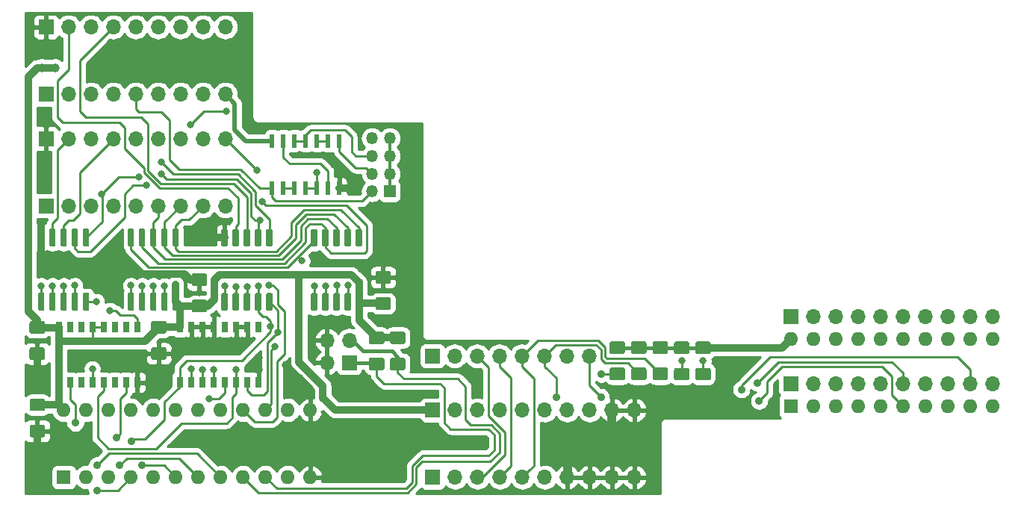
<source format=gtl>
G04 #@! TF.GenerationSoftware,KiCad,Pcbnew,(5.1.0)-1*
G04 #@! TF.CreationDate,2021-03-10T21:29:16+01:00*
G04 #@! TF.ProjectId,Atari simm expansion,41746172-6920-4736-996d-6d2065787061,rev?*
G04 #@! TF.SameCoordinates,Original*
G04 #@! TF.FileFunction,Copper,L1,Top*
G04 #@! TF.FilePolarity,Positive*
%FSLAX46Y46*%
G04 Gerber Fmt 4.6, Leading zero omitted, Abs format (unit mm)*
G04 Created by KiCad (PCBNEW (5.1.0)-1) date 2021-03-10 21:29:16*
%MOMM*%
%LPD*%
G04 APERTURE LIST*
%ADD10O,1.350000X1.350000*%
%ADD11R,1.350000X1.350000*%
%ADD12R,0.600000X1.500000*%
%ADD13C,0.100000*%
%ADD14C,1.425000*%
%ADD15O,1.700000X1.700000*%
%ADD16R,1.700000X1.700000*%
%ADD17O,1.600000X1.600000*%
%ADD18R,1.600000X1.600000*%
%ADD19R,0.800000X1.300000*%
%ADD20C,0.700000*%
%ADD21C,0.800000*%
%ADD22C,1.000000*%
%ADD23C,0.900000*%
%ADD24C,1.100000*%
%ADD25C,0.812800*%
%ADD26C,0.254000*%
%ADD27C,0.508000*%
%ADD28C,0.250000*%
%ADD29C,1.016000*%
%ADD30C,0.406400*%
%ADD31C,0.304800*%
G04 APERTURE END LIST*
D10*
X142927320Y-85633040D03*
X144927320Y-85633040D03*
X142927320Y-87633040D03*
X144927320Y-87633040D03*
X142927320Y-89633040D03*
X144927320Y-89633040D03*
X142927320Y-91633040D03*
D11*
X144927320Y-91633040D03*
D12*
X131622800Y-85910440D03*
X132892800Y-85910440D03*
X134162800Y-85910440D03*
X135432800Y-85910440D03*
X136702800Y-85910440D03*
X137972800Y-85910440D03*
X139242800Y-85910440D03*
X139242800Y-91310440D03*
X137972800Y-91310440D03*
X136702800Y-91310440D03*
X135432800Y-91310440D03*
X134162800Y-91310440D03*
X132892800Y-91310440D03*
X131622800Y-91310440D03*
D13*
G36*
X178703504Y-111647204D02*
G01*
X178727773Y-111650804D01*
X178751571Y-111656765D01*
X178774671Y-111665030D01*
X178796849Y-111675520D01*
X178817893Y-111688133D01*
X178837598Y-111702747D01*
X178855777Y-111719223D01*
X178872253Y-111737402D01*
X178886867Y-111757107D01*
X178899480Y-111778151D01*
X178909970Y-111800329D01*
X178918235Y-111823429D01*
X178924196Y-111847227D01*
X178927796Y-111871496D01*
X178929000Y-111896000D01*
X178929000Y-112821000D01*
X178927796Y-112845504D01*
X178924196Y-112869773D01*
X178918235Y-112893571D01*
X178909970Y-112916671D01*
X178899480Y-112938849D01*
X178886867Y-112959893D01*
X178872253Y-112979598D01*
X178855777Y-112997777D01*
X178837598Y-113014253D01*
X178817893Y-113028867D01*
X178796849Y-113041480D01*
X178774671Y-113051970D01*
X178751571Y-113060235D01*
X178727773Y-113066196D01*
X178703504Y-113069796D01*
X178679000Y-113071000D01*
X177429000Y-113071000D01*
X177404496Y-113069796D01*
X177380227Y-113066196D01*
X177356429Y-113060235D01*
X177333329Y-113051970D01*
X177311151Y-113041480D01*
X177290107Y-113028867D01*
X177270402Y-113014253D01*
X177252223Y-112997777D01*
X177235747Y-112979598D01*
X177221133Y-112959893D01*
X177208520Y-112938849D01*
X177198030Y-112916671D01*
X177189765Y-112893571D01*
X177183804Y-112869773D01*
X177180204Y-112845504D01*
X177179000Y-112821000D01*
X177179000Y-111896000D01*
X177180204Y-111871496D01*
X177183804Y-111847227D01*
X177189765Y-111823429D01*
X177198030Y-111800329D01*
X177208520Y-111778151D01*
X177221133Y-111757107D01*
X177235747Y-111737402D01*
X177252223Y-111719223D01*
X177270402Y-111702747D01*
X177290107Y-111688133D01*
X177311151Y-111675520D01*
X177333329Y-111665030D01*
X177356429Y-111656765D01*
X177380227Y-111650804D01*
X177404496Y-111647204D01*
X177429000Y-111646000D01*
X178679000Y-111646000D01*
X178703504Y-111647204D01*
X178703504Y-111647204D01*
G37*
D14*
X178054000Y-112358500D03*
D13*
G36*
X178703504Y-108672204D02*
G01*
X178727773Y-108675804D01*
X178751571Y-108681765D01*
X178774671Y-108690030D01*
X178796849Y-108700520D01*
X178817893Y-108713133D01*
X178837598Y-108727747D01*
X178855777Y-108744223D01*
X178872253Y-108762402D01*
X178886867Y-108782107D01*
X178899480Y-108803151D01*
X178909970Y-108825329D01*
X178918235Y-108848429D01*
X178924196Y-108872227D01*
X178927796Y-108896496D01*
X178929000Y-108921000D01*
X178929000Y-109846000D01*
X178927796Y-109870504D01*
X178924196Y-109894773D01*
X178918235Y-109918571D01*
X178909970Y-109941671D01*
X178899480Y-109963849D01*
X178886867Y-109984893D01*
X178872253Y-110004598D01*
X178855777Y-110022777D01*
X178837598Y-110039253D01*
X178817893Y-110053867D01*
X178796849Y-110066480D01*
X178774671Y-110076970D01*
X178751571Y-110085235D01*
X178727773Y-110091196D01*
X178703504Y-110094796D01*
X178679000Y-110096000D01*
X177429000Y-110096000D01*
X177404496Y-110094796D01*
X177380227Y-110091196D01*
X177356429Y-110085235D01*
X177333329Y-110076970D01*
X177311151Y-110066480D01*
X177290107Y-110053867D01*
X177270402Y-110039253D01*
X177252223Y-110022777D01*
X177235747Y-110004598D01*
X177221133Y-109984893D01*
X177208520Y-109963849D01*
X177198030Y-109941671D01*
X177189765Y-109918571D01*
X177183804Y-109894773D01*
X177180204Y-109870504D01*
X177179000Y-109846000D01*
X177179000Y-108921000D01*
X177180204Y-108896496D01*
X177183804Y-108872227D01*
X177189765Y-108848429D01*
X177198030Y-108825329D01*
X177208520Y-108803151D01*
X177221133Y-108782107D01*
X177235747Y-108762402D01*
X177252223Y-108744223D01*
X177270402Y-108727747D01*
X177290107Y-108713133D01*
X177311151Y-108700520D01*
X177333329Y-108690030D01*
X177356429Y-108681765D01*
X177380227Y-108675804D01*
X177404496Y-108672204D01*
X177429000Y-108671000D01*
X178679000Y-108671000D01*
X178703504Y-108672204D01*
X178703504Y-108672204D01*
G37*
D14*
X178054000Y-109383500D03*
D13*
G36*
X171388304Y-111621804D02*
G01*
X171412573Y-111625404D01*
X171436371Y-111631365D01*
X171459471Y-111639630D01*
X171481649Y-111650120D01*
X171502693Y-111662733D01*
X171522398Y-111677347D01*
X171540577Y-111693823D01*
X171557053Y-111712002D01*
X171571667Y-111731707D01*
X171584280Y-111752751D01*
X171594770Y-111774929D01*
X171603035Y-111798029D01*
X171608996Y-111821827D01*
X171612596Y-111846096D01*
X171613800Y-111870600D01*
X171613800Y-112795600D01*
X171612596Y-112820104D01*
X171608996Y-112844373D01*
X171603035Y-112868171D01*
X171594770Y-112891271D01*
X171584280Y-112913449D01*
X171571667Y-112934493D01*
X171557053Y-112954198D01*
X171540577Y-112972377D01*
X171522398Y-112988853D01*
X171502693Y-113003467D01*
X171481649Y-113016080D01*
X171459471Y-113026570D01*
X171436371Y-113034835D01*
X171412573Y-113040796D01*
X171388304Y-113044396D01*
X171363800Y-113045600D01*
X170113800Y-113045600D01*
X170089296Y-113044396D01*
X170065027Y-113040796D01*
X170041229Y-113034835D01*
X170018129Y-113026570D01*
X169995951Y-113016080D01*
X169974907Y-113003467D01*
X169955202Y-112988853D01*
X169937023Y-112972377D01*
X169920547Y-112954198D01*
X169905933Y-112934493D01*
X169893320Y-112913449D01*
X169882830Y-112891271D01*
X169874565Y-112868171D01*
X169868604Y-112844373D01*
X169865004Y-112820104D01*
X169863800Y-112795600D01*
X169863800Y-111870600D01*
X169865004Y-111846096D01*
X169868604Y-111821827D01*
X169874565Y-111798029D01*
X169882830Y-111774929D01*
X169893320Y-111752751D01*
X169905933Y-111731707D01*
X169920547Y-111712002D01*
X169937023Y-111693823D01*
X169955202Y-111677347D01*
X169974907Y-111662733D01*
X169995951Y-111650120D01*
X170018129Y-111639630D01*
X170041229Y-111631365D01*
X170065027Y-111625404D01*
X170089296Y-111621804D01*
X170113800Y-111620600D01*
X171363800Y-111620600D01*
X171388304Y-111621804D01*
X171388304Y-111621804D01*
G37*
D14*
X170738800Y-112333100D03*
D13*
G36*
X171388304Y-108646804D02*
G01*
X171412573Y-108650404D01*
X171436371Y-108656365D01*
X171459471Y-108664630D01*
X171481649Y-108675120D01*
X171502693Y-108687733D01*
X171522398Y-108702347D01*
X171540577Y-108718823D01*
X171557053Y-108737002D01*
X171571667Y-108756707D01*
X171584280Y-108777751D01*
X171594770Y-108799929D01*
X171603035Y-108823029D01*
X171608996Y-108846827D01*
X171612596Y-108871096D01*
X171613800Y-108895600D01*
X171613800Y-109820600D01*
X171612596Y-109845104D01*
X171608996Y-109869373D01*
X171603035Y-109893171D01*
X171594770Y-109916271D01*
X171584280Y-109938449D01*
X171571667Y-109959493D01*
X171557053Y-109979198D01*
X171540577Y-109997377D01*
X171522398Y-110013853D01*
X171502693Y-110028467D01*
X171481649Y-110041080D01*
X171459471Y-110051570D01*
X171436371Y-110059835D01*
X171412573Y-110065796D01*
X171388304Y-110069396D01*
X171363800Y-110070600D01*
X170113800Y-110070600D01*
X170089296Y-110069396D01*
X170065027Y-110065796D01*
X170041229Y-110059835D01*
X170018129Y-110051570D01*
X169995951Y-110041080D01*
X169974907Y-110028467D01*
X169955202Y-110013853D01*
X169937023Y-109997377D01*
X169920547Y-109979198D01*
X169905933Y-109959493D01*
X169893320Y-109938449D01*
X169882830Y-109916271D01*
X169874565Y-109893171D01*
X169868604Y-109869373D01*
X169865004Y-109845104D01*
X169863800Y-109820600D01*
X169863800Y-108895600D01*
X169865004Y-108871096D01*
X169868604Y-108846827D01*
X169874565Y-108823029D01*
X169882830Y-108799929D01*
X169893320Y-108777751D01*
X169905933Y-108756707D01*
X169920547Y-108737002D01*
X169937023Y-108718823D01*
X169955202Y-108702347D01*
X169974907Y-108687733D01*
X169995951Y-108675120D01*
X170018129Y-108664630D01*
X170041229Y-108656365D01*
X170065027Y-108650404D01*
X170089296Y-108646804D01*
X170113800Y-108645600D01*
X171363800Y-108645600D01*
X171388304Y-108646804D01*
X171388304Y-108646804D01*
G37*
D14*
X170738800Y-109358100D03*
D15*
X167563800Y-110312200D03*
X165023800Y-110312200D03*
X162483800Y-110312200D03*
X159943800Y-110312200D03*
X157403800Y-110312200D03*
X154863800Y-110312200D03*
X152323800Y-110312200D03*
D16*
X149783800Y-110312200D03*
D13*
G36*
X146496304Y-110504204D02*
G01*
X146520573Y-110507804D01*
X146544371Y-110513765D01*
X146567471Y-110522030D01*
X146589649Y-110532520D01*
X146610693Y-110545133D01*
X146630398Y-110559747D01*
X146648577Y-110576223D01*
X146665053Y-110594402D01*
X146679667Y-110614107D01*
X146692280Y-110635151D01*
X146702770Y-110657329D01*
X146711035Y-110680429D01*
X146716996Y-110704227D01*
X146720596Y-110728496D01*
X146721800Y-110753000D01*
X146721800Y-111678000D01*
X146720596Y-111702504D01*
X146716996Y-111726773D01*
X146711035Y-111750571D01*
X146702770Y-111773671D01*
X146692280Y-111795849D01*
X146679667Y-111816893D01*
X146665053Y-111836598D01*
X146648577Y-111854777D01*
X146630398Y-111871253D01*
X146610693Y-111885867D01*
X146589649Y-111898480D01*
X146567471Y-111908970D01*
X146544371Y-111917235D01*
X146520573Y-111923196D01*
X146496304Y-111926796D01*
X146471800Y-111928000D01*
X145221800Y-111928000D01*
X145197296Y-111926796D01*
X145173027Y-111923196D01*
X145149229Y-111917235D01*
X145126129Y-111908970D01*
X145103951Y-111898480D01*
X145082907Y-111885867D01*
X145063202Y-111871253D01*
X145045023Y-111854777D01*
X145028547Y-111836598D01*
X145013933Y-111816893D01*
X145001320Y-111795849D01*
X144990830Y-111773671D01*
X144982565Y-111750571D01*
X144976604Y-111726773D01*
X144973004Y-111702504D01*
X144971800Y-111678000D01*
X144971800Y-110753000D01*
X144973004Y-110728496D01*
X144976604Y-110704227D01*
X144982565Y-110680429D01*
X144990830Y-110657329D01*
X145001320Y-110635151D01*
X145013933Y-110614107D01*
X145028547Y-110594402D01*
X145045023Y-110576223D01*
X145063202Y-110559747D01*
X145082907Y-110545133D01*
X145103951Y-110532520D01*
X145126129Y-110522030D01*
X145149229Y-110513765D01*
X145173027Y-110507804D01*
X145197296Y-110504204D01*
X145221800Y-110503000D01*
X146471800Y-110503000D01*
X146496304Y-110504204D01*
X146496304Y-110504204D01*
G37*
D14*
X145846800Y-111215500D03*
D13*
G36*
X146496304Y-107529204D02*
G01*
X146520573Y-107532804D01*
X146544371Y-107538765D01*
X146567471Y-107547030D01*
X146589649Y-107557520D01*
X146610693Y-107570133D01*
X146630398Y-107584747D01*
X146648577Y-107601223D01*
X146665053Y-107619402D01*
X146679667Y-107639107D01*
X146692280Y-107660151D01*
X146702770Y-107682329D01*
X146711035Y-107705429D01*
X146716996Y-107729227D01*
X146720596Y-107753496D01*
X146721800Y-107778000D01*
X146721800Y-108703000D01*
X146720596Y-108727504D01*
X146716996Y-108751773D01*
X146711035Y-108775571D01*
X146702770Y-108798671D01*
X146692280Y-108820849D01*
X146679667Y-108841893D01*
X146665053Y-108861598D01*
X146648577Y-108879777D01*
X146630398Y-108896253D01*
X146610693Y-108910867D01*
X146589649Y-108923480D01*
X146567471Y-108933970D01*
X146544371Y-108942235D01*
X146520573Y-108948196D01*
X146496304Y-108951796D01*
X146471800Y-108953000D01*
X145221800Y-108953000D01*
X145197296Y-108951796D01*
X145173027Y-108948196D01*
X145149229Y-108942235D01*
X145126129Y-108933970D01*
X145103951Y-108923480D01*
X145082907Y-108910867D01*
X145063202Y-108896253D01*
X145045023Y-108879777D01*
X145028547Y-108861598D01*
X145013933Y-108841893D01*
X145001320Y-108820849D01*
X144990830Y-108798671D01*
X144982565Y-108775571D01*
X144976604Y-108751773D01*
X144973004Y-108727504D01*
X144971800Y-108703000D01*
X144971800Y-107778000D01*
X144973004Y-107753496D01*
X144976604Y-107729227D01*
X144982565Y-107705429D01*
X144990830Y-107682329D01*
X145001320Y-107660151D01*
X145013933Y-107639107D01*
X145028547Y-107619402D01*
X145045023Y-107601223D01*
X145063202Y-107584747D01*
X145082907Y-107570133D01*
X145103951Y-107557520D01*
X145126129Y-107547030D01*
X145149229Y-107538765D01*
X145173027Y-107532804D01*
X145197296Y-107529204D01*
X145221800Y-107528000D01*
X146471800Y-107528000D01*
X146496304Y-107529204D01*
X146496304Y-107529204D01*
G37*
D14*
X145846800Y-108240500D03*
D13*
G36*
X144108704Y-110504204D02*
G01*
X144132973Y-110507804D01*
X144156771Y-110513765D01*
X144179871Y-110522030D01*
X144202049Y-110532520D01*
X144223093Y-110545133D01*
X144242798Y-110559747D01*
X144260977Y-110576223D01*
X144277453Y-110594402D01*
X144292067Y-110614107D01*
X144304680Y-110635151D01*
X144315170Y-110657329D01*
X144323435Y-110680429D01*
X144329396Y-110704227D01*
X144332996Y-110728496D01*
X144334200Y-110753000D01*
X144334200Y-111678000D01*
X144332996Y-111702504D01*
X144329396Y-111726773D01*
X144323435Y-111750571D01*
X144315170Y-111773671D01*
X144304680Y-111795849D01*
X144292067Y-111816893D01*
X144277453Y-111836598D01*
X144260977Y-111854777D01*
X144242798Y-111871253D01*
X144223093Y-111885867D01*
X144202049Y-111898480D01*
X144179871Y-111908970D01*
X144156771Y-111917235D01*
X144132973Y-111923196D01*
X144108704Y-111926796D01*
X144084200Y-111928000D01*
X142834200Y-111928000D01*
X142809696Y-111926796D01*
X142785427Y-111923196D01*
X142761629Y-111917235D01*
X142738529Y-111908970D01*
X142716351Y-111898480D01*
X142695307Y-111885867D01*
X142675602Y-111871253D01*
X142657423Y-111854777D01*
X142640947Y-111836598D01*
X142626333Y-111816893D01*
X142613720Y-111795849D01*
X142603230Y-111773671D01*
X142594965Y-111750571D01*
X142589004Y-111726773D01*
X142585404Y-111702504D01*
X142584200Y-111678000D01*
X142584200Y-110753000D01*
X142585404Y-110728496D01*
X142589004Y-110704227D01*
X142594965Y-110680429D01*
X142603230Y-110657329D01*
X142613720Y-110635151D01*
X142626333Y-110614107D01*
X142640947Y-110594402D01*
X142657423Y-110576223D01*
X142675602Y-110559747D01*
X142695307Y-110545133D01*
X142716351Y-110532520D01*
X142738529Y-110522030D01*
X142761629Y-110513765D01*
X142785427Y-110507804D01*
X142809696Y-110504204D01*
X142834200Y-110503000D01*
X144084200Y-110503000D01*
X144108704Y-110504204D01*
X144108704Y-110504204D01*
G37*
D14*
X143459200Y-111215500D03*
D13*
G36*
X144108704Y-107529204D02*
G01*
X144132973Y-107532804D01*
X144156771Y-107538765D01*
X144179871Y-107547030D01*
X144202049Y-107557520D01*
X144223093Y-107570133D01*
X144242798Y-107584747D01*
X144260977Y-107601223D01*
X144277453Y-107619402D01*
X144292067Y-107639107D01*
X144304680Y-107660151D01*
X144315170Y-107682329D01*
X144323435Y-107705429D01*
X144329396Y-107729227D01*
X144332996Y-107753496D01*
X144334200Y-107778000D01*
X144334200Y-108703000D01*
X144332996Y-108727504D01*
X144329396Y-108751773D01*
X144323435Y-108775571D01*
X144315170Y-108798671D01*
X144304680Y-108820849D01*
X144292067Y-108841893D01*
X144277453Y-108861598D01*
X144260977Y-108879777D01*
X144242798Y-108896253D01*
X144223093Y-108910867D01*
X144202049Y-108923480D01*
X144179871Y-108933970D01*
X144156771Y-108942235D01*
X144132973Y-108948196D01*
X144108704Y-108951796D01*
X144084200Y-108953000D01*
X142834200Y-108953000D01*
X142809696Y-108951796D01*
X142785427Y-108948196D01*
X142761629Y-108942235D01*
X142738529Y-108933970D01*
X142716351Y-108923480D01*
X142695307Y-108910867D01*
X142675602Y-108896253D01*
X142657423Y-108879777D01*
X142640947Y-108861598D01*
X142626333Y-108841893D01*
X142613720Y-108820849D01*
X142603230Y-108798671D01*
X142594965Y-108775571D01*
X142589004Y-108751773D01*
X142585404Y-108727504D01*
X142584200Y-108703000D01*
X142584200Y-107778000D01*
X142585404Y-107753496D01*
X142589004Y-107729227D01*
X142594965Y-107705429D01*
X142603230Y-107682329D01*
X142613720Y-107660151D01*
X142626333Y-107639107D01*
X142640947Y-107619402D01*
X142657423Y-107601223D01*
X142675602Y-107584747D01*
X142695307Y-107570133D01*
X142716351Y-107557520D01*
X142738529Y-107547030D01*
X142761629Y-107538765D01*
X142785427Y-107532804D01*
X142809696Y-107529204D01*
X142834200Y-107528000D01*
X144084200Y-107528000D01*
X144108704Y-107529204D01*
X144108704Y-107529204D01*
G37*
D14*
X143459200Y-108240500D03*
D13*
G36*
X173826704Y-111621804D02*
G01*
X173850973Y-111625404D01*
X173874771Y-111631365D01*
X173897871Y-111639630D01*
X173920049Y-111650120D01*
X173941093Y-111662733D01*
X173960798Y-111677347D01*
X173978977Y-111693823D01*
X173995453Y-111712002D01*
X174010067Y-111731707D01*
X174022680Y-111752751D01*
X174033170Y-111774929D01*
X174041435Y-111798029D01*
X174047396Y-111821827D01*
X174050996Y-111846096D01*
X174052200Y-111870600D01*
X174052200Y-112795600D01*
X174050996Y-112820104D01*
X174047396Y-112844373D01*
X174041435Y-112868171D01*
X174033170Y-112891271D01*
X174022680Y-112913449D01*
X174010067Y-112934493D01*
X173995453Y-112954198D01*
X173978977Y-112972377D01*
X173960798Y-112988853D01*
X173941093Y-113003467D01*
X173920049Y-113016080D01*
X173897871Y-113026570D01*
X173874771Y-113034835D01*
X173850973Y-113040796D01*
X173826704Y-113044396D01*
X173802200Y-113045600D01*
X172552200Y-113045600D01*
X172527696Y-113044396D01*
X172503427Y-113040796D01*
X172479629Y-113034835D01*
X172456529Y-113026570D01*
X172434351Y-113016080D01*
X172413307Y-113003467D01*
X172393602Y-112988853D01*
X172375423Y-112972377D01*
X172358947Y-112954198D01*
X172344333Y-112934493D01*
X172331720Y-112913449D01*
X172321230Y-112891271D01*
X172312965Y-112868171D01*
X172307004Y-112844373D01*
X172303404Y-112820104D01*
X172302200Y-112795600D01*
X172302200Y-111870600D01*
X172303404Y-111846096D01*
X172307004Y-111821827D01*
X172312965Y-111798029D01*
X172321230Y-111774929D01*
X172331720Y-111752751D01*
X172344333Y-111731707D01*
X172358947Y-111712002D01*
X172375423Y-111693823D01*
X172393602Y-111677347D01*
X172413307Y-111662733D01*
X172434351Y-111650120D01*
X172456529Y-111639630D01*
X172479629Y-111631365D01*
X172503427Y-111625404D01*
X172527696Y-111621804D01*
X172552200Y-111620600D01*
X173802200Y-111620600D01*
X173826704Y-111621804D01*
X173826704Y-111621804D01*
G37*
D14*
X173177200Y-112333100D03*
D13*
G36*
X173826704Y-108646804D02*
G01*
X173850973Y-108650404D01*
X173874771Y-108656365D01*
X173897871Y-108664630D01*
X173920049Y-108675120D01*
X173941093Y-108687733D01*
X173960798Y-108702347D01*
X173978977Y-108718823D01*
X173995453Y-108737002D01*
X174010067Y-108756707D01*
X174022680Y-108777751D01*
X174033170Y-108799929D01*
X174041435Y-108823029D01*
X174047396Y-108846827D01*
X174050996Y-108871096D01*
X174052200Y-108895600D01*
X174052200Y-109820600D01*
X174050996Y-109845104D01*
X174047396Y-109869373D01*
X174041435Y-109893171D01*
X174033170Y-109916271D01*
X174022680Y-109938449D01*
X174010067Y-109959493D01*
X173995453Y-109979198D01*
X173978977Y-109997377D01*
X173960798Y-110013853D01*
X173941093Y-110028467D01*
X173920049Y-110041080D01*
X173897871Y-110051570D01*
X173874771Y-110059835D01*
X173850973Y-110065796D01*
X173826704Y-110069396D01*
X173802200Y-110070600D01*
X172552200Y-110070600D01*
X172527696Y-110069396D01*
X172503427Y-110065796D01*
X172479629Y-110059835D01*
X172456529Y-110051570D01*
X172434351Y-110041080D01*
X172413307Y-110028467D01*
X172393602Y-110013853D01*
X172375423Y-109997377D01*
X172358947Y-109979198D01*
X172344333Y-109959493D01*
X172331720Y-109938449D01*
X172321230Y-109916271D01*
X172312965Y-109893171D01*
X172307004Y-109869373D01*
X172303404Y-109845104D01*
X172302200Y-109820600D01*
X172302200Y-108895600D01*
X172303404Y-108871096D01*
X172307004Y-108846827D01*
X172312965Y-108823029D01*
X172321230Y-108799929D01*
X172331720Y-108777751D01*
X172344333Y-108756707D01*
X172358947Y-108737002D01*
X172375423Y-108718823D01*
X172393602Y-108702347D01*
X172413307Y-108687733D01*
X172434351Y-108675120D01*
X172456529Y-108664630D01*
X172479629Y-108656365D01*
X172503427Y-108650404D01*
X172527696Y-108646804D01*
X172552200Y-108645600D01*
X173802200Y-108645600D01*
X173826704Y-108646804D01*
X173826704Y-108646804D01*
G37*
D14*
X173177200Y-109358100D03*
D13*
G36*
X176265104Y-111621804D02*
G01*
X176289373Y-111625404D01*
X176313171Y-111631365D01*
X176336271Y-111639630D01*
X176358449Y-111650120D01*
X176379493Y-111662733D01*
X176399198Y-111677347D01*
X176417377Y-111693823D01*
X176433853Y-111712002D01*
X176448467Y-111731707D01*
X176461080Y-111752751D01*
X176471570Y-111774929D01*
X176479835Y-111798029D01*
X176485796Y-111821827D01*
X176489396Y-111846096D01*
X176490600Y-111870600D01*
X176490600Y-112795600D01*
X176489396Y-112820104D01*
X176485796Y-112844373D01*
X176479835Y-112868171D01*
X176471570Y-112891271D01*
X176461080Y-112913449D01*
X176448467Y-112934493D01*
X176433853Y-112954198D01*
X176417377Y-112972377D01*
X176399198Y-112988853D01*
X176379493Y-113003467D01*
X176358449Y-113016080D01*
X176336271Y-113026570D01*
X176313171Y-113034835D01*
X176289373Y-113040796D01*
X176265104Y-113044396D01*
X176240600Y-113045600D01*
X174990600Y-113045600D01*
X174966096Y-113044396D01*
X174941827Y-113040796D01*
X174918029Y-113034835D01*
X174894929Y-113026570D01*
X174872751Y-113016080D01*
X174851707Y-113003467D01*
X174832002Y-112988853D01*
X174813823Y-112972377D01*
X174797347Y-112954198D01*
X174782733Y-112934493D01*
X174770120Y-112913449D01*
X174759630Y-112891271D01*
X174751365Y-112868171D01*
X174745404Y-112844373D01*
X174741804Y-112820104D01*
X174740600Y-112795600D01*
X174740600Y-111870600D01*
X174741804Y-111846096D01*
X174745404Y-111821827D01*
X174751365Y-111798029D01*
X174759630Y-111774929D01*
X174770120Y-111752751D01*
X174782733Y-111731707D01*
X174797347Y-111712002D01*
X174813823Y-111693823D01*
X174832002Y-111677347D01*
X174851707Y-111662733D01*
X174872751Y-111650120D01*
X174894929Y-111639630D01*
X174918029Y-111631365D01*
X174941827Y-111625404D01*
X174966096Y-111621804D01*
X174990600Y-111620600D01*
X176240600Y-111620600D01*
X176265104Y-111621804D01*
X176265104Y-111621804D01*
G37*
D14*
X175615600Y-112333100D03*
D13*
G36*
X176265104Y-108646804D02*
G01*
X176289373Y-108650404D01*
X176313171Y-108656365D01*
X176336271Y-108664630D01*
X176358449Y-108675120D01*
X176379493Y-108687733D01*
X176399198Y-108702347D01*
X176417377Y-108718823D01*
X176433853Y-108737002D01*
X176448467Y-108756707D01*
X176461080Y-108777751D01*
X176471570Y-108799929D01*
X176479835Y-108823029D01*
X176485796Y-108846827D01*
X176489396Y-108871096D01*
X176490600Y-108895600D01*
X176490600Y-109820600D01*
X176489396Y-109845104D01*
X176485796Y-109869373D01*
X176479835Y-109893171D01*
X176471570Y-109916271D01*
X176461080Y-109938449D01*
X176448467Y-109959493D01*
X176433853Y-109979198D01*
X176417377Y-109997377D01*
X176399198Y-110013853D01*
X176379493Y-110028467D01*
X176358449Y-110041080D01*
X176336271Y-110051570D01*
X176313171Y-110059835D01*
X176289373Y-110065796D01*
X176265104Y-110069396D01*
X176240600Y-110070600D01*
X174990600Y-110070600D01*
X174966096Y-110069396D01*
X174941827Y-110065796D01*
X174918029Y-110059835D01*
X174894929Y-110051570D01*
X174872751Y-110041080D01*
X174851707Y-110028467D01*
X174832002Y-110013853D01*
X174813823Y-109997377D01*
X174797347Y-109979198D01*
X174782733Y-109959493D01*
X174770120Y-109938449D01*
X174759630Y-109916271D01*
X174751365Y-109893171D01*
X174745404Y-109869373D01*
X174741804Y-109845104D01*
X174740600Y-109820600D01*
X174740600Y-108895600D01*
X174741804Y-108871096D01*
X174745404Y-108846827D01*
X174751365Y-108823029D01*
X174759630Y-108799929D01*
X174770120Y-108777751D01*
X174782733Y-108756707D01*
X174797347Y-108737002D01*
X174813823Y-108718823D01*
X174832002Y-108702347D01*
X174851707Y-108687733D01*
X174872751Y-108675120D01*
X174894929Y-108664630D01*
X174918029Y-108656365D01*
X174941827Y-108650404D01*
X174966096Y-108646804D01*
X174990600Y-108645600D01*
X176240600Y-108645600D01*
X176265104Y-108646804D01*
X176265104Y-108646804D01*
G37*
D14*
X175615600Y-109358100D03*
D13*
G36*
X181116504Y-111647204D02*
G01*
X181140773Y-111650804D01*
X181164571Y-111656765D01*
X181187671Y-111665030D01*
X181209849Y-111675520D01*
X181230893Y-111688133D01*
X181250598Y-111702747D01*
X181268777Y-111719223D01*
X181285253Y-111737402D01*
X181299867Y-111757107D01*
X181312480Y-111778151D01*
X181322970Y-111800329D01*
X181331235Y-111823429D01*
X181337196Y-111847227D01*
X181340796Y-111871496D01*
X181342000Y-111896000D01*
X181342000Y-112821000D01*
X181340796Y-112845504D01*
X181337196Y-112869773D01*
X181331235Y-112893571D01*
X181322970Y-112916671D01*
X181312480Y-112938849D01*
X181299867Y-112959893D01*
X181285253Y-112979598D01*
X181268777Y-112997777D01*
X181250598Y-113014253D01*
X181230893Y-113028867D01*
X181209849Y-113041480D01*
X181187671Y-113051970D01*
X181164571Y-113060235D01*
X181140773Y-113066196D01*
X181116504Y-113069796D01*
X181092000Y-113071000D01*
X179842000Y-113071000D01*
X179817496Y-113069796D01*
X179793227Y-113066196D01*
X179769429Y-113060235D01*
X179746329Y-113051970D01*
X179724151Y-113041480D01*
X179703107Y-113028867D01*
X179683402Y-113014253D01*
X179665223Y-112997777D01*
X179648747Y-112979598D01*
X179634133Y-112959893D01*
X179621520Y-112938849D01*
X179611030Y-112916671D01*
X179602765Y-112893571D01*
X179596804Y-112869773D01*
X179593204Y-112845504D01*
X179592000Y-112821000D01*
X179592000Y-111896000D01*
X179593204Y-111871496D01*
X179596804Y-111847227D01*
X179602765Y-111823429D01*
X179611030Y-111800329D01*
X179621520Y-111778151D01*
X179634133Y-111757107D01*
X179648747Y-111737402D01*
X179665223Y-111719223D01*
X179683402Y-111702747D01*
X179703107Y-111688133D01*
X179724151Y-111675520D01*
X179746329Y-111665030D01*
X179769429Y-111656765D01*
X179793227Y-111650804D01*
X179817496Y-111647204D01*
X179842000Y-111646000D01*
X181092000Y-111646000D01*
X181116504Y-111647204D01*
X181116504Y-111647204D01*
G37*
D14*
X180467000Y-112358500D03*
D13*
G36*
X181116504Y-108672204D02*
G01*
X181140773Y-108675804D01*
X181164571Y-108681765D01*
X181187671Y-108690030D01*
X181209849Y-108700520D01*
X181230893Y-108713133D01*
X181250598Y-108727747D01*
X181268777Y-108744223D01*
X181285253Y-108762402D01*
X181299867Y-108782107D01*
X181312480Y-108803151D01*
X181322970Y-108825329D01*
X181331235Y-108848429D01*
X181337196Y-108872227D01*
X181340796Y-108896496D01*
X181342000Y-108921000D01*
X181342000Y-109846000D01*
X181340796Y-109870504D01*
X181337196Y-109894773D01*
X181331235Y-109918571D01*
X181322970Y-109941671D01*
X181312480Y-109963849D01*
X181299867Y-109984893D01*
X181285253Y-110004598D01*
X181268777Y-110022777D01*
X181250598Y-110039253D01*
X181230893Y-110053867D01*
X181209849Y-110066480D01*
X181187671Y-110076970D01*
X181164571Y-110085235D01*
X181140773Y-110091196D01*
X181116504Y-110094796D01*
X181092000Y-110096000D01*
X179842000Y-110096000D01*
X179817496Y-110094796D01*
X179793227Y-110091196D01*
X179769429Y-110085235D01*
X179746329Y-110076970D01*
X179724151Y-110066480D01*
X179703107Y-110053867D01*
X179683402Y-110039253D01*
X179665223Y-110022777D01*
X179648747Y-110004598D01*
X179634133Y-109984893D01*
X179621520Y-109963849D01*
X179611030Y-109941671D01*
X179602765Y-109918571D01*
X179596804Y-109894773D01*
X179593204Y-109870504D01*
X179592000Y-109846000D01*
X179592000Y-108921000D01*
X179593204Y-108896496D01*
X179596804Y-108872227D01*
X179602765Y-108848429D01*
X179611030Y-108825329D01*
X179621520Y-108803151D01*
X179634133Y-108782107D01*
X179648747Y-108762402D01*
X179665223Y-108744223D01*
X179683402Y-108727747D01*
X179703107Y-108713133D01*
X179724151Y-108700520D01*
X179746329Y-108690030D01*
X179769429Y-108681765D01*
X179793227Y-108675804D01*
X179817496Y-108672204D01*
X179842000Y-108671000D01*
X181092000Y-108671000D01*
X181116504Y-108672204D01*
X181116504Y-108672204D01*
G37*
D14*
X180467000Y-109383500D03*
D15*
X137820400Y-108534200D03*
X140360400Y-108534200D03*
X137820400Y-111074200D03*
D16*
X140360400Y-111074200D03*
D13*
G36*
X144845304Y-100671204D02*
G01*
X144869573Y-100674804D01*
X144893371Y-100680765D01*
X144916471Y-100689030D01*
X144938649Y-100699520D01*
X144959693Y-100712133D01*
X144979398Y-100726747D01*
X144997577Y-100743223D01*
X145014053Y-100761402D01*
X145028667Y-100781107D01*
X145041280Y-100802151D01*
X145051770Y-100824329D01*
X145060035Y-100847429D01*
X145065996Y-100871227D01*
X145069596Y-100895496D01*
X145070800Y-100920000D01*
X145070800Y-101845000D01*
X145069596Y-101869504D01*
X145065996Y-101893773D01*
X145060035Y-101917571D01*
X145051770Y-101940671D01*
X145041280Y-101962849D01*
X145028667Y-101983893D01*
X145014053Y-102003598D01*
X144997577Y-102021777D01*
X144979398Y-102038253D01*
X144959693Y-102052867D01*
X144938649Y-102065480D01*
X144916471Y-102075970D01*
X144893371Y-102084235D01*
X144869573Y-102090196D01*
X144845304Y-102093796D01*
X144820800Y-102095000D01*
X143570800Y-102095000D01*
X143546296Y-102093796D01*
X143522027Y-102090196D01*
X143498229Y-102084235D01*
X143475129Y-102075970D01*
X143452951Y-102065480D01*
X143431907Y-102052867D01*
X143412202Y-102038253D01*
X143394023Y-102021777D01*
X143377547Y-102003598D01*
X143362933Y-101983893D01*
X143350320Y-101962849D01*
X143339830Y-101940671D01*
X143331565Y-101917571D01*
X143325604Y-101893773D01*
X143322004Y-101869504D01*
X143320800Y-101845000D01*
X143320800Y-100920000D01*
X143322004Y-100895496D01*
X143325604Y-100871227D01*
X143331565Y-100847429D01*
X143339830Y-100824329D01*
X143350320Y-100802151D01*
X143362933Y-100781107D01*
X143377547Y-100761402D01*
X143394023Y-100743223D01*
X143412202Y-100726747D01*
X143431907Y-100712133D01*
X143452951Y-100699520D01*
X143475129Y-100689030D01*
X143498229Y-100680765D01*
X143522027Y-100674804D01*
X143546296Y-100671204D01*
X143570800Y-100670000D01*
X144820800Y-100670000D01*
X144845304Y-100671204D01*
X144845304Y-100671204D01*
G37*
D14*
X144195800Y-101382500D03*
D13*
G36*
X144845304Y-103646204D02*
G01*
X144869573Y-103649804D01*
X144893371Y-103655765D01*
X144916471Y-103664030D01*
X144938649Y-103674520D01*
X144959693Y-103687133D01*
X144979398Y-103701747D01*
X144997577Y-103718223D01*
X145014053Y-103736402D01*
X145028667Y-103756107D01*
X145041280Y-103777151D01*
X145051770Y-103799329D01*
X145060035Y-103822429D01*
X145065996Y-103846227D01*
X145069596Y-103870496D01*
X145070800Y-103895000D01*
X145070800Y-104820000D01*
X145069596Y-104844504D01*
X145065996Y-104868773D01*
X145060035Y-104892571D01*
X145051770Y-104915671D01*
X145041280Y-104937849D01*
X145028667Y-104958893D01*
X145014053Y-104978598D01*
X144997577Y-104996777D01*
X144979398Y-105013253D01*
X144959693Y-105027867D01*
X144938649Y-105040480D01*
X144916471Y-105050970D01*
X144893371Y-105059235D01*
X144869573Y-105065196D01*
X144845304Y-105068796D01*
X144820800Y-105070000D01*
X143570800Y-105070000D01*
X143546296Y-105068796D01*
X143522027Y-105065196D01*
X143498229Y-105059235D01*
X143475129Y-105050970D01*
X143452951Y-105040480D01*
X143431907Y-105027867D01*
X143412202Y-105013253D01*
X143394023Y-104996777D01*
X143377547Y-104978598D01*
X143362933Y-104958893D01*
X143350320Y-104937849D01*
X143339830Y-104915671D01*
X143331565Y-104892571D01*
X143325604Y-104868773D01*
X143322004Y-104844504D01*
X143320800Y-104820000D01*
X143320800Y-103895000D01*
X143322004Y-103870496D01*
X143325604Y-103846227D01*
X143331565Y-103822429D01*
X143339830Y-103799329D01*
X143350320Y-103777151D01*
X143362933Y-103756107D01*
X143377547Y-103736402D01*
X143394023Y-103718223D01*
X143412202Y-103701747D01*
X143431907Y-103687133D01*
X143452951Y-103674520D01*
X143475129Y-103664030D01*
X143498229Y-103655765D01*
X143522027Y-103649804D01*
X143546296Y-103646204D01*
X143570800Y-103645000D01*
X144820800Y-103645000D01*
X144845304Y-103646204D01*
X144845304Y-103646204D01*
G37*
D14*
X144195800Y-104357500D03*
D13*
G36*
X105649504Y-118098804D02*
G01*
X105673773Y-118102404D01*
X105697571Y-118108365D01*
X105720671Y-118116630D01*
X105742849Y-118127120D01*
X105763893Y-118139733D01*
X105783598Y-118154347D01*
X105801777Y-118170823D01*
X105818253Y-118189002D01*
X105832867Y-118208707D01*
X105845480Y-118229751D01*
X105855970Y-118251929D01*
X105864235Y-118275029D01*
X105870196Y-118298827D01*
X105873796Y-118323096D01*
X105875000Y-118347600D01*
X105875000Y-119272600D01*
X105873796Y-119297104D01*
X105870196Y-119321373D01*
X105864235Y-119345171D01*
X105855970Y-119368271D01*
X105845480Y-119390449D01*
X105832867Y-119411493D01*
X105818253Y-119431198D01*
X105801777Y-119449377D01*
X105783598Y-119465853D01*
X105763893Y-119480467D01*
X105742849Y-119493080D01*
X105720671Y-119503570D01*
X105697571Y-119511835D01*
X105673773Y-119517796D01*
X105649504Y-119521396D01*
X105625000Y-119522600D01*
X104375000Y-119522600D01*
X104350496Y-119521396D01*
X104326227Y-119517796D01*
X104302429Y-119511835D01*
X104279329Y-119503570D01*
X104257151Y-119493080D01*
X104236107Y-119480467D01*
X104216402Y-119465853D01*
X104198223Y-119449377D01*
X104181747Y-119431198D01*
X104167133Y-119411493D01*
X104154520Y-119390449D01*
X104144030Y-119368271D01*
X104135765Y-119345171D01*
X104129804Y-119321373D01*
X104126204Y-119297104D01*
X104125000Y-119272600D01*
X104125000Y-118347600D01*
X104126204Y-118323096D01*
X104129804Y-118298827D01*
X104135765Y-118275029D01*
X104144030Y-118251929D01*
X104154520Y-118229751D01*
X104167133Y-118208707D01*
X104181747Y-118189002D01*
X104198223Y-118170823D01*
X104216402Y-118154347D01*
X104236107Y-118139733D01*
X104257151Y-118127120D01*
X104279329Y-118116630D01*
X104302429Y-118108365D01*
X104326227Y-118102404D01*
X104350496Y-118098804D01*
X104375000Y-118097600D01*
X105625000Y-118097600D01*
X105649504Y-118098804D01*
X105649504Y-118098804D01*
G37*
D14*
X105000000Y-118810100D03*
D13*
G36*
X105649504Y-115123804D02*
G01*
X105673773Y-115127404D01*
X105697571Y-115133365D01*
X105720671Y-115141630D01*
X105742849Y-115152120D01*
X105763893Y-115164733D01*
X105783598Y-115179347D01*
X105801777Y-115195823D01*
X105818253Y-115214002D01*
X105832867Y-115233707D01*
X105845480Y-115254751D01*
X105855970Y-115276929D01*
X105864235Y-115300029D01*
X105870196Y-115323827D01*
X105873796Y-115348096D01*
X105875000Y-115372600D01*
X105875000Y-116297600D01*
X105873796Y-116322104D01*
X105870196Y-116346373D01*
X105864235Y-116370171D01*
X105855970Y-116393271D01*
X105845480Y-116415449D01*
X105832867Y-116436493D01*
X105818253Y-116456198D01*
X105801777Y-116474377D01*
X105783598Y-116490853D01*
X105763893Y-116505467D01*
X105742849Y-116518080D01*
X105720671Y-116528570D01*
X105697571Y-116536835D01*
X105673773Y-116542796D01*
X105649504Y-116546396D01*
X105625000Y-116547600D01*
X104375000Y-116547600D01*
X104350496Y-116546396D01*
X104326227Y-116542796D01*
X104302429Y-116536835D01*
X104279329Y-116528570D01*
X104257151Y-116518080D01*
X104236107Y-116505467D01*
X104216402Y-116490853D01*
X104198223Y-116474377D01*
X104181747Y-116456198D01*
X104167133Y-116436493D01*
X104154520Y-116415449D01*
X104144030Y-116393271D01*
X104135765Y-116370171D01*
X104129804Y-116346373D01*
X104126204Y-116322104D01*
X104125000Y-116297600D01*
X104125000Y-115372600D01*
X104126204Y-115348096D01*
X104129804Y-115323827D01*
X104135765Y-115300029D01*
X104144030Y-115276929D01*
X104154520Y-115254751D01*
X104167133Y-115233707D01*
X104181747Y-115214002D01*
X104198223Y-115195823D01*
X104216402Y-115179347D01*
X104236107Y-115164733D01*
X104257151Y-115152120D01*
X104279329Y-115141630D01*
X104302429Y-115133365D01*
X104326227Y-115127404D01*
X104350496Y-115123804D01*
X104375000Y-115122600D01*
X105625000Y-115122600D01*
X105649504Y-115123804D01*
X105649504Y-115123804D01*
G37*
D14*
X105000000Y-115835100D03*
D13*
G36*
X105627704Y-109335804D02*
G01*
X105651973Y-109339404D01*
X105675771Y-109345365D01*
X105698871Y-109353630D01*
X105721049Y-109364120D01*
X105742093Y-109376733D01*
X105761798Y-109391347D01*
X105779977Y-109407823D01*
X105796453Y-109426002D01*
X105811067Y-109445707D01*
X105823680Y-109466751D01*
X105834170Y-109488929D01*
X105842435Y-109512029D01*
X105848396Y-109535827D01*
X105851996Y-109560096D01*
X105853200Y-109584600D01*
X105853200Y-110509600D01*
X105851996Y-110534104D01*
X105848396Y-110558373D01*
X105842435Y-110582171D01*
X105834170Y-110605271D01*
X105823680Y-110627449D01*
X105811067Y-110648493D01*
X105796453Y-110668198D01*
X105779977Y-110686377D01*
X105761798Y-110702853D01*
X105742093Y-110717467D01*
X105721049Y-110730080D01*
X105698871Y-110740570D01*
X105675771Y-110748835D01*
X105651973Y-110754796D01*
X105627704Y-110758396D01*
X105603200Y-110759600D01*
X104353200Y-110759600D01*
X104328696Y-110758396D01*
X104304427Y-110754796D01*
X104280629Y-110748835D01*
X104257529Y-110740570D01*
X104235351Y-110730080D01*
X104214307Y-110717467D01*
X104194602Y-110702853D01*
X104176423Y-110686377D01*
X104159947Y-110668198D01*
X104145333Y-110648493D01*
X104132720Y-110627449D01*
X104122230Y-110605271D01*
X104113965Y-110582171D01*
X104108004Y-110558373D01*
X104104404Y-110534104D01*
X104103200Y-110509600D01*
X104103200Y-109584600D01*
X104104404Y-109560096D01*
X104108004Y-109535827D01*
X104113965Y-109512029D01*
X104122230Y-109488929D01*
X104132720Y-109466751D01*
X104145333Y-109445707D01*
X104159947Y-109426002D01*
X104176423Y-109407823D01*
X104194602Y-109391347D01*
X104214307Y-109376733D01*
X104235351Y-109364120D01*
X104257529Y-109353630D01*
X104280629Y-109345365D01*
X104304427Y-109339404D01*
X104328696Y-109335804D01*
X104353200Y-109334600D01*
X105603200Y-109334600D01*
X105627704Y-109335804D01*
X105627704Y-109335804D01*
G37*
D14*
X104978200Y-110047100D03*
D13*
G36*
X105627704Y-106360804D02*
G01*
X105651973Y-106364404D01*
X105675771Y-106370365D01*
X105698871Y-106378630D01*
X105721049Y-106389120D01*
X105742093Y-106401733D01*
X105761798Y-106416347D01*
X105779977Y-106432823D01*
X105796453Y-106451002D01*
X105811067Y-106470707D01*
X105823680Y-106491751D01*
X105834170Y-106513929D01*
X105842435Y-106537029D01*
X105848396Y-106560827D01*
X105851996Y-106585096D01*
X105853200Y-106609600D01*
X105853200Y-107534600D01*
X105851996Y-107559104D01*
X105848396Y-107583373D01*
X105842435Y-107607171D01*
X105834170Y-107630271D01*
X105823680Y-107652449D01*
X105811067Y-107673493D01*
X105796453Y-107693198D01*
X105779977Y-107711377D01*
X105761798Y-107727853D01*
X105742093Y-107742467D01*
X105721049Y-107755080D01*
X105698871Y-107765570D01*
X105675771Y-107773835D01*
X105651973Y-107779796D01*
X105627704Y-107783396D01*
X105603200Y-107784600D01*
X104353200Y-107784600D01*
X104328696Y-107783396D01*
X104304427Y-107779796D01*
X104280629Y-107773835D01*
X104257529Y-107765570D01*
X104235351Y-107755080D01*
X104214307Y-107742467D01*
X104194602Y-107727853D01*
X104176423Y-107711377D01*
X104159947Y-107693198D01*
X104145333Y-107673493D01*
X104132720Y-107652449D01*
X104122230Y-107630271D01*
X104113965Y-107607171D01*
X104108004Y-107583373D01*
X104104404Y-107559104D01*
X104103200Y-107534600D01*
X104103200Y-106609600D01*
X104104404Y-106585096D01*
X104108004Y-106560827D01*
X104113965Y-106537029D01*
X104122230Y-106513929D01*
X104132720Y-106491751D01*
X104145333Y-106470707D01*
X104159947Y-106451002D01*
X104176423Y-106432823D01*
X104194602Y-106416347D01*
X104214307Y-106401733D01*
X104235351Y-106389120D01*
X104257529Y-106378630D01*
X104280629Y-106370365D01*
X104304427Y-106364404D01*
X104328696Y-106360804D01*
X104353200Y-106359600D01*
X105603200Y-106359600D01*
X105627704Y-106360804D01*
X105627704Y-106360804D01*
G37*
D14*
X104978200Y-107072100D03*
D13*
G36*
X124017304Y-100950604D02*
G01*
X124041573Y-100954204D01*
X124065371Y-100960165D01*
X124088471Y-100968430D01*
X124110649Y-100978920D01*
X124131693Y-100991533D01*
X124151398Y-101006147D01*
X124169577Y-101022623D01*
X124186053Y-101040802D01*
X124200667Y-101060507D01*
X124213280Y-101081551D01*
X124223770Y-101103729D01*
X124232035Y-101126829D01*
X124237996Y-101150627D01*
X124241596Y-101174896D01*
X124242800Y-101199400D01*
X124242800Y-102124400D01*
X124241596Y-102148904D01*
X124237996Y-102173173D01*
X124232035Y-102196971D01*
X124223770Y-102220071D01*
X124213280Y-102242249D01*
X124200667Y-102263293D01*
X124186053Y-102282998D01*
X124169577Y-102301177D01*
X124151398Y-102317653D01*
X124131693Y-102332267D01*
X124110649Y-102344880D01*
X124088471Y-102355370D01*
X124065371Y-102363635D01*
X124041573Y-102369596D01*
X124017304Y-102373196D01*
X123992800Y-102374400D01*
X122742800Y-102374400D01*
X122718296Y-102373196D01*
X122694027Y-102369596D01*
X122670229Y-102363635D01*
X122647129Y-102355370D01*
X122624951Y-102344880D01*
X122603907Y-102332267D01*
X122584202Y-102317653D01*
X122566023Y-102301177D01*
X122549547Y-102282998D01*
X122534933Y-102263293D01*
X122522320Y-102242249D01*
X122511830Y-102220071D01*
X122503565Y-102196971D01*
X122497604Y-102173173D01*
X122494004Y-102148904D01*
X122492800Y-102124400D01*
X122492800Y-101199400D01*
X122494004Y-101174896D01*
X122497604Y-101150627D01*
X122503565Y-101126829D01*
X122511830Y-101103729D01*
X122522320Y-101081551D01*
X122534933Y-101060507D01*
X122549547Y-101040802D01*
X122566023Y-101022623D01*
X122584202Y-101006147D01*
X122603907Y-100991533D01*
X122624951Y-100978920D01*
X122647129Y-100968430D01*
X122670229Y-100960165D01*
X122694027Y-100954204D01*
X122718296Y-100950604D01*
X122742800Y-100949400D01*
X123992800Y-100949400D01*
X124017304Y-100950604D01*
X124017304Y-100950604D01*
G37*
D14*
X123367800Y-101661900D03*
D13*
G36*
X124017304Y-103925604D02*
G01*
X124041573Y-103929204D01*
X124065371Y-103935165D01*
X124088471Y-103943430D01*
X124110649Y-103953920D01*
X124131693Y-103966533D01*
X124151398Y-103981147D01*
X124169577Y-103997623D01*
X124186053Y-104015802D01*
X124200667Y-104035507D01*
X124213280Y-104056551D01*
X124223770Y-104078729D01*
X124232035Y-104101829D01*
X124237996Y-104125627D01*
X124241596Y-104149896D01*
X124242800Y-104174400D01*
X124242800Y-105099400D01*
X124241596Y-105123904D01*
X124237996Y-105148173D01*
X124232035Y-105171971D01*
X124223770Y-105195071D01*
X124213280Y-105217249D01*
X124200667Y-105238293D01*
X124186053Y-105257998D01*
X124169577Y-105276177D01*
X124151398Y-105292653D01*
X124131693Y-105307267D01*
X124110649Y-105319880D01*
X124088471Y-105330370D01*
X124065371Y-105338635D01*
X124041573Y-105344596D01*
X124017304Y-105348196D01*
X123992800Y-105349400D01*
X122742800Y-105349400D01*
X122718296Y-105348196D01*
X122694027Y-105344596D01*
X122670229Y-105338635D01*
X122647129Y-105330370D01*
X122624951Y-105319880D01*
X122603907Y-105307267D01*
X122584202Y-105292653D01*
X122566023Y-105276177D01*
X122549547Y-105257998D01*
X122534933Y-105238293D01*
X122522320Y-105217249D01*
X122511830Y-105195071D01*
X122503565Y-105171971D01*
X122497604Y-105148173D01*
X122494004Y-105123904D01*
X122492800Y-105099400D01*
X122492800Y-104174400D01*
X122494004Y-104149896D01*
X122497604Y-104125627D01*
X122503565Y-104101829D01*
X122511830Y-104078729D01*
X122522320Y-104056551D01*
X122534933Y-104035507D01*
X122549547Y-104015802D01*
X122566023Y-103997623D01*
X122584202Y-103981147D01*
X122603907Y-103966533D01*
X122624951Y-103953920D01*
X122647129Y-103943430D01*
X122670229Y-103935165D01*
X122694027Y-103929204D01*
X122718296Y-103925604D01*
X122742800Y-103924400D01*
X123992800Y-103924400D01*
X124017304Y-103925604D01*
X124017304Y-103925604D01*
G37*
D14*
X123367800Y-104636900D03*
D13*
G36*
X119419904Y-109310404D02*
G01*
X119444173Y-109314004D01*
X119467971Y-109319965D01*
X119491071Y-109328230D01*
X119513249Y-109338720D01*
X119534293Y-109351333D01*
X119553998Y-109365947D01*
X119572177Y-109382423D01*
X119588653Y-109400602D01*
X119603267Y-109420307D01*
X119615880Y-109441351D01*
X119626370Y-109463529D01*
X119634635Y-109486629D01*
X119640596Y-109510427D01*
X119644196Y-109534696D01*
X119645400Y-109559200D01*
X119645400Y-110484200D01*
X119644196Y-110508704D01*
X119640596Y-110532973D01*
X119634635Y-110556771D01*
X119626370Y-110579871D01*
X119615880Y-110602049D01*
X119603267Y-110623093D01*
X119588653Y-110642798D01*
X119572177Y-110660977D01*
X119553998Y-110677453D01*
X119534293Y-110692067D01*
X119513249Y-110704680D01*
X119491071Y-110715170D01*
X119467971Y-110723435D01*
X119444173Y-110729396D01*
X119419904Y-110732996D01*
X119395400Y-110734200D01*
X118145400Y-110734200D01*
X118120896Y-110732996D01*
X118096627Y-110729396D01*
X118072829Y-110723435D01*
X118049729Y-110715170D01*
X118027551Y-110704680D01*
X118006507Y-110692067D01*
X117986802Y-110677453D01*
X117968623Y-110660977D01*
X117952147Y-110642798D01*
X117937533Y-110623093D01*
X117924920Y-110602049D01*
X117914430Y-110579871D01*
X117906165Y-110556771D01*
X117900204Y-110532973D01*
X117896604Y-110508704D01*
X117895400Y-110484200D01*
X117895400Y-109559200D01*
X117896604Y-109534696D01*
X117900204Y-109510427D01*
X117906165Y-109486629D01*
X117914430Y-109463529D01*
X117924920Y-109441351D01*
X117937533Y-109420307D01*
X117952147Y-109400602D01*
X117968623Y-109382423D01*
X117986802Y-109365947D01*
X118006507Y-109351333D01*
X118027551Y-109338720D01*
X118049729Y-109328230D01*
X118072829Y-109319965D01*
X118096627Y-109314004D01*
X118120896Y-109310404D01*
X118145400Y-109309200D01*
X119395400Y-109309200D01*
X119419904Y-109310404D01*
X119419904Y-109310404D01*
G37*
D14*
X118770400Y-110021700D03*
D13*
G36*
X119419904Y-106335404D02*
G01*
X119444173Y-106339004D01*
X119467971Y-106344965D01*
X119491071Y-106353230D01*
X119513249Y-106363720D01*
X119534293Y-106376333D01*
X119553998Y-106390947D01*
X119572177Y-106407423D01*
X119588653Y-106425602D01*
X119603267Y-106445307D01*
X119615880Y-106466351D01*
X119626370Y-106488529D01*
X119634635Y-106511629D01*
X119640596Y-106535427D01*
X119644196Y-106559696D01*
X119645400Y-106584200D01*
X119645400Y-107509200D01*
X119644196Y-107533704D01*
X119640596Y-107557973D01*
X119634635Y-107581771D01*
X119626370Y-107604871D01*
X119615880Y-107627049D01*
X119603267Y-107648093D01*
X119588653Y-107667798D01*
X119572177Y-107685977D01*
X119553998Y-107702453D01*
X119534293Y-107717067D01*
X119513249Y-107729680D01*
X119491071Y-107740170D01*
X119467971Y-107748435D01*
X119444173Y-107754396D01*
X119419904Y-107757996D01*
X119395400Y-107759200D01*
X118145400Y-107759200D01*
X118120896Y-107757996D01*
X118096627Y-107754396D01*
X118072829Y-107748435D01*
X118049729Y-107740170D01*
X118027551Y-107729680D01*
X118006507Y-107717067D01*
X117986802Y-107702453D01*
X117968623Y-107685977D01*
X117952147Y-107667798D01*
X117937533Y-107648093D01*
X117924920Y-107627049D01*
X117914430Y-107604871D01*
X117906165Y-107581771D01*
X117900204Y-107557973D01*
X117896604Y-107533704D01*
X117895400Y-107509200D01*
X117895400Y-106584200D01*
X117896604Y-106559696D01*
X117900204Y-106535427D01*
X117906165Y-106511629D01*
X117914430Y-106488529D01*
X117924920Y-106466351D01*
X117937533Y-106445307D01*
X117952147Y-106425602D01*
X117968623Y-106407423D01*
X117986802Y-106390947D01*
X118006507Y-106376333D01*
X118027551Y-106363720D01*
X118049729Y-106353230D01*
X118072829Y-106344965D01*
X118096627Y-106339004D01*
X118120896Y-106335404D01*
X118145400Y-106334200D01*
X119395400Y-106334200D01*
X119419904Y-106335404D01*
X119419904Y-106335404D01*
G37*
D14*
X118770400Y-107046700D03*
D17*
X190420000Y-108380000D03*
X213280000Y-116000000D03*
X192960000Y-108380000D03*
X210740000Y-116000000D03*
X195500000Y-108380000D03*
X208200000Y-116000000D03*
X198040000Y-108380000D03*
X205660000Y-116000000D03*
X200580000Y-108380000D03*
X203120000Y-116000000D03*
X203120000Y-108380000D03*
X200580000Y-116000000D03*
X205660000Y-108380000D03*
X198040000Y-116000000D03*
X208200000Y-108380000D03*
X195500000Y-116000000D03*
X210740000Y-108380000D03*
X192960000Y-116000000D03*
X213280000Y-108380000D03*
D18*
X190420000Y-116000000D03*
D19*
X121178400Y-106984400D03*
X122458400Y-106984400D03*
X123718400Y-106984400D03*
X124988400Y-106984400D03*
X126268400Y-106984400D03*
X127538400Y-106984400D03*
X128798400Y-106984400D03*
X130078400Y-106984400D03*
X130078400Y-113284400D03*
X128798400Y-113284400D03*
X127538400Y-113284400D03*
X126268400Y-113284400D03*
X124988400Y-113284400D03*
X123718400Y-113284400D03*
X122458400Y-113284400D03*
X121178400Y-113284400D03*
X107437000Y-107010200D03*
X108717000Y-107010200D03*
X109977000Y-107010200D03*
X111247000Y-107010200D03*
X112527000Y-107010200D03*
X113797000Y-107010200D03*
X115057000Y-107010200D03*
X116337000Y-107010200D03*
X116337000Y-113310200D03*
X115057000Y-113310200D03*
X113797000Y-113310200D03*
X112527000Y-113310200D03*
X111247000Y-113310200D03*
X109977000Y-113310200D03*
X108717000Y-113310200D03*
X107437000Y-113310200D03*
D17*
X108000000Y-116434600D03*
X135940000Y-124054600D03*
X110540000Y-116434600D03*
X133400000Y-124054600D03*
X113080000Y-116434600D03*
X130860000Y-124054600D03*
X115620000Y-116434600D03*
X128320000Y-124054600D03*
X118160000Y-116434600D03*
X125780000Y-124054600D03*
X120700000Y-116434600D03*
X123240000Y-124054600D03*
X123240000Y-116434600D03*
X120700000Y-124054600D03*
X125780000Y-116434600D03*
X118160000Y-124054600D03*
X128320000Y-116434600D03*
X115620000Y-124054600D03*
X130860000Y-116434600D03*
X113080000Y-124054600D03*
X133400000Y-116434600D03*
X110540000Y-124054600D03*
X135940000Y-116434600D03*
D18*
X108000000Y-124054600D03*
D15*
X213280000Y-105814600D03*
X210740000Y-105814600D03*
X208200000Y-105814600D03*
X205660000Y-105814600D03*
X203120000Y-105814600D03*
X200580000Y-105814600D03*
X198040000Y-105814600D03*
X195500000Y-105814600D03*
X192960000Y-105814600D03*
D16*
X190420000Y-105814600D03*
D15*
X213280000Y-113434600D03*
X210740000Y-113434600D03*
X208200000Y-113434600D03*
X205660000Y-113434600D03*
X203120000Y-113434600D03*
X200580000Y-113434600D03*
X198040000Y-113434600D03*
X195500000Y-113434600D03*
X192960000Y-113434600D03*
D16*
X190420000Y-113434600D03*
D15*
X172680000Y-116434600D03*
X170140000Y-116434600D03*
X167600000Y-116434600D03*
X165060000Y-116434600D03*
X162520000Y-116434600D03*
X159980000Y-116434600D03*
X157440000Y-116434600D03*
X154900000Y-116434600D03*
X152360000Y-116434600D03*
D16*
X149820000Y-116434600D03*
D15*
X172680000Y-124054600D03*
X170140000Y-124054600D03*
X167600000Y-124054600D03*
X165060000Y-124054600D03*
X162520000Y-124054600D03*
X159980000Y-124054600D03*
X157440000Y-124054600D03*
X154900000Y-124054600D03*
X152360000Y-124054600D03*
D16*
X149820000Y-124054600D03*
D13*
G36*
X115816083Y-95883121D02*
G01*
X115830625Y-95885278D01*
X115844885Y-95888850D01*
X115858726Y-95893803D01*
X115872015Y-95900088D01*
X115884624Y-95907646D01*
X115896432Y-95916403D01*
X115907325Y-95926275D01*
X115917197Y-95937168D01*
X115925954Y-95948976D01*
X115933512Y-95961585D01*
X115939797Y-95974874D01*
X115944750Y-95988715D01*
X115948322Y-96002975D01*
X115950479Y-96017517D01*
X115951200Y-96032200D01*
X115951200Y-97732600D01*
X115950479Y-97747283D01*
X115948322Y-97761825D01*
X115944750Y-97776085D01*
X115939797Y-97789926D01*
X115933512Y-97803215D01*
X115925954Y-97815824D01*
X115917197Y-97827632D01*
X115907325Y-97838525D01*
X115896432Y-97848397D01*
X115884624Y-97857154D01*
X115872015Y-97864712D01*
X115858726Y-97870997D01*
X115844885Y-97875950D01*
X115830625Y-97879522D01*
X115816083Y-97881679D01*
X115801400Y-97882400D01*
X115401000Y-97882400D01*
X115386317Y-97881679D01*
X115371775Y-97879522D01*
X115357515Y-97875950D01*
X115343674Y-97870997D01*
X115330385Y-97864712D01*
X115317776Y-97857154D01*
X115305968Y-97848397D01*
X115295075Y-97838525D01*
X115285203Y-97827632D01*
X115276446Y-97815824D01*
X115268888Y-97803215D01*
X115262603Y-97789926D01*
X115257650Y-97776085D01*
X115254078Y-97761825D01*
X115251921Y-97747283D01*
X115251200Y-97732600D01*
X115251200Y-96032200D01*
X115251921Y-96017517D01*
X115254078Y-96002975D01*
X115257650Y-95988715D01*
X115262603Y-95974874D01*
X115268888Y-95961585D01*
X115276446Y-95948976D01*
X115285203Y-95937168D01*
X115295075Y-95926275D01*
X115305968Y-95916403D01*
X115317776Y-95907646D01*
X115330385Y-95900088D01*
X115343674Y-95893803D01*
X115357515Y-95888850D01*
X115371775Y-95885278D01*
X115386317Y-95883121D01*
X115401000Y-95882400D01*
X115801400Y-95882400D01*
X115816083Y-95883121D01*
X115816083Y-95883121D01*
G37*
D20*
X115601200Y-96882400D03*
D13*
G36*
X117086083Y-95883121D02*
G01*
X117100625Y-95885278D01*
X117114885Y-95888850D01*
X117128726Y-95893803D01*
X117142015Y-95900088D01*
X117154624Y-95907646D01*
X117166432Y-95916403D01*
X117177325Y-95926275D01*
X117187197Y-95937168D01*
X117195954Y-95948976D01*
X117203512Y-95961585D01*
X117209797Y-95974874D01*
X117214750Y-95988715D01*
X117218322Y-96002975D01*
X117220479Y-96017517D01*
X117221200Y-96032200D01*
X117221200Y-97732600D01*
X117220479Y-97747283D01*
X117218322Y-97761825D01*
X117214750Y-97776085D01*
X117209797Y-97789926D01*
X117203512Y-97803215D01*
X117195954Y-97815824D01*
X117187197Y-97827632D01*
X117177325Y-97838525D01*
X117166432Y-97848397D01*
X117154624Y-97857154D01*
X117142015Y-97864712D01*
X117128726Y-97870997D01*
X117114885Y-97875950D01*
X117100625Y-97879522D01*
X117086083Y-97881679D01*
X117071400Y-97882400D01*
X116671000Y-97882400D01*
X116656317Y-97881679D01*
X116641775Y-97879522D01*
X116627515Y-97875950D01*
X116613674Y-97870997D01*
X116600385Y-97864712D01*
X116587776Y-97857154D01*
X116575968Y-97848397D01*
X116565075Y-97838525D01*
X116555203Y-97827632D01*
X116546446Y-97815824D01*
X116538888Y-97803215D01*
X116532603Y-97789926D01*
X116527650Y-97776085D01*
X116524078Y-97761825D01*
X116521921Y-97747283D01*
X116521200Y-97732600D01*
X116521200Y-96032200D01*
X116521921Y-96017517D01*
X116524078Y-96002975D01*
X116527650Y-95988715D01*
X116532603Y-95974874D01*
X116538888Y-95961585D01*
X116546446Y-95948976D01*
X116555203Y-95937168D01*
X116565075Y-95926275D01*
X116575968Y-95916403D01*
X116587776Y-95907646D01*
X116600385Y-95900088D01*
X116613674Y-95893803D01*
X116627515Y-95888850D01*
X116641775Y-95885278D01*
X116656317Y-95883121D01*
X116671000Y-95882400D01*
X117071400Y-95882400D01*
X117086083Y-95883121D01*
X117086083Y-95883121D01*
G37*
D20*
X116871200Y-96882400D03*
D13*
G36*
X118356083Y-95883121D02*
G01*
X118370625Y-95885278D01*
X118384885Y-95888850D01*
X118398726Y-95893803D01*
X118412015Y-95900088D01*
X118424624Y-95907646D01*
X118436432Y-95916403D01*
X118447325Y-95926275D01*
X118457197Y-95937168D01*
X118465954Y-95948976D01*
X118473512Y-95961585D01*
X118479797Y-95974874D01*
X118484750Y-95988715D01*
X118488322Y-96002975D01*
X118490479Y-96017517D01*
X118491200Y-96032200D01*
X118491200Y-97732600D01*
X118490479Y-97747283D01*
X118488322Y-97761825D01*
X118484750Y-97776085D01*
X118479797Y-97789926D01*
X118473512Y-97803215D01*
X118465954Y-97815824D01*
X118457197Y-97827632D01*
X118447325Y-97838525D01*
X118436432Y-97848397D01*
X118424624Y-97857154D01*
X118412015Y-97864712D01*
X118398726Y-97870997D01*
X118384885Y-97875950D01*
X118370625Y-97879522D01*
X118356083Y-97881679D01*
X118341400Y-97882400D01*
X117941000Y-97882400D01*
X117926317Y-97881679D01*
X117911775Y-97879522D01*
X117897515Y-97875950D01*
X117883674Y-97870997D01*
X117870385Y-97864712D01*
X117857776Y-97857154D01*
X117845968Y-97848397D01*
X117835075Y-97838525D01*
X117825203Y-97827632D01*
X117816446Y-97815824D01*
X117808888Y-97803215D01*
X117802603Y-97789926D01*
X117797650Y-97776085D01*
X117794078Y-97761825D01*
X117791921Y-97747283D01*
X117791200Y-97732600D01*
X117791200Y-96032200D01*
X117791921Y-96017517D01*
X117794078Y-96002975D01*
X117797650Y-95988715D01*
X117802603Y-95974874D01*
X117808888Y-95961585D01*
X117816446Y-95948976D01*
X117825203Y-95937168D01*
X117835075Y-95926275D01*
X117845968Y-95916403D01*
X117857776Y-95907646D01*
X117870385Y-95900088D01*
X117883674Y-95893803D01*
X117897515Y-95888850D01*
X117911775Y-95885278D01*
X117926317Y-95883121D01*
X117941000Y-95882400D01*
X118341400Y-95882400D01*
X118356083Y-95883121D01*
X118356083Y-95883121D01*
G37*
D20*
X118141200Y-96882400D03*
D13*
G36*
X119626083Y-95883121D02*
G01*
X119640625Y-95885278D01*
X119654885Y-95888850D01*
X119668726Y-95893803D01*
X119682015Y-95900088D01*
X119694624Y-95907646D01*
X119706432Y-95916403D01*
X119717325Y-95926275D01*
X119727197Y-95937168D01*
X119735954Y-95948976D01*
X119743512Y-95961585D01*
X119749797Y-95974874D01*
X119754750Y-95988715D01*
X119758322Y-96002975D01*
X119760479Y-96017517D01*
X119761200Y-96032200D01*
X119761200Y-97732600D01*
X119760479Y-97747283D01*
X119758322Y-97761825D01*
X119754750Y-97776085D01*
X119749797Y-97789926D01*
X119743512Y-97803215D01*
X119735954Y-97815824D01*
X119727197Y-97827632D01*
X119717325Y-97838525D01*
X119706432Y-97848397D01*
X119694624Y-97857154D01*
X119682015Y-97864712D01*
X119668726Y-97870997D01*
X119654885Y-97875950D01*
X119640625Y-97879522D01*
X119626083Y-97881679D01*
X119611400Y-97882400D01*
X119211000Y-97882400D01*
X119196317Y-97881679D01*
X119181775Y-97879522D01*
X119167515Y-97875950D01*
X119153674Y-97870997D01*
X119140385Y-97864712D01*
X119127776Y-97857154D01*
X119115968Y-97848397D01*
X119105075Y-97838525D01*
X119095203Y-97827632D01*
X119086446Y-97815824D01*
X119078888Y-97803215D01*
X119072603Y-97789926D01*
X119067650Y-97776085D01*
X119064078Y-97761825D01*
X119061921Y-97747283D01*
X119061200Y-97732600D01*
X119061200Y-96032200D01*
X119061921Y-96017517D01*
X119064078Y-96002975D01*
X119067650Y-95988715D01*
X119072603Y-95974874D01*
X119078888Y-95961585D01*
X119086446Y-95948976D01*
X119095203Y-95937168D01*
X119105075Y-95926275D01*
X119115968Y-95916403D01*
X119127776Y-95907646D01*
X119140385Y-95900088D01*
X119153674Y-95893803D01*
X119167515Y-95888850D01*
X119181775Y-95885278D01*
X119196317Y-95883121D01*
X119211000Y-95882400D01*
X119611400Y-95882400D01*
X119626083Y-95883121D01*
X119626083Y-95883121D01*
G37*
D20*
X119411200Y-96882400D03*
D13*
G36*
X120896083Y-95883121D02*
G01*
X120910625Y-95885278D01*
X120924885Y-95888850D01*
X120938726Y-95893803D01*
X120952015Y-95900088D01*
X120964624Y-95907646D01*
X120976432Y-95916403D01*
X120987325Y-95926275D01*
X120997197Y-95937168D01*
X121005954Y-95948976D01*
X121013512Y-95961585D01*
X121019797Y-95974874D01*
X121024750Y-95988715D01*
X121028322Y-96002975D01*
X121030479Y-96017517D01*
X121031200Y-96032200D01*
X121031200Y-97732600D01*
X121030479Y-97747283D01*
X121028322Y-97761825D01*
X121024750Y-97776085D01*
X121019797Y-97789926D01*
X121013512Y-97803215D01*
X121005954Y-97815824D01*
X120997197Y-97827632D01*
X120987325Y-97838525D01*
X120976432Y-97848397D01*
X120964624Y-97857154D01*
X120952015Y-97864712D01*
X120938726Y-97870997D01*
X120924885Y-97875950D01*
X120910625Y-97879522D01*
X120896083Y-97881679D01*
X120881400Y-97882400D01*
X120481000Y-97882400D01*
X120466317Y-97881679D01*
X120451775Y-97879522D01*
X120437515Y-97875950D01*
X120423674Y-97870997D01*
X120410385Y-97864712D01*
X120397776Y-97857154D01*
X120385968Y-97848397D01*
X120375075Y-97838525D01*
X120365203Y-97827632D01*
X120356446Y-97815824D01*
X120348888Y-97803215D01*
X120342603Y-97789926D01*
X120337650Y-97776085D01*
X120334078Y-97761825D01*
X120331921Y-97747283D01*
X120331200Y-97732600D01*
X120331200Y-96032200D01*
X120331921Y-96017517D01*
X120334078Y-96002975D01*
X120337650Y-95988715D01*
X120342603Y-95974874D01*
X120348888Y-95961585D01*
X120356446Y-95948976D01*
X120365203Y-95937168D01*
X120375075Y-95926275D01*
X120385968Y-95916403D01*
X120397776Y-95907646D01*
X120410385Y-95900088D01*
X120423674Y-95893803D01*
X120437515Y-95888850D01*
X120451775Y-95885278D01*
X120466317Y-95883121D01*
X120481000Y-95882400D01*
X120881400Y-95882400D01*
X120896083Y-95883121D01*
X120896083Y-95883121D01*
G37*
D20*
X120681200Y-96882400D03*
D13*
G36*
X110736083Y-95883121D02*
G01*
X110750625Y-95885278D01*
X110764885Y-95888850D01*
X110778726Y-95893803D01*
X110792015Y-95900088D01*
X110804624Y-95907646D01*
X110816432Y-95916403D01*
X110827325Y-95926275D01*
X110837197Y-95937168D01*
X110845954Y-95948976D01*
X110853512Y-95961585D01*
X110859797Y-95974874D01*
X110864750Y-95988715D01*
X110868322Y-96002975D01*
X110870479Y-96017517D01*
X110871200Y-96032200D01*
X110871200Y-97732600D01*
X110870479Y-97747283D01*
X110868322Y-97761825D01*
X110864750Y-97776085D01*
X110859797Y-97789926D01*
X110853512Y-97803215D01*
X110845954Y-97815824D01*
X110837197Y-97827632D01*
X110827325Y-97838525D01*
X110816432Y-97848397D01*
X110804624Y-97857154D01*
X110792015Y-97864712D01*
X110778726Y-97870997D01*
X110764885Y-97875950D01*
X110750625Y-97879522D01*
X110736083Y-97881679D01*
X110721400Y-97882400D01*
X110321000Y-97882400D01*
X110306317Y-97881679D01*
X110291775Y-97879522D01*
X110277515Y-97875950D01*
X110263674Y-97870997D01*
X110250385Y-97864712D01*
X110237776Y-97857154D01*
X110225968Y-97848397D01*
X110215075Y-97838525D01*
X110205203Y-97827632D01*
X110196446Y-97815824D01*
X110188888Y-97803215D01*
X110182603Y-97789926D01*
X110177650Y-97776085D01*
X110174078Y-97761825D01*
X110171921Y-97747283D01*
X110171200Y-97732600D01*
X110171200Y-96032200D01*
X110171921Y-96017517D01*
X110174078Y-96002975D01*
X110177650Y-95988715D01*
X110182603Y-95974874D01*
X110188888Y-95961585D01*
X110196446Y-95948976D01*
X110205203Y-95937168D01*
X110215075Y-95926275D01*
X110225968Y-95916403D01*
X110237776Y-95907646D01*
X110250385Y-95900088D01*
X110263674Y-95893803D01*
X110277515Y-95888850D01*
X110291775Y-95885278D01*
X110306317Y-95883121D01*
X110321000Y-95882400D01*
X110721400Y-95882400D01*
X110736083Y-95883121D01*
X110736083Y-95883121D01*
G37*
D20*
X110521200Y-96882400D03*
D13*
G36*
X109466083Y-95883121D02*
G01*
X109480625Y-95885278D01*
X109494885Y-95888850D01*
X109508726Y-95893803D01*
X109522015Y-95900088D01*
X109534624Y-95907646D01*
X109546432Y-95916403D01*
X109557325Y-95926275D01*
X109567197Y-95937168D01*
X109575954Y-95948976D01*
X109583512Y-95961585D01*
X109589797Y-95974874D01*
X109594750Y-95988715D01*
X109598322Y-96002975D01*
X109600479Y-96017517D01*
X109601200Y-96032200D01*
X109601200Y-97732600D01*
X109600479Y-97747283D01*
X109598322Y-97761825D01*
X109594750Y-97776085D01*
X109589797Y-97789926D01*
X109583512Y-97803215D01*
X109575954Y-97815824D01*
X109567197Y-97827632D01*
X109557325Y-97838525D01*
X109546432Y-97848397D01*
X109534624Y-97857154D01*
X109522015Y-97864712D01*
X109508726Y-97870997D01*
X109494885Y-97875950D01*
X109480625Y-97879522D01*
X109466083Y-97881679D01*
X109451400Y-97882400D01*
X109051000Y-97882400D01*
X109036317Y-97881679D01*
X109021775Y-97879522D01*
X109007515Y-97875950D01*
X108993674Y-97870997D01*
X108980385Y-97864712D01*
X108967776Y-97857154D01*
X108955968Y-97848397D01*
X108945075Y-97838525D01*
X108935203Y-97827632D01*
X108926446Y-97815824D01*
X108918888Y-97803215D01*
X108912603Y-97789926D01*
X108907650Y-97776085D01*
X108904078Y-97761825D01*
X108901921Y-97747283D01*
X108901200Y-97732600D01*
X108901200Y-96032200D01*
X108901921Y-96017517D01*
X108904078Y-96002975D01*
X108907650Y-95988715D01*
X108912603Y-95974874D01*
X108918888Y-95961585D01*
X108926446Y-95948976D01*
X108935203Y-95937168D01*
X108945075Y-95926275D01*
X108955968Y-95916403D01*
X108967776Y-95907646D01*
X108980385Y-95900088D01*
X108993674Y-95893803D01*
X109007515Y-95888850D01*
X109021775Y-95885278D01*
X109036317Y-95883121D01*
X109051000Y-95882400D01*
X109451400Y-95882400D01*
X109466083Y-95883121D01*
X109466083Y-95883121D01*
G37*
D20*
X109251200Y-96882400D03*
D13*
G36*
X108196083Y-95883121D02*
G01*
X108210625Y-95885278D01*
X108224885Y-95888850D01*
X108238726Y-95893803D01*
X108252015Y-95900088D01*
X108264624Y-95907646D01*
X108276432Y-95916403D01*
X108287325Y-95926275D01*
X108297197Y-95937168D01*
X108305954Y-95948976D01*
X108313512Y-95961585D01*
X108319797Y-95974874D01*
X108324750Y-95988715D01*
X108328322Y-96002975D01*
X108330479Y-96017517D01*
X108331200Y-96032200D01*
X108331200Y-97732600D01*
X108330479Y-97747283D01*
X108328322Y-97761825D01*
X108324750Y-97776085D01*
X108319797Y-97789926D01*
X108313512Y-97803215D01*
X108305954Y-97815824D01*
X108297197Y-97827632D01*
X108287325Y-97838525D01*
X108276432Y-97848397D01*
X108264624Y-97857154D01*
X108252015Y-97864712D01*
X108238726Y-97870997D01*
X108224885Y-97875950D01*
X108210625Y-97879522D01*
X108196083Y-97881679D01*
X108181400Y-97882400D01*
X107781000Y-97882400D01*
X107766317Y-97881679D01*
X107751775Y-97879522D01*
X107737515Y-97875950D01*
X107723674Y-97870997D01*
X107710385Y-97864712D01*
X107697776Y-97857154D01*
X107685968Y-97848397D01*
X107675075Y-97838525D01*
X107665203Y-97827632D01*
X107656446Y-97815824D01*
X107648888Y-97803215D01*
X107642603Y-97789926D01*
X107637650Y-97776085D01*
X107634078Y-97761825D01*
X107631921Y-97747283D01*
X107631200Y-97732600D01*
X107631200Y-96032200D01*
X107631921Y-96017517D01*
X107634078Y-96002975D01*
X107637650Y-95988715D01*
X107642603Y-95974874D01*
X107648888Y-95961585D01*
X107656446Y-95948976D01*
X107665203Y-95937168D01*
X107675075Y-95926275D01*
X107685968Y-95916403D01*
X107697776Y-95907646D01*
X107710385Y-95900088D01*
X107723674Y-95893803D01*
X107737515Y-95888850D01*
X107751775Y-95885278D01*
X107766317Y-95883121D01*
X107781000Y-95882400D01*
X108181400Y-95882400D01*
X108196083Y-95883121D01*
X108196083Y-95883121D01*
G37*
D20*
X107981200Y-96882400D03*
D13*
G36*
X106926083Y-95883121D02*
G01*
X106940625Y-95885278D01*
X106954885Y-95888850D01*
X106968726Y-95893803D01*
X106982015Y-95900088D01*
X106994624Y-95907646D01*
X107006432Y-95916403D01*
X107017325Y-95926275D01*
X107027197Y-95937168D01*
X107035954Y-95948976D01*
X107043512Y-95961585D01*
X107049797Y-95974874D01*
X107054750Y-95988715D01*
X107058322Y-96002975D01*
X107060479Y-96017517D01*
X107061200Y-96032200D01*
X107061200Y-97732600D01*
X107060479Y-97747283D01*
X107058322Y-97761825D01*
X107054750Y-97776085D01*
X107049797Y-97789926D01*
X107043512Y-97803215D01*
X107035954Y-97815824D01*
X107027197Y-97827632D01*
X107017325Y-97838525D01*
X107006432Y-97848397D01*
X106994624Y-97857154D01*
X106982015Y-97864712D01*
X106968726Y-97870997D01*
X106954885Y-97875950D01*
X106940625Y-97879522D01*
X106926083Y-97881679D01*
X106911400Y-97882400D01*
X106511000Y-97882400D01*
X106496317Y-97881679D01*
X106481775Y-97879522D01*
X106467515Y-97875950D01*
X106453674Y-97870997D01*
X106440385Y-97864712D01*
X106427776Y-97857154D01*
X106415968Y-97848397D01*
X106405075Y-97838525D01*
X106395203Y-97827632D01*
X106386446Y-97815824D01*
X106378888Y-97803215D01*
X106372603Y-97789926D01*
X106367650Y-97776085D01*
X106364078Y-97761825D01*
X106361921Y-97747283D01*
X106361200Y-97732600D01*
X106361200Y-96032200D01*
X106361921Y-96017517D01*
X106364078Y-96002975D01*
X106367650Y-95988715D01*
X106372603Y-95974874D01*
X106378888Y-95961585D01*
X106386446Y-95948976D01*
X106395203Y-95937168D01*
X106405075Y-95926275D01*
X106415968Y-95916403D01*
X106427776Y-95907646D01*
X106440385Y-95900088D01*
X106453674Y-95893803D01*
X106467515Y-95888850D01*
X106481775Y-95885278D01*
X106496317Y-95883121D01*
X106511000Y-95882400D01*
X106911400Y-95882400D01*
X106926083Y-95883121D01*
X106926083Y-95883121D01*
G37*
D20*
X106711200Y-96882400D03*
D13*
G36*
X105656083Y-95883121D02*
G01*
X105670625Y-95885278D01*
X105684885Y-95888850D01*
X105698726Y-95893803D01*
X105712015Y-95900088D01*
X105724624Y-95907646D01*
X105736432Y-95916403D01*
X105747325Y-95926275D01*
X105757197Y-95937168D01*
X105765954Y-95948976D01*
X105773512Y-95961585D01*
X105779797Y-95974874D01*
X105784750Y-95988715D01*
X105788322Y-96002975D01*
X105790479Y-96017517D01*
X105791200Y-96032200D01*
X105791200Y-97732600D01*
X105790479Y-97747283D01*
X105788322Y-97761825D01*
X105784750Y-97776085D01*
X105779797Y-97789926D01*
X105773512Y-97803215D01*
X105765954Y-97815824D01*
X105757197Y-97827632D01*
X105747325Y-97838525D01*
X105736432Y-97848397D01*
X105724624Y-97857154D01*
X105712015Y-97864712D01*
X105698726Y-97870997D01*
X105684885Y-97875950D01*
X105670625Y-97879522D01*
X105656083Y-97881679D01*
X105641400Y-97882400D01*
X105241000Y-97882400D01*
X105226317Y-97881679D01*
X105211775Y-97879522D01*
X105197515Y-97875950D01*
X105183674Y-97870997D01*
X105170385Y-97864712D01*
X105157776Y-97857154D01*
X105145968Y-97848397D01*
X105135075Y-97838525D01*
X105125203Y-97827632D01*
X105116446Y-97815824D01*
X105108888Y-97803215D01*
X105102603Y-97789926D01*
X105097650Y-97776085D01*
X105094078Y-97761825D01*
X105091921Y-97747283D01*
X105091200Y-97732600D01*
X105091200Y-96032200D01*
X105091921Y-96017517D01*
X105094078Y-96002975D01*
X105097650Y-95988715D01*
X105102603Y-95974874D01*
X105108888Y-95961585D01*
X105116446Y-95948976D01*
X105125203Y-95937168D01*
X105135075Y-95926275D01*
X105145968Y-95916403D01*
X105157776Y-95907646D01*
X105170385Y-95900088D01*
X105183674Y-95893803D01*
X105197515Y-95888850D01*
X105211775Y-95885278D01*
X105226317Y-95883121D01*
X105241000Y-95882400D01*
X105641400Y-95882400D01*
X105656083Y-95883121D01*
X105656083Y-95883121D01*
G37*
D20*
X105441200Y-96882400D03*
D13*
G36*
X120896083Y-103141121D02*
G01*
X120910625Y-103143278D01*
X120924885Y-103146850D01*
X120938726Y-103151803D01*
X120952015Y-103158088D01*
X120964624Y-103165646D01*
X120976432Y-103174403D01*
X120987325Y-103184275D01*
X120997197Y-103195168D01*
X121005954Y-103206976D01*
X121013512Y-103219585D01*
X121019797Y-103232874D01*
X121024750Y-103246715D01*
X121028322Y-103260975D01*
X121030479Y-103275517D01*
X121031200Y-103290200D01*
X121031200Y-104990600D01*
X121030479Y-105005283D01*
X121028322Y-105019825D01*
X121024750Y-105034085D01*
X121019797Y-105047926D01*
X121013512Y-105061215D01*
X121005954Y-105073824D01*
X120997197Y-105085632D01*
X120987325Y-105096525D01*
X120976432Y-105106397D01*
X120964624Y-105115154D01*
X120952015Y-105122712D01*
X120938726Y-105128997D01*
X120924885Y-105133950D01*
X120910625Y-105137522D01*
X120896083Y-105139679D01*
X120881400Y-105140400D01*
X120481000Y-105140400D01*
X120466317Y-105139679D01*
X120451775Y-105137522D01*
X120437515Y-105133950D01*
X120423674Y-105128997D01*
X120410385Y-105122712D01*
X120397776Y-105115154D01*
X120385968Y-105106397D01*
X120375075Y-105096525D01*
X120365203Y-105085632D01*
X120356446Y-105073824D01*
X120348888Y-105061215D01*
X120342603Y-105047926D01*
X120337650Y-105034085D01*
X120334078Y-105019825D01*
X120331921Y-105005283D01*
X120331200Y-104990600D01*
X120331200Y-103290200D01*
X120331921Y-103275517D01*
X120334078Y-103260975D01*
X120337650Y-103246715D01*
X120342603Y-103232874D01*
X120348888Y-103219585D01*
X120356446Y-103206976D01*
X120365203Y-103195168D01*
X120375075Y-103184275D01*
X120385968Y-103174403D01*
X120397776Y-103165646D01*
X120410385Y-103158088D01*
X120423674Y-103151803D01*
X120437515Y-103146850D01*
X120451775Y-103143278D01*
X120466317Y-103141121D01*
X120481000Y-103140400D01*
X120881400Y-103140400D01*
X120896083Y-103141121D01*
X120896083Y-103141121D01*
G37*
D20*
X120681200Y-104140400D03*
D13*
G36*
X119626083Y-103141121D02*
G01*
X119640625Y-103143278D01*
X119654885Y-103146850D01*
X119668726Y-103151803D01*
X119682015Y-103158088D01*
X119694624Y-103165646D01*
X119706432Y-103174403D01*
X119717325Y-103184275D01*
X119727197Y-103195168D01*
X119735954Y-103206976D01*
X119743512Y-103219585D01*
X119749797Y-103232874D01*
X119754750Y-103246715D01*
X119758322Y-103260975D01*
X119760479Y-103275517D01*
X119761200Y-103290200D01*
X119761200Y-104990600D01*
X119760479Y-105005283D01*
X119758322Y-105019825D01*
X119754750Y-105034085D01*
X119749797Y-105047926D01*
X119743512Y-105061215D01*
X119735954Y-105073824D01*
X119727197Y-105085632D01*
X119717325Y-105096525D01*
X119706432Y-105106397D01*
X119694624Y-105115154D01*
X119682015Y-105122712D01*
X119668726Y-105128997D01*
X119654885Y-105133950D01*
X119640625Y-105137522D01*
X119626083Y-105139679D01*
X119611400Y-105140400D01*
X119211000Y-105140400D01*
X119196317Y-105139679D01*
X119181775Y-105137522D01*
X119167515Y-105133950D01*
X119153674Y-105128997D01*
X119140385Y-105122712D01*
X119127776Y-105115154D01*
X119115968Y-105106397D01*
X119105075Y-105096525D01*
X119095203Y-105085632D01*
X119086446Y-105073824D01*
X119078888Y-105061215D01*
X119072603Y-105047926D01*
X119067650Y-105034085D01*
X119064078Y-105019825D01*
X119061921Y-105005283D01*
X119061200Y-104990600D01*
X119061200Y-103290200D01*
X119061921Y-103275517D01*
X119064078Y-103260975D01*
X119067650Y-103246715D01*
X119072603Y-103232874D01*
X119078888Y-103219585D01*
X119086446Y-103206976D01*
X119095203Y-103195168D01*
X119105075Y-103184275D01*
X119115968Y-103174403D01*
X119127776Y-103165646D01*
X119140385Y-103158088D01*
X119153674Y-103151803D01*
X119167515Y-103146850D01*
X119181775Y-103143278D01*
X119196317Y-103141121D01*
X119211000Y-103140400D01*
X119611400Y-103140400D01*
X119626083Y-103141121D01*
X119626083Y-103141121D01*
G37*
D20*
X119411200Y-104140400D03*
D13*
G36*
X118356083Y-103141121D02*
G01*
X118370625Y-103143278D01*
X118384885Y-103146850D01*
X118398726Y-103151803D01*
X118412015Y-103158088D01*
X118424624Y-103165646D01*
X118436432Y-103174403D01*
X118447325Y-103184275D01*
X118457197Y-103195168D01*
X118465954Y-103206976D01*
X118473512Y-103219585D01*
X118479797Y-103232874D01*
X118484750Y-103246715D01*
X118488322Y-103260975D01*
X118490479Y-103275517D01*
X118491200Y-103290200D01*
X118491200Y-104990600D01*
X118490479Y-105005283D01*
X118488322Y-105019825D01*
X118484750Y-105034085D01*
X118479797Y-105047926D01*
X118473512Y-105061215D01*
X118465954Y-105073824D01*
X118457197Y-105085632D01*
X118447325Y-105096525D01*
X118436432Y-105106397D01*
X118424624Y-105115154D01*
X118412015Y-105122712D01*
X118398726Y-105128997D01*
X118384885Y-105133950D01*
X118370625Y-105137522D01*
X118356083Y-105139679D01*
X118341400Y-105140400D01*
X117941000Y-105140400D01*
X117926317Y-105139679D01*
X117911775Y-105137522D01*
X117897515Y-105133950D01*
X117883674Y-105128997D01*
X117870385Y-105122712D01*
X117857776Y-105115154D01*
X117845968Y-105106397D01*
X117835075Y-105096525D01*
X117825203Y-105085632D01*
X117816446Y-105073824D01*
X117808888Y-105061215D01*
X117802603Y-105047926D01*
X117797650Y-105034085D01*
X117794078Y-105019825D01*
X117791921Y-105005283D01*
X117791200Y-104990600D01*
X117791200Y-103290200D01*
X117791921Y-103275517D01*
X117794078Y-103260975D01*
X117797650Y-103246715D01*
X117802603Y-103232874D01*
X117808888Y-103219585D01*
X117816446Y-103206976D01*
X117825203Y-103195168D01*
X117835075Y-103184275D01*
X117845968Y-103174403D01*
X117857776Y-103165646D01*
X117870385Y-103158088D01*
X117883674Y-103151803D01*
X117897515Y-103146850D01*
X117911775Y-103143278D01*
X117926317Y-103141121D01*
X117941000Y-103140400D01*
X118341400Y-103140400D01*
X118356083Y-103141121D01*
X118356083Y-103141121D01*
G37*
D20*
X118141200Y-104140400D03*
D13*
G36*
X117086083Y-103141121D02*
G01*
X117100625Y-103143278D01*
X117114885Y-103146850D01*
X117128726Y-103151803D01*
X117142015Y-103158088D01*
X117154624Y-103165646D01*
X117166432Y-103174403D01*
X117177325Y-103184275D01*
X117187197Y-103195168D01*
X117195954Y-103206976D01*
X117203512Y-103219585D01*
X117209797Y-103232874D01*
X117214750Y-103246715D01*
X117218322Y-103260975D01*
X117220479Y-103275517D01*
X117221200Y-103290200D01*
X117221200Y-104990600D01*
X117220479Y-105005283D01*
X117218322Y-105019825D01*
X117214750Y-105034085D01*
X117209797Y-105047926D01*
X117203512Y-105061215D01*
X117195954Y-105073824D01*
X117187197Y-105085632D01*
X117177325Y-105096525D01*
X117166432Y-105106397D01*
X117154624Y-105115154D01*
X117142015Y-105122712D01*
X117128726Y-105128997D01*
X117114885Y-105133950D01*
X117100625Y-105137522D01*
X117086083Y-105139679D01*
X117071400Y-105140400D01*
X116671000Y-105140400D01*
X116656317Y-105139679D01*
X116641775Y-105137522D01*
X116627515Y-105133950D01*
X116613674Y-105128997D01*
X116600385Y-105122712D01*
X116587776Y-105115154D01*
X116575968Y-105106397D01*
X116565075Y-105096525D01*
X116555203Y-105085632D01*
X116546446Y-105073824D01*
X116538888Y-105061215D01*
X116532603Y-105047926D01*
X116527650Y-105034085D01*
X116524078Y-105019825D01*
X116521921Y-105005283D01*
X116521200Y-104990600D01*
X116521200Y-103290200D01*
X116521921Y-103275517D01*
X116524078Y-103260975D01*
X116527650Y-103246715D01*
X116532603Y-103232874D01*
X116538888Y-103219585D01*
X116546446Y-103206976D01*
X116555203Y-103195168D01*
X116565075Y-103184275D01*
X116575968Y-103174403D01*
X116587776Y-103165646D01*
X116600385Y-103158088D01*
X116613674Y-103151803D01*
X116627515Y-103146850D01*
X116641775Y-103143278D01*
X116656317Y-103141121D01*
X116671000Y-103140400D01*
X117071400Y-103140400D01*
X117086083Y-103141121D01*
X117086083Y-103141121D01*
G37*
D20*
X116871200Y-104140400D03*
D13*
G36*
X115816083Y-103141121D02*
G01*
X115830625Y-103143278D01*
X115844885Y-103146850D01*
X115858726Y-103151803D01*
X115872015Y-103158088D01*
X115884624Y-103165646D01*
X115896432Y-103174403D01*
X115907325Y-103184275D01*
X115917197Y-103195168D01*
X115925954Y-103206976D01*
X115933512Y-103219585D01*
X115939797Y-103232874D01*
X115944750Y-103246715D01*
X115948322Y-103260975D01*
X115950479Y-103275517D01*
X115951200Y-103290200D01*
X115951200Y-104990600D01*
X115950479Y-105005283D01*
X115948322Y-105019825D01*
X115944750Y-105034085D01*
X115939797Y-105047926D01*
X115933512Y-105061215D01*
X115925954Y-105073824D01*
X115917197Y-105085632D01*
X115907325Y-105096525D01*
X115896432Y-105106397D01*
X115884624Y-105115154D01*
X115872015Y-105122712D01*
X115858726Y-105128997D01*
X115844885Y-105133950D01*
X115830625Y-105137522D01*
X115816083Y-105139679D01*
X115801400Y-105140400D01*
X115401000Y-105140400D01*
X115386317Y-105139679D01*
X115371775Y-105137522D01*
X115357515Y-105133950D01*
X115343674Y-105128997D01*
X115330385Y-105122712D01*
X115317776Y-105115154D01*
X115305968Y-105106397D01*
X115295075Y-105096525D01*
X115285203Y-105085632D01*
X115276446Y-105073824D01*
X115268888Y-105061215D01*
X115262603Y-105047926D01*
X115257650Y-105034085D01*
X115254078Y-105019825D01*
X115251921Y-105005283D01*
X115251200Y-104990600D01*
X115251200Y-103290200D01*
X115251921Y-103275517D01*
X115254078Y-103260975D01*
X115257650Y-103246715D01*
X115262603Y-103232874D01*
X115268888Y-103219585D01*
X115276446Y-103206976D01*
X115285203Y-103195168D01*
X115295075Y-103184275D01*
X115305968Y-103174403D01*
X115317776Y-103165646D01*
X115330385Y-103158088D01*
X115343674Y-103151803D01*
X115357515Y-103146850D01*
X115371775Y-103143278D01*
X115386317Y-103141121D01*
X115401000Y-103140400D01*
X115801400Y-103140400D01*
X115816083Y-103141121D01*
X115816083Y-103141121D01*
G37*
D20*
X115601200Y-104140400D03*
D13*
G36*
X110736083Y-103141121D02*
G01*
X110750625Y-103143278D01*
X110764885Y-103146850D01*
X110778726Y-103151803D01*
X110792015Y-103158088D01*
X110804624Y-103165646D01*
X110816432Y-103174403D01*
X110827325Y-103184275D01*
X110837197Y-103195168D01*
X110845954Y-103206976D01*
X110853512Y-103219585D01*
X110859797Y-103232874D01*
X110864750Y-103246715D01*
X110868322Y-103260975D01*
X110870479Y-103275517D01*
X110871200Y-103290200D01*
X110871200Y-104990600D01*
X110870479Y-105005283D01*
X110868322Y-105019825D01*
X110864750Y-105034085D01*
X110859797Y-105047926D01*
X110853512Y-105061215D01*
X110845954Y-105073824D01*
X110837197Y-105085632D01*
X110827325Y-105096525D01*
X110816432Y-105106397D01*
X110804624Y-105115154D01*
X110792015Y-105122712D01*
X110778726Y-105128997D01*
X110764885Y-105133950D01*
X110750625Y-105137522D01*
X110736083Y-105139679D01*
X110721400Y-105140400D01*
X110321000Y-105140400D01*
X110306317Y-105139679D01*
X110291775Y-105137522D01*
X110277515Y-105133950D01*
X110263674Y-105128997D01*
X110250385Y-105122712D01*
X110237776Y-105115154D01*
X110225968Y-105106397D01*
X110215075Y-105096525D01*
X110205203Y-105085632D01*
X110196446Y-105073824D01*
X110188888Y-105061215D01*
X110182603Y-105047926D01*
X110177650Y-105034085D01*
X110174078Y-105019825D01*
X110171921Y-105005283D01*
X110171200Y-104990600D01*
X110171200Y-103290200D01*
X110171921Y-103275517D01*
X110174078Y-103260975D01*
X110177650Y-103246715D01*
X110182603Y-103232874D01*
X110188888Y-103219585D01*
X110196446Y-103206976D01*
X110205203Y-103195168D01*
X110215075Y-103184275D01*
X110225968Y-103174403D01*
X110237776Y-103165646D01*
X110250385Y-103158088D01*
X110263674Y-103151803D01*
X110277515Y-103146850D01*
X110291775Y-103143278D01*
X110306317Y-103141121D01*
X110321000Y-103140400D01*
X110721400Y-103140400D01*
X110736083Y-103141121D01*
X110736083Y-103141121D01*
G37*
D20*
X110521200Y-104140400D03*
D13*
G36*
X109466083Y-103141121D02*
G01*
X109480625Y-103143278D01*
X109494885Y-103146850D01*
X109508726Y-103151803D01*
X109522015Y-103158088D01*
X109534624Y-103165646D01*
X109546432Y-103174403D01*
X109557325Y-103184275D01*
X109567197Y-103195168D01*
X109575954Y-103206976D01*
X109583512Y-103219585D01*
X109589797Y-103232874D01*
X109594750Y-103246715D01*
X109598322Y-103260975D01*
X109600479Y-103275517D01*
X109601200Y-103290200D01*
X109601200Y-104990600D01*
X109600479Y-105005283D01*
X109598322Y-105019825D01*
X109594750Y-105034085D01*
X109589797Y-105047926D01*
X109583512Y-105061215D01*
X109575954Y-105073824D01*
X109567197Y-105085632D01*
X109557325Y-105096525D01*
X109546432Y-105106397D01*
X109534624Y-105115154D01*
X109522015Y-105122712D01*
X109508726Y-105128997D01*
X109494885Y-105133950D01*
X109480625Y-105137522D01*
X109466083Y-105139679D01*
X109451400Y-105140400D01*
X109051000Y-105140400D01*
X109036317Y-105139679D01*
X109021775Y-105137522D01*
X109007515Y-105133950D01*
X108993674Y-105128997D01*
X108980385Y-105122712D01*
X108967776Y-105115154D01*
X108955968Y-105106397D01*
X108945075Y-105096525D01*
X108935203Y-105085632D01*
X108926446Y-105073824D01*
X108918888Y-105061215D01*
X108912603Y-105047926D01*
X108907650Y-105034085D01*
X108904078Y-105019825D01*
X108901921Y-105005283D01*
X108901200Y-104990600D01*
X108901200Y-103290200D01*
X108901921Y-103275517D01*
X108904078Y-103260975D01*
X108907650Y-103246715D01*
X108912603Y-103232874D01*
X108918888Y-103219585D01*
X108926446Y-103206976D01*
X108935203Y-103195168D01*
X108945075Y-103184275D01*
X108955968Y-103174403D01*
X108967776Y-103165646D01*
X108980385Y-103158088D01*
X108993674Y-103151803D01*
X109007515Y-103146850D01*
X109021775Y-103143278D01*
X109036317Y-103141121D01*
X109051000Y-103140400D01*
X109451400Y-103140400D01*
X109466083Y-103141121D01*
X109466083Y-103141121D01*
G37*
D20*
X109251200Y-104140400D03*
D13*
G36*
X108196083Y-103141121D02*
G01*
X108210625Y-103143278D01*
X108224885Y-103146850D01*
X108238726Y-103151803D01*
X108252015Y-103158088D01*
X108264624Y-103165646D01*
X108276432Y-103174403D01*
X108287325Y-103184275D01*
X108297197Y-103195168D01*
X108305954Y-103206976D01*
X108313512Y-103219585D01*
X108319797Y-103232874D01*
X108324750Y-103246715D01*
X108328322Y-103260975D01*
X108330479Y-103275517D01*
X108331200Y-103290200D01*
X108331200Y-104990600D01*
X108330479Y-105005283D01*
X108328322Y-105019825D01*
X108324750Y-105034085D01*
X108319797Y-105047926D01*
X108313512Y-105061215D01*
X108305954Y-105073824D01*
X108297197Y-105085632D01*
X108287325Y-105096525D01*
X108276432Y-105106397D01*
X108264624Y-105115154D01*
X108252015Y-105122712D01*
X108238726Y-105128997D01*
X108224885Y-105133950D01*
X108210625Y-105137522D01*
X108196083Y-105139679D01*
X108181400Y-105140400D01*
X107781000Y-105140400D01*
X107766317Y-105139679D01*
X107751775Y-105137522D01*
X107737515Y-105133950D01*
X107723674Y-105128997D01*
X107710385Y-105122712D01*
X107697776Y-105115154D01*
X107685968Y-105106397D01*
X107675075Y-105096525D01*
X107665203Y-105085632D01*
X107656446Y-105073824D01*
X107648888Y-105061215D01*
X107642603Y-105047926D01*
X107637650Y-105034085D01*
X107634078Y-105019825D01*
X107631921Y-105005283D01*
X107631200Y-104990600D01*
X107631200Y-103290200D01*
X107631921Y-103275517D01*
X107634078Y-103260975D01*
X107637650Y-103246715D01*
X107642603Y-103232874D01*
X107648888Y-103219585D01*
X107656446Y-103206976D01*
X107665203Y-103195168D01*
X107675075Y-103184275D01*
X107685968Y-103174403D01*
X107697776Y-103165646D01*
X107710385Y-103158088D01*
X107723674Y-103151803D01*
X107737515Y-103146850D01*
X107751775Y-103143278D01*
X107766317Y-103141121D01*
X107781000Y-103140400D01*
X108181400Y-103140400D01*
X108196083Y-103141121D01*
X108196083Y-103141121D01*
G37*
D20*
X107981200Y-104140400D03*
D13*
G36*
X106926083Y-103141121D02*
G01*
X106940625Y-103143278D01*
X106954885Y-103146850D01*
X106968726Y-103151803D01*
X106982015Y-103158088D01*
X106994624Y-103165646D01*
X107006432Y-103174403D01*
X107017325Y-103184275D01*
X107027197Y-103195168D01*
X107035954Y-103206976D01*
X107043512Y-103219585D01*
X107049797Y-103232874D01*
X107054750Y-103246715D01*
X107058322Y-103260975D01*
X107060479Y-103275517D01*
X107061200Y-103290200D01*
X107061200Y-104990600D01*
X107060479Y-105005283D01*
X107058322Y-105019825D01*
X107054750Y-105034085D01*
X107049797Y-105047926D01*
X107043512Y-105061215D01*
X107035954Y-105073824D01*
X107027197Y-105085632D01*
X107017325Y-105096525D01*
X107006432Y-105106397D01*
X106994624Y-105115154D01*
X106982015Y-105122712D01*
X106968726Y-105128997D01*
X106954885Y-105133950D01*
X106940625Y-105137522D01*
X106926083Y-105139679D01*
X106911400Y-105140400D01*
X106511000Y-105140400D01*
X106496317Y-105139679D01*
X106481775Y-105137522D01*
X106467515Y-105133950D01*
X106453674Y-105128997D01*
X106440385Y-105122712D01*
X106427776Y-105115154D01*
X106415968Y-105106397D01*
X106405075Y-105096525D01*
X106395203Y-105085632D01*
X106386446Y-105073824D01*
X106378888Y-105061215D01*
X106372603Y-105047926D01*
X106367650Y-105034085D01*
X106364078Y-105019825D01*
X106361921Y-105005283D01*
X106361200Y-104990600D01*
X106361200Y-103290200D01*
X106361921Y-103275517D01*
X106364078Y-103260975D01*
X106367650Y-103246715D01*
X106372603Y-103232874D01*
X106378888Y-103219585D01*
X106386446Y-103206976D01*
X106395203Y-103195168D01*
X106405075Y-103184275D01*
X106415968Y-103174403D01*
X106427776Y-103165646D01*
X106440385Y-103158088D01*
X106453674Y-103151803D01*
X106467515Y-103146850D01*
X106481775Y-103143278D01*
X106496317Y-103141121D01*
X106511000Y-103140400D01*
X106911400Y-103140400D01*
X106926083Y-103141121D01*
X106926083Y-103141121D01*
G37*
D20*
X106711200Y-104140400D03*
D13*
G36*
X105656083Y-103141121D02*
G01*
X105670625Y-103143278D01*
X105684885Y-103146850D01*
X105698726Y-103151803D01*
X105712015Y-103158088D01*
X105724624Y-103165646D01*
X105736432Y-103174403D01*
X105747325Y-103184275D01*
X105757197Y-103195168D01*
X105765954Y-103206976D01*
X105773512Y-103219585D01*
X105779797Y-103232874D01*
X105784750Y-103246715D01*
X105788322Y-103260975D01*
X105790479Y-103275517D01*
X105791200Y-103290200D01*
X105791200Y-104990600D01*
X105790479Y-105005283D01*
X105788322Y-105019825D01*
X105784750Y-105034085D01*
X105779797Y-105047926D01*
X105773512Y-105061215D01*
X105765954Y-105073824D01*
X105757197Y-105085632D01*
X105747325Y-105096525D01*
X105736432Y-105106397D01*
X105724624Y-105115154D01*
X105712015Y-105122712D01*
X105698726Y-105128997D01*
X105684885Y-105133950D01*
X105670625Y-105137522D01*
X105656083Y-105139679D01*
X105641400Y-105140400D01*
X105241000Y-105140400D01*
X105226317Y-105139679D01*
X105211775Y-105137522D01*
X105197515Y-105133950D01*
X105183674Y-105128997D01*
X105170385Y-105122712D01*
X105157776Y-105115154D01*
X105145968Y-105106397D01*
X105135075Y-105096525D01*
X105125203Y-105085632D01*
X105116446Y-105073824D01*
X105108888Y-105061215D01*
X105102603Y-105047926D01*
X105097650Y-105034085D01*
X105094078Y-105019825D01*
X105091921Y-105005283D01*
X105091200Y-104990600D01*
X105091200Y-103290200D01*
X105091921Y-103275517D01*
X105094078Y-103260975D01*
X105097650Y-103246715D01*
X105102603Y-103232874D01*
X105108888Y-103219585D01*
X105116446Y-103206976D01*
X105125203Y-103195168D01*
X105135075Y-103184275D01*
X105145968Y-103174403D01*
X105157776Y-103165646D01*
X105170385Y-103158088D01*
X105183674Y-103151803D01*
X105197515Y-103146850D01*
X105211775Y-103143278D01*
X105226317Y-103141121D01*
X105241000Y-103140400D01*
X105641400Y-103140400D01*
X105656083Y-103141121D01*
X105656083Y-103141121D01*
G37*
D20*
X105441200Y-104140400D03*
D13*
G36*
X136587483Y-95908121D02*
G01*
X136602025Y-95910278D01*
X136616285Y-95913850D01*
X136630126Y-95918803D01*
X136643415Y-95925088D01*
X136656024Y-95932646D01*
X136667832Y-95941403D01*
X136678725Y-95951275D01*
X136688597Y-95962168D01*
X136697354Y-95973976D01*
X136704912Y-95986585D01*
X136711197Y-95999874D01*
X136716150Y-96013715D01*
X136719722Y-96027975D01*
X136721879Y-96042517D01*
X136722600Y-96057200D01*
X136722600Y-97757600D01*
X136721879Y-97772283D01*
X136719722Y-97786825D01*
X136716150Y-97801085D01*
X136711197Y-97814926D01*
X136704912Y-97828215D01*
X136697354Y-97840824D01*
X136688597Y-97852632D01*
X136678725Y-97863525D01*
X136667832Y-97873397D01*
X136656024Y-97882154D01*
X136643415Y-97889712D01*
X136630126Y-97895997D01*
X136616285Y-97900950D01*
X136602025Y-97904522D01*
X136587483Y-97906679D01*
X136572800Y-97907400D01*
X136172400Y-97907400D01*
X136157717Y-97906679D01*
X136143175Y-97904522D01*
X136128915Y-97900950D01*
X136115074Y-97895997D01*
X136101785Y-97889712D01*
X136089176Y-97882154D01*
X136077368Y-97873397D01*
X136066475Y-97863525D01*
X136056603Y-97852632D01*
X136047846Y-97840824D01*
X136040288Y-97828215D01*
X136034003Y-97814926D01*
X136029050Y-97801085D01*
X136025478Y-97786825D01*
X136023321Y-97772283D01*
X136022600Y-97757600D01*
X136022600Y-96057200D01*
X136023321Y-96042517D01*
X136025478Y-96027975D01*
X136029050Y-96013715D01*
X136034003Y-95999874D01*
X136040288Y-95986585D01*
X136047846Y-95973976D01*
X136056603Y-95962168D01*
X136066475Y-95951275D01*
X136077368Y-95941403D01*
X136089176Y-95932646D01*
X136101785Y-95925088D01*
X136115074Y-95918803D01*
X136128915Y-95913850D01*
X136143175Y-95910278D01*
X136157717Y-95908121D01*
X136172400Y-95907400D01*
X136572800Y-95907400D01*
X136587483Y-95908121D01*
X136587483Y-95908121D01*
G37*
D20*
X136372600Y-96907400D03*
D13*
G36*
X137857483Y-95908121D02*
G01*
X137872025Y-95910278D01*
X137886285Y-95913850D01*
X137900126Y-95918803D01*
X137913415Y-95925088D01*
X137926024Y-95932646D01*
X137937832Y-95941403D01*
X137948725Y-95951275D01*
X137958597Y-95962168D01*
X137967354Y-95973976D01*
X137974912Y-95986585D01*
X137981197Y-95999874D01*
X137986150Y-96013715D01*
X137989722Y-96027975D01*
X137991879Y-96042517D01*
X137992600Y-96057200D01*
X137992600Y-97757600D01*
X137991879Y-97772283D01*
X137989722Y-97786825D01*
X137986150Y-97801085D01*
X137981197Y-97814926D01*
X137974912Y-97828215D01*
X137967354Y-97840824D01*
X137958597Y-97852632D01*
X137948725Y-97863525D01*
X137937832Y-97873397D01*
X137926024Y-97882154D01*
X137913415Y-97889712D01*
X137900126Y-97895997D01*
X137886285Y-97900950D01*
X137872025Y-97904522D01*
X137857483Y-97906679D01*
X137842800Y-97907400D01*
X137442400Y-97907400D01*
X137427717Y-97906679D01*
X137413175Y-97904522D01*
X137398915Y-97900950D01*
X137385074Y-97895997D01*
X137371785Y-97889712D01*
X137359176Y-97882154D01*
X137347368Y-97873397D01*
X137336475Y-97863525D01*
X137326603Y-97852632D01*
X137317846Y-97840824D01*
X137310288Y-97828215D01*
X137304003Y-97814926D01*
X137299050Y-97801085D01*
X137295478Y-97786825D01*
X137293321Y-97772283D01*
X137292600Y-97757600D01*
X137292600Y-96057200D01*
X137293321Y-96042517D01*
X137295478Y-96027975D01*
X137299050Y-96013715D01*
X137304003Y-95999874D01*
X137310288Y-95986585D01*
X137317846Y-95973976D01*
X137326603Y-95962168D01*
X137336475Y-95951275D01*
X137347368Y-95941403D01*
X137359176Y-95932646D01*
X137371785Y-95925088D01*
X137385074Y-95918803D01*
X137398915Y-95913850D01*
X137413175Y-95910278D01*
X137427717Y-95908121D01*
X137442400Y-95907400D01*
X137842800Y-95907400D01*
X137857483Y-95908121D01*
X137857483Y-95908121D01*
G37*
D20*
X137642600Y-96907400D03*
D13*
G36*
X139127483Y-95908121D02*
G01*
X139142025Y-95910278D01*
X139156285Y-95913850D01*
X139170126Y-95918803D01*
X139183415Y-95925088D01*
X139196024Y-95932646D01*
X139207832Y-95941403D01*
X139218725Y-95951275D01*
X139228597Y-95962168D01*
X139237354Y-95973976D01*
X139244912Y-95986585D01*
X139251197Y-95999874D01*
X139256150Y-96013715D01*
X139259722Y-96027975D01*
X139261879Y-96042517D01*
X139262600Y-96057200D01*
X139262600Y-97757600D01*
X139261879Y-97772283D01*
X139259722Y-97786825D01*
X139256150Y-97801085D01*
X139251197Y-97814926D01*
X139244912Y-97828215D01*
X139237354Y-97840824D01*
X139228597Y-97852632D01*
X139218725Y-97863525D01*
X139207832Y-97873397D01*
X139196024Y-97882154D01*
X139183415Y-97889712D01*
X139170126Y-97895997D01*
X139156285Y-97900950D01*
X139142025Y-97904522D01*
X139127483Y-97906679D01*
X139112800Y-97907400D01*
X138712400Y-97907400D01*
X138697717Y-97906679D01*
X138683175Y-97904522D01*
X138668915Y-97900950D01*
X138655074Y-97895997D01*
X138641785Y-97889712D01*
X138629176Y-97882154D01*
X138617368Y-97873397D01*
X138606475Y-97863525D01*
X138596603Y-97852632D01*
X138587846Y-97840824D01*
X138580288Y-97828215D01*
X138574003Y-97814926D01*
X138569050Y-97801085D01*
X138565478Y-97786825D01*
X138563321Y-97772283D01*
X138562600Y-97757600D01*
X138562600Y-96057200D01*
X138563321Y-96042517D01*
X138565478Y-96027975D01*
X138569050Y-96013715D01*
X138574003Y-95999874D01*
X138580288Y-95986585D01*
X138587846Y-95973976D01*
X138596603Y-95962168D01*
X138606475Y-95951275D01*
X138617368Y-95941403D01*
X138629176Y-95932646D01*
X138641785Y-95925088D01*
X138655074Y-95918803D01*
X138668915Y-95913850D01*
X138683175Y-95910278D01*
X138697717Y-95908121D01*
X138712400Y-95907400D01*
X139112800Y-95907400D01*
X139127483Y-95908121D01*
X139127483Y-95908121D01*
G37*
D20*
X138912600Y-96907400D03*
D13*
G36*
X140397483Y-95908121D02*
G01*
X140412025Y-95910278D01*
X140426285Y-95913850D01*
X140440126Y-95918803D01*
X140453415Y-95925088D01*
X140466024Y-95932646D01*
X140477832Y-95941403D01*
X140488725Y-95951275D01*
X140498597Y-95962168D01*
X140507354Y-95973976D01*
X140514912Y-95986585D01*
X140521197Y-95999874D01*
X140526150Y-96013715D01*
X140529722Y-96027975D01*
X140531879Y-96042517D01*
X140532600Y-96057200D01*
X140532600Y-97757600D01*
X140531879Y-97772283D01*
X140529722Y-97786825D01*
X140526150Y-97801085D01*
X140521197Y-97814926D01*
X140514912Y-97828215D01*
X140507354Y-97840824D01*
X140498597Y-97852632D01*
X140488725Y-97863525D01*
X140477832Y-97873397D01*
X140466024Y-97882154D01*
X140453415Y-97889712D01*
X140440126Y-97895997D01*
X140426285Y-97900950D01*
X140412025Y-97904522D01*
X140397483Y-97906679D01*
X140382800Y-97907400D01*
X139982400Y-97907400D01*
X139967717Y-97906679D01*
X139953175Y-97904522D01*
X139938915Y-97900950D01*
X139925074Y-97895997D01*
X139911785Y-97889712D01*
X139899176Y-97882154D01*
X139887368Y-97873397D01*
X139876475Y-97863525D01*
X139866603Y-97852632D01*
X139857846Y-97840824D01*
X139850288Y-97828215D01*
X139844003Y-97814926D01*
X139839050Y-97801085D01*
X139835478Y-97786825D01*
X139833321Y-97772283D01*
X139832600Y-97757600D01*
X139832600Y-96057200D01*
X139833321Y-96042517D01*
X139835478Y-96027975D01*
X139839050Y-96013715D01*
X139844003Y-95999874D01*
X139850288Y-95986585D01*
X139857846Y-95973976D01*
X139866603Y-95962168D01*
X139876475Y-95951275D01*
X139887368Y-95941403D01*
X139899176Y-95932646D01*
X139911785Y-95925088D01*
X139925074Y-95918803D01*
X139938915Y-95913850D01*
X139953175Y-95910278D01*
X139967717Y-95908121D01*
X139982400Y-95907400D01*
X140382800Y-95907400D01*
X140397483Y-95908121D01*
X140397483Y-95908121D01*
G37*
D20*
X140182600Y-96907400D03*
D13*
G36*
X141667483Y-95908121D02*
G01*
X141682025Y-95910278D01*
X141696285Y-95913850D01*
X141710126Y-95918803D01*
X141723415Y-95925088D01*
X141736024Y-95932646D01*
X141747832Y-95941403D01*
X141758725Y-95951275D01*
X141768597Y-95962168D01*
X141777354Y-95973976D01*
X141784912Y-95986585D01*
X141791197Y-95999874D01*
X141796150Y-96013715D01*
X141799722Y-96027975D01*
X141801879Y-96042517D01*
X141802600Y-96057200D01*
X141802600Y-97757600D01*
X141801879Y-97772283D01*
X141799722Y-97786825D01*
X141796150Y-97801085D01*
X141791197Y-97814926D01*
X141784912Y-97828215D01*
X141777354Y-97840824D01*
X141768597Y-97852632D01*
X141758725Y-97863525D01*
X141747832Y-97873397D01*
X141736024Y-97882154D01*
X141723415Y-97889712D01*
X141710126Y-97895997D01*
X141696285Y-97900950D01*
X141682025Y-97904522D01*
X141667483Y-97906679D01*
X141652800Y-97907400D01*
X141252400Y-97907400D01*
X141237717Y-97906679D01*
X141223175Y-97904522D01*
X141208915Y-97900950D01*
X141195074Y-97895997D01*
X141181785Y-97889712D01*
X141169176Y-97882154D01*
X141157368Y-97873397D01*
X141146475Y-97863525D01*
X141136603Y-97852632D01*
X141127846Y-97840824D01*
X141120288Y-97828215D01*
X141114003Y-97814926D01*
X141109050Y-97801085D01*
X141105478Y-97786825D01*
X141103321Y-97772283D01*
X141102600Y-97757600D01*
X141102600Y-96057200D01*
X141103321Y-96042517D01*
X141105478Y-96027975D01*
X141109050Y-96013715D01*
X141114003Y-95999874D01*
X141120288Y-95986585D01*
X141127846Y-95973976D01*
X141136603Y-95962168D01*
X141146475Y-95951275D01*
X141157368Y-95941403D01*
X141169176Y-95932646D01*
X141181785Y-95925088D01*
X141195074Y-95918803D01*
X141208915Y-95913850D01*
X141223175Y-95910278D01*
X141237717Y-95908121D01*
X141252400Y-95907400D01*
X141652800Y-95907400D01*
X141667483Y-95908121D01*
X141667483Y-95908121D01*
G37*
D20*
X141452600Y-96907400D03*
D13*
G36*
X131507483Y-95908121D02*
G01*
X131522025Y-95910278D01*
X131536285Y-95913850D01*
X131550126Y-95918803D01*
X131563415Y-95925088D01*
X131576024Y-95932646D01*
X131587832Y-95941403D01*
X131598725Y-95951275D01*
X131608597Y-95962168D01*
X131617354Y-95973976D01*
X131624912Y-95986585D01*
X131631197Y-95999874D01*
X131636150Y-96013715D01*
X131639722Y-96027975D01*
X131641879Y-96042517D01*
X131642600Y-96057200D01*
X131642600Y-97757600D01*
X131641879Y-97772283D01*
X131639722Y-97786825D01*
X131636150Y-97801085D01*
X131631197Y-97814926D01*
X131624912Y-97828215D01*
X131617354Y-97840824D01*
X131608597Y-97852632D01*
X131598725Y-97863525D01*
X131587832Y-97873397D01*
X131576024Y-97882154D01*
X131563415Y-97889712D01*
X131550126Y-97895997D01*
X131536285Y-97900950D01*
X131522025Y-97904522D01*
X131507483Y-97906679D01*
X131492800Y-97907400D01*
X131092400Y-97907400D01*
X131077717Y-97906679D01*
X131063175Y-97904522D01*
X131048915Y-97900950D01*
X131035074Y-97895997D01*
X131021785Y-97889712D01*
X131009176Y-97882154D01*
X130997368Y-97873397D01*
X130986475Y-97863525D01*
X130976603Y-97852632D01*
X130967846Y-97840824D01*
X130960288Y-97828215D01*
X130954003Y-97814926D01*
X130949050Y-97801085D01*
X130945478Y-97786825D01*
X130943321Y-97772283D01*
X130942600Y-97757600D01*
X130942600Y-96057200D01*
X130943321Y-96042517D01*
X130945478Y-96027975D01*
X130949050Y-96013715D01*
X130954003Y-95999874D01*
X130960288Y-95986585D01*
X130967846Y-95973976D01*
X130976603Y-95962168D01*
X130986475Y-95951275D01*
X130997368Y-95941403D01*
X131009176Y-95932646D01*
X131021785Y-95925088D01*
X131035074Y-95918803D01*
X131048915Y-95913850D01*
X131063175Y-95910278D01*
X131077717Y-95908121D01*
X131092400Y-95907400D01*
X131492800Y-95907400D01*
X131507483Y-95908121D01*
X131507483Y-95908121D01*
G37*
D20*
X131292600Y-96907400D03*
D13*
G36*
X130237483Y-95908121D02*
G01*
X130252025Y-95910278D01*
X130266285Y-95913850D01*
X130280126Y-95918803D01*
X130293415Y-95925088D01*
X130306024Y-95932646D01*
X130317832Y-95941403D01*
X130328725Y-95951275D01*
X130338597Y-95962168D01*
X130347354Y-95973976D01*
X130354912Y-95986585D01*
X130361197Y-95999874D01*
X130366150Y-96013715D01*
X130369722Y-96027975D01*
X130371879Y-96042517D01*
X130372600Y-96057200D01*
X130372600Y-97757600D01*
X130371879Y-97772283D01*
X130369722Y-97786825D01*
X130366150Y-97801085D01*
X130361197Y-97814926D01*
X130354912Y-97828215D01*
X130347354Y-97840824D01*
X130338597Y-97852632D01*
X130328725Y-97863525D01*
X130317832Y-97873397D01*
X130306024Y-97882154D01*
X130293415Y-97889712D01*
X130280126Y-97895997D01*
X130266285Y-97900950D01*
X130252025Y-97904522D01*
X130237483Y-97906679D01*
X130222800Y-97907400D01*
X129822400Y-97907400D01*
X129807717Y-97906679D01*
X129793175Y-97904522D01*
X129778915Y-97900950D01*
X129765074Y-97895997D01*
X129751785Y-97889712D01*
X129739176Y-97882154D01*
X129727368Y-97873397D01*
X129716475Y-97863525D01*
X129706603Y-97852632D01*
X129697846Y-97840824D01*
X129690288Y-97828215D01*
X129684003Y-97814926D01*
X129679050Y-97801085D01*
X129675478Y-97786825D01*
X129673321Y-97772283D01*
X129672600Y-97757600D01*
X129672600Y-96057200D01*
X129673321Y-96042517D01*
X129675478Y-96027975D01*
X129679050Y-96013715D01*
X129684003Y-95999874D01*
X129690288Y-95986585D01*
X129697846Y-95973976D01*
X129706603Y-95962168D01*
X129716475Y-95951275D01*
X129727368Y-95941403D01*
X129739176Y-95932646D01*
X129751785Y-95925088D01*
X129765074Y-95918803D01*
X129778915Y-95913850D01*
X129793175Y-95910278D01*
X129807717Y-95908121D01*
X129822400Y-95907400D01*
X130222800Y-95907400D01*
X130237483Y-95908121D01*
X130237483Y-95908121D01*
G37*
D20*
X130022600Y-96907400D03*
D13*
G36*
X128967483Y-95908121D02*
G01*
X128982025Y-95910278D01*
X128996285Y-95913850D01*
X129010126Y-95918803D01*
X129023415Y-95925088D01*
X129036024Y-95932646D01*
X129047832Y-95941403D01*
X129058725Y-95951275D01*
X129068597Y-95962168D01*
X129077354Y-95973976D01*
X129084912Y-95986585D01*
X129091197Y-95999874D01*
X129096150Y-96013715D01*
X129099722Y-96027975D01*
X129101879Y-96042517D01*
X129102600Y-96057200D01*
X129102600Y-97757600D01*
X129101879Y-97772283D01*
X129099722Y-97786825D01*
X129096150Y-97801085D01*
X129091197Y-97814926D01*
X129084912Y-97828215D01*
X129077354Y-97840824D01*
X129068597Y-97852632D01*
X129058725Y-97863525D01*
X129047832Y-97873397D01*
X129036024Y-97882154D01*
X129023415Y-97889712D01*
X129010126Y-97895997D01*
X128996285Y-97900950D01*
X128982025Y-97904522D01*
X128967483Y-97906679D01*
X128952800Y-97907400D01*
X128552400Y-97907400D01*
X128537717Y-97906679D01*
X128523175Y-97904522D01*
X128508915Y-97900950D01*
X128495074Y-97895997D01*
X128481785Y-97889712D01*
X128469176Y-97882154D01*
X128457368Y-97873397D01*
X128446475Y-97863525D01*
X128436603Y-97852632D01*
X128427846Y-97840824D01*
X128420288Y-97828215D01*
X128414003Y-97814926D01*
X128409050Y-97801085D01*
X128405478Y-97786825D01*
X128403321Y-97772283D01*
X128402600Y-97757600D01*
X128402600Y-96057200D01*
X128403321Y-96042517D01*
X128405478Y-96027975D01*
X128409050Y-96013715D01*
X128414003Y-95999874D01*
X128420288Y-95986585D01*
X128427846Y-95973976D01*
X128436603Y-95962168D01*
X128446475Y-95951275D01*
X128457368Y-95941403D01*
X128469176Y-95932646D01*
X128481785Y-95925088D01*
X128495074Y-95918803D01*
X128508915Y-95913850D01*
X128523175Y-95910278D01*
X128537717Y-95908121D01*
X128552400Y-95907400D01*
X128952800Y-95907400D01*
X128967483Y-95908121D01*
X128967483Y-95908121D01*
G37*
D20*
X128752600Y-96907400D03*
D13*
G36*
X127697483Y-95908121D02*
G01*
X127712025Y-95910278D01*
X127726285Y-95913850D01*
X127740126Y-95918803D01*
X127753415Y-95925088D01*
X127766024Y-95932646D01*
X127777832Y-95941403D01*
X127788725Y-95951275D01*
X127798597Y-95962168D01*
X127807354Y-95973976D01*
X127814912Y-95986585D01*
X127821197Y-95999874D01*
X127826150Y-96013715D01*
X127829722Y-96027975D01*
X127831879Y-96042517D01*
X127832600Y-96057200D01*
X127832600Y-97757600D01*
X127831879Y-97772283D01*
X127829722Y-97786825D01*
X127826150Y-97801085D01*
X127821197Y-97814926D01*
X127814912Y-97828215D01*
X127807354Y-97840824D01*
X127798597Y-97852632D01*
X127788725Y-97863525D01*
X127777832Y-97873397D01*
X127766024Y-97882154D01*
X127753415Y-97889712D01*
X127740126Y-97895997D01*
X127726285Y-97900950D01*
X127712025Y-97904522D01*
X127697483Y-97906679D01*
X127682800Y-97907400D01*
X127282400Y-97907400D01*
X127267717Y-97906679D01*
X127253175Y-97904522D01*
X127238915Y-97900950D01*
X127225074Y-97895997D01*
X127211785Y-97889712D01*
X127199176Y-97882154D01*
X127187368Y-97873397D01*
X127176475Y-97863525D01*
X127166603Y-97852632D01*
X127157846Y-97840824D01*
X127150288Y-97828215D01*
X127144003Y-97814926D01*
X127139050Y-97801085D01*
X127135478Y-97786825D01*
X127133321Y-97772283D01*
X127132600Y-97757600D01*
X127132600Y-96057200D01*
X127133321Y-96042517D01*
X127135478Y-96027975D01*
X127139050Y-96013715D01*
X127144003Y-95999874D01*
X127150288Y-95986585D01*
X127157846Y-95973976D01*
X127166603Y-95962168D01*
X127176475Y-95951275D01*
X127187368Y-95941403D01*
X127199176Y-95932646D01*
X127211785Y-95925088D01*
X127225074Y-95918803D01*
X127238915Y-95913850D01*
X127253175Y-95910278D01*
X127267717Y-95908121D01*
X127282400Y-95907400D01*
X127682800Y-95907400D01*
X127697483Y-95908121D01*
X127697483Y-95908121D01*
G37*
D20*
X127482600Y-96907400D03*
D13*
G36*
X126427483Y-95908121D02*
G01*
X126442025Y-95910278D01*
X126456285Y-95913850D01*
X126470126Y-95918803D01*
X126483415Y-95925088D01*
X126496024Y-95932646D01*
X126507832Y-95941403D01*
X126518725Y-95951275D01*
X126528597Y-95962168D01*
X126537354Y-95973976D01*
X126544912Y-95986585D01*
X126551197Y-95999874D01*
X126556150Y-96013715D01*
X126559722Y-96027975D01*
X126561879Y-96042517D01*
X126562600Y-96057200D01*
X126562600Y-97757600D01*
X126561879Y-97772283D01*
X126559722Y-97786825D01*
X126556150Y-97801085D01*
X126551197Y-97814926D01*
X126544912Y-97828215D01*
X126537354Y-97840824D01*
X126528597Y-97852632D01*
X126518725Y-97863525D01*
X126507832Y-97873397D01*
X126496024Y-97882154D01*
X126483415Y-97889712D01*
X126470126Y-97895997D01*
X126456285Y-97900950D01*
X126442025Y-97904522D01*
X126427483Y-97906679D01*
X126412800Y-97907400D01*
X126012400Y-97907400D01*
X125997717Y-97906679D01*
X125983175Y-97904522D01*
X125968915Y-97900950D01*
X125955074Y-97895997D01*
X125941785Y-97889712D01*
X125929176Y-97882154D01*
X125917368Y-97873397D01*
X125906475Y-97863525D01*
X125896603Y-97852632D01*
X125887846Y-97840824D01*
X125880288Y-97828215D01*
X125874003Y-97814926D01*
X125869050Y-97801085D01*
X125865478Y-97786825D01*
X125863321Y-97772283D01*
X125862600Y-97757600D01*
X125862600Y-96057200D01*
X125863321Y-96042517D01*
X125865478Y-96027975D01*
X125869050Y-96013715D01*
X125874003Y-95999874D01*
X125880288Y-95986585D01*
X125887846Y-95973976D01*
X125896603Y-95962168D01*
X125906475Y-95951275D01*
X125917368Y-95941403D01*
X125929176Y-95932646D01*
X125941785Y-95925088D01*
X125955074Y-95918803D01*
X125968915Y-95913850D01*
X125983175Y-95910278D01*
X125997717Y-95908121D01*
X126012400Y-95907400D01*
X126412800Y-95907400D01*
X126427483Y-95908121D01*
X126427483Y-95908121D01*
G37*
D20*
X126212600Y-96907400D03*
D13*
G36*
X141667483Y-103166121D02*
G01*
X141682025Y-103168278D01*
X141696285Y-103171850D01*
X141710126Y-103176803D01*
X141723415Y-103183088D01*
X141736024Y-103190646D01*
X141747832Y-103199403D01*
X141758725Y-103209275D01*
X141768597Y-103220168D01*
X141777354Y-103231976D01*
X141784912Y-103244585D01*
X141791197Y-103257874D01*
X141796150Y-103271715D01*
X141799722Y-103285975D01*
X141801879Y-103300517D01*
X141802600Y-103315200D01*
X141802600Y-105015600D01*
X141801879Y-105030283D01*
X141799722Y-105044825D01*
X141796150Y-105059085D01*
X141791197Y-105072926D01*
X141784912Y-105086215D01*
X141777354Y-105098824D01*
X141768597Y-105110632D01*
X141758725Y-105121525D01*
X141747832Y-105131397D01*
X141736024Y-105140154D01*
X141723415Y-105147712D01*
X141710126Y-105153997D01*
X141696285Y-105158950D01*
X141682025Y-105162522D01*
X141667483Y-105164679D01*
X141652800Y-105165400D01*
X141252400Y-105165400D01*
X141237717Y-105164679D01*
X141223175Y-105162522D01*
X141208915Y-105158950D01*
X141195074Y-105153997D01*
X141181785Y-105147712D01*
X141169176Y-105140154D01*
X141157368Y-105131397D01*
X141146475Y-105121525D01*
X141136603Y-105110632D01*
X141127846Y-105098824D01*
X141120288Y-105086215D01*
X141114003Y-105072926D01*
X141109050Y-105059085D01*
X141105478Y-105044825D01*
X141103321Y-105030283D01*
X141102600Y-105015600D01*
X141102600Y-103315200D01*
X141103321Y-103300517D01*
X141105478Y-103285975D01*
X141109050Y-103271715D01*
X141114003Y-103257874D01*
X141120288Y-103244585D01*
X141127846Y-103231976D01*
X141136603Y-103220168D01*
X141146475Y-103209275D01*
X141157368Y-103199403D01*
X141169176Y-103190646D01*
X141181785Y-103183088D01*
X141195074Y-103176803D01*
X141208915Y-103171850D01*
X141223175Y-103168278D01*
X141237717Y-103166121D01*
X141252400Y-103165400D01*
X141652800Y-103165400D01*
X141667483Y-103166121D01*
X141667483Y-103166121D01*
G37*
D20*
X141452600Y-104165400D03*
D13*
G36*
X140397483Y-103166121D02*
G01*
X140412025Y-103168278D01*
X140426285Y-103171850D01*
X140440126Y-103176803D01*
X140453415Y-103183088D01*
X140466024Y-103190646D01*
X140477832Y-103199403D01*
X140488725Y-103209275D01*
X140498597Y-103220168D01*
X140507354Y-103231976D01*
X140514912Y-103244585D01*
X140521197Y-103257874D01*
X140526150Y-103271715D01*
X140529722Y-103285975D01*
X140531879Y-103300517D01*
X140532600Y-103315200D01*
X140532600Y-105015600D01*
X140531879Y-105030283D01*
X140529722Y-105044825D01*
X140526150Y-105059085D01*
X140521197Y-105072926D01*
X140514912Y-105086215D01*
X140507354Y-105098824D01*
X140498597Y-105110632D01*
X140488725Y-105121525D01*
X140477832Y-105131397D01*
X140466024Y-105140154D01*
X140453415Y-105147712D01*
X140440126Y-105153997D01*
X140426285Y-105158950D01*
X140412025Y-105162522D01*
X140397483Y-105164679D01*
X140382800Y-105165400D01*
X139982400Y-105165400D01*
X139967717Y-105164679D01*
X139953175Y-105162522D01*
X139938915Y-105158950D01*
X139925074Y-105153997D01*
X139911785Y-105147712D01*
X139899176Y-105140154D01*
X139887368Y-105131397D01*
X139876475Y-105121525D01*
X139866603Y-105110632D01*
X139857846Y-105098824D01*
X139850288Y-105086215D01*
X139844003Y-105072926D01*
X139839050Y-105059085D01*
X139835478Y-105044825D01*
X139833321Y-105030283D01*
X139832600Y-105015600D01*
X139832600Y-103315200D01*
X139833321Y-103300517D01*
X139835478Y-103285975D01*
X139839050Y-103271715D01*
X139844003Y-103257874D01*
X139850288Y-103244585D01*
X139857846Y-103231976D01*
X139866603Y-103220168D01*
X139876475Y-103209275D01*
X139887368Y-103199403D01*
X139899176Y-103190646D01*
X139911785Y-103183088D01*
X139925074Y-103176803D01*
X139938915Y-103171850D01*
X139953175Y-103168278D01*
X139967717Y-103166121D01*
X139982400Y-103165400D01*
X140382800Y-103165400D01*
X140397483Y-103166121D01*
X140397483Y-103166121D01*
G37*
D20*
X140182600Y-104165400D03*
D13*
G36*
X139127483Y-103166121D02*
G01*
X139142025Y-103168278D01*
X139156285Y-103171850D01*
X139170126Y-103176803D01*
X139183415Y-103183088D01*
X139196024Y-103190646D01*
X139207832Y-103199403D01*
X139218725Y-103209275D01*
X139228597Y-103220168D01*
X139237354Y-103231976D01*
X139244912Y-103244585D01*
X139251197Y-103257874D01*
X139256150Y-103271715D01*
X139259722Y-103285975D01*
X139261879Y-103300517D01*
X139262600Y-103315200D01*
X139262600Y-105015600D01*
X139261879Y-105030283D01*
X139259722Y-105044825D01*
X139256150Y-105059085D01*
X139251197Y-105072926D01*
X139244912Y-105086215D01*
X139237354Y-105098824D01*
X139228597Y-105110632D01*
X139218725Y-105121525D01*
X139207832Y-105131397D01*
X139196024Y-105140154D01*
X139183415Y-105147712D01*
X139170126Y-105153997D01*
X139156285Y-105158950D01*
X139142025Y-105162522D01*
X139127483Y-105164679D01*
X139112800Y-105165400D01*
X138712400Y-105165400D01*
X138697717Y-105164679D01*
X138683175Y-105162522D01*
X138668915Y-105158950D01*
X138655074Y-105153997D01*
X138641785Y-105147712D01*
X138629176Y-105140154D01*
X138617368Y-105131397D01*
X138606475Y-105121525D01*
X138596603Y-105110632D01*
X138587846Y-105098824D01*
X138580288Y-105086215D01*
X138574003Y-105072926D01*
X138569050Y-105059085D01*
X138565478Y-105044825D01*
X138563321Y-105030283D01*
X138562600Y-105015600D01*
X138562600Y-103315200D01*
X138563321Y-103300517D01*
X138565478Y-103285975D01*
X138569050Y-103271715D01*
X138574003Y-103257874D01*
X138580288Y-103244585D01*
X138587846Y-103231976D01*
X138596603Y-103220168D01*
X138606475Y-103209275D01*
X138617368Y-103199403D01*
X138629176Y-103190646D01*
X138641785Y-103183088D01*
X138655074Y-103176803D01*
X138668915Y-103171850D01*
X138683175Y-103168278D01*
X138697717Y-103166121D01*
X138712400Y-103165400D01*
X139112800Y-103165400D01*
X139127483Y-103166121D01*
X139127483Y-103166121D01*
G37*
D20*
X138912600Y-104165400D03*
D13*
G36*
X137857483Y-103166121D02*
G01*
X137872025Y-103168278D01*
X137886285Y-103171850D01*
X137900126Y-103176803D01*
X137913415Y-103183088D01*
X137926024Y-103190646D01*
X137937832Y-103199403D01*
X137948725Y-103209275D01*
X137958597Y-103220168D01*
X137967354Y-103231976D01*
X137974912Y-103244585D01*
X137981197Y-103257874D01*
X137986150Y-103271715D01*
X137989722Y-103285975D01*
X137991879Y-103300517D01*
X137992600Y-103315200D01*
X137992600Y-105015600D01*
X137991879Y-105030283D01*
X137989722Y-105044825D01*
X137986150Y-105059085D01*
X137981197Y-105072926D01*
X137974912Y-105086215D01*
X137967354Y-105098824D01*
X137958597Y-105110632D01*
X137948725Y-105121525D01*
X137937832Y-105131397D01*
X137926024Y-105140154D01*
X137913415Y-105147712D01*
X137900126Y-105153997D01*
X137886285Y-105158950D01*
X137872025Y-105162522D01*
X137857483Y-105164679D01*
X137842800Y-105165400D01*
X137442400Y-105165400D01*
X137427717Y-105164679D01*
X137413175Y-105162522D01*
X137398915Y-105158950D01*
X137385074Y-105153997D01*
X137371785Y-105147712D01*
X137359176Y-105140154D01*
X137347368Y-105131397D01*
X137336475Y-105121525D01*
X137326603Y-105110632D01*
X137317846Y-105098824D01*
X137310288Y-105086215D01*
X137304003Y-105072926D01*
X137299050Y-105059085D01*
X137295478Y-105044825D01*
X137293321Y-105030283D01*
X137292600Y-105015600D01*
X137292600Y-103315200D01*
X137293321Y-103300517D01*
X137295478Y-103285975D01*
X137299050Y-103271715D01*
X137304003Y-103257874D01*
X137310288Y-103244585D01*
X137317846Y-103231976D01*
X137326603Y-103220168D01*
X137336475Y-103209275D01*
X137347368Y-103199403D01*
X137359176Y-103190646D01*
X137371785Y-103183088D01*
X137385074Y-103176803D01*
X137398915Y-103171850D01*
X137413175Y-103168278D01*
X137427717Y-103166121D01*
X137442400Y-103165400D01*
X137842800Y-103165400D01*
X137857483Y-103166121D01*
X137857483Y-103166121D01*
G37*
D20*
X137642600Y-104165400D03*
D13*
G36*
X136587483Y-103166121D02*
G01*
X136602025Y-103168278D01*
X136616285Y-103171850D01*
X136630126Y-103176803D01*
X136643415Y-103183088D01*
X136656024Y-103190646D01*
X136667832Y-103199403D01*
X136678725Y-103209275D01*
X136688597Y-103220168D01*
X136697354Y-103231976D01*
X136704912Y-103244585D01*
X136711197Y-103257874D01*
X136716150Y-103271715D01*
X136719722Y-103285975D01*
X136721879Y-103300517D01*
X136722600Y-103315200D01*
X136722600Y-105015600D01*
X136721879Y-105030283D01*
X136719722Y-105044825D01*
X136716150Y-105059085D01*
X136711197Y-105072926D01*
X136704912Y-105086215D01*
X136697354Y-105098824D01*
X136688597Y-105110632D01*
X136678725Y-105121525D01*
X136667832Y-105131397D01*
X136656024Y-105140154D01*
X136643415Y-105147712D01*
X136630126Y-105153997D01*
X136616285Y-105158950D01*
X136602025Y-105162522D01*
X136587483Y-105164679D01*
X136572800Y-105165400D01*
X136172400Y-105165400D01*
X136157717Y-105164679D01*
X136143175Y-105162522D01*
X136128915Y-105158950D01*
X136115074Y-105153997D01*
X136101785Y-105147712D01*
X136089176Y-105140154D01*
X136077368Y-105131397D01*
X136066475Y-105121525D01*
X136056603Y-105110632D01*
X136047846Y-105098824D01*
X136040288Y-105086215D01*
X136034003Y-105072926D01*
X136029050Y-105059085D01*
X136025478Y-105044825D01*
X136023321Y-105030283D01*
X136022600Y-105015600D01*
X136022600Y-103315200D01*
X136023321Y-103300517D01*
X136025478Y-103285975D01*
X136029050Y-103271715D01*
X136034003Y-103257874D01*
X136040288Y-103244585D01*
X136047846Y-103231976D01*
X136056603Y-103220168D01*
X136066475Y-103209275D01*
X136077368Y-103199403D01*
X136089176Y-103190646D01*
X136101785Y-103183088D01*
X136115074Y-103176803D01*
X136128915Y-103171850D01*
X136143175Y-103168278D01*
X136157717Y-103166121D01*
X136172400Y-103165400D01*
X136572800Y-103165400D01*
X136587483Y-103166121D01*
X136587483Y-103166121D01*
G37*
D20*
X136372600Y-104165400D03*
D13*
G36*
X131507483Y-103166121D02*
G01*
X131522025Y-103168278D01*
X131536285Y-103171850D01*
X131550126Y-103176803D01*
X131563415Y-103183088D01*
X131576024Y-103190646D01*
X131587832Y-103199403D01*
X131598725Y-103209275D01*
X131608597Y-103220168D01*
X131617354Y-103231976D01*
X131624912Y-103244585D01*
X131631197Y-103257874D01*
X131636150Y-103271715D01*
X131639722Y-103285975D01*
X131641879Y-103300517D01*
X131642600Y-103315200D01*
X131642600Y-105015600D01*
X131641879Y-105030283D01*
X131639722Y-105044825D01*
X131636150Y-105059085D01*
X131631197Y-105072926D01*
X131624912Y-105086215D01*
X131617354Y-105098824D01*
X131608597Y-105110632D01*
X131598725Y-105121525D01*
X131587832Y-105131397D01*
X131576024Y-105140154D01*
X131563415Y-105147712D01*
X131550126Y-105153997D01*
X131536285Y-105158950D01*
X131522025Y-105162522D01*
X131507483Y-105164679D01*
X131492800Y-105165400D01*
X131092400Y-105165400D01*
X131077717Y-105164679D01*
X131063175Y-105162522D01*
X131048915Y-105158950D01*
X131035074Y-105153997D01*
X131021785Y-105147712D01*
X131009176Y-105140154D01*
X130997368Y-105131397D01*
X130986475Y-105121525D01*
X130976603Y-105110632D01*
X130967846Y-105098824D01*
X130960288Y-105086215D01*
X130954003Y-105072926D01*
X130949050Y-105059085D01*
X130945478Y-105044825D01*
X130943321Y-105030283D01*
X130942600Y-105015600D01*
X130942600Y-103315200D01*
X130943321Y-103300517D01*
X130945478Y-103285975D01*
X130949050Y-103271715D01*
X130954003Y-103257874D01*
X130960288Y-103244585D01*
X130967846Y-103231976D01*
X130976603Y-103220168D01*
X130986475Y-103209275D01*
X130997368Y-103199403D01*
X131009176Y-103190646D01*
X131021785Y-103183088D01*
X131035074Y-103176803D01*
X131048915Y-103171850D01*
X131063175Y-103168278D01*
X131077717Y-103166121D01*
X131092400Y-103165400D01*
X131492800Y-103165400D01*
X131507483Y-103166121D01*
X131507483Y-103166121D01*
G37*
D20*
X131292600Y-104165400D03*
D13*
G36*
X130237483Y-103166121D02*
G01*
X130252025Y-103168278D01*
X130266285Y-103171850D01*
X130280126Y-103176803D01*
X130293415Y-103183088D01*
X130306024Y-103190646D01*
X130317832Y-103199403D01*
X130328725Y-103209275D01*
X130338597Y-103220168D01*
X130347354Y-103231976D01*
X130354912Y-103244585D01*
X130361197Y-103257874D01*
X130366150Y-103271715D01*
X130369722Y-103285975D01*
X130371879Y-103300517D01*
X130372600Y-103315200D01*
X130372600Y-105015600D01*
X130371879Y-105030283D01*
X130369722Y-105044825D01*
X130366150Y-105059085D01*
X130361197Y-105072926D01*
X130354912Y-105086215D01*
X130347354Y-105098824D01*
X130338597Y-105110632D01*
X130328725Y-105121525D01*
X130317832Y-105131397D01*
X130306024Y-105140154D01*
X130293415Y-105147712D01*
X130280126Y-105153997D01*
X130266285Y-105158950D01*
X130252025Y-105162522D01*
X130237483Y-105164679D01*
X130222800Y-105165400D01*
X129822400Y-105165400D01*
X129807717Y-105164679D01*
X129793175Y-105162522D01*
X129778915Y-105158950D01*
X129765074Y-105153997D01*
X129751785Y-105147712D01*
X129739176Y-105140154D01*
X129727368Y-105131397D01*
X129716475Y-105121525D01*
X129706603Y-105110632D01*
X129697846Y-105098824D01*
X129690288Y-105086215D01*
X129684003Y-105072926D01*
X129679050Y-105059085D01*
X129675478Y-105044825D01*
X129673321Y-105030283D01*
X129672600Y-105015600D01*
X129672600Y-103315200D01*
X129673321Y-103300517D01*
X129675478Y-103285975D01*
X129679050Y-103271715D01*
X129684003Y-103257874D01*
X129690288Y-103244585D01*
X129697846Y-103231976D01*
X129706603Y-103220168D01*
X129716475Y-103209275D01*
X129727368Y-103199403D01*
X129739176Y-103190646D01*
X129751785Y-103183088D01*
X129765074Y-103176803D01*
X129778915Y-103171850D01*
X129793175Y-103168278D01*
X129807717Y-103166121D01*
X129822400Y-103165400D01*
X130222800Y-103165400D01*
X130237483Y-103166121D01*
X130237483Y-103166121D01*
G37*
D20*
X130022600Y-104165400D03*
D13*
G36*
X128967483Y-103166121D02*
G01*
X128982025Y-103168278D01*
X128996285Y-103171850D01*
X129010126Y-103176803D01*
X129023415Y-103183088D01*
X129036024Y-103190646D01*
X129047832Y-103199403D01*
X129058725Y-103209275D01*
X129068597Y-103220168D01*
X129077354Y-103231976D01*
X129084912Y-103244585D01*
X129091197Y-103257874D01*
X129096150Y-103271715D01*
X129099722Y-103285975D01*
X129101879Y-103300517D01*
X129102600Y-103315200D01*
X129102600Y-105015600D01*
X129101879Y-105030283D01*
X129099722Y-105044825D01*
X129096150Y-105059085D01*
X129091197Y-105072926D01*
X129084912Y-105086215D01*
X129077354Y-105098824D01*
X129068597Y-105110632D01*
X129058725Y-105121525D01*
X129047832Y-105131397D01*
X129036024Y-105140154D01*
X129023415Y-105147712D01*
X129010126Y-105153997D01*
X128996285Y-105158950D01*
X128982025Y-105162522D01*
X128967483Y-105164679D01*
X128952800Y-105165400D01*
X128552400Y-105165400D01*
X128537717Y-105164679D01*
X128523175Y-105162522D01*
X128508915Y-105158950D01*
X128495074Y-105153997D01*
X128481785Y-105147712D01*
X128469176Y-105140154D01*
X128457368Y-105131397D01*
X128446475Y-105121525D01*
X128436603Y-105110632D01*
X128427846Y-105098824D01*
X128420288Y-105086215D01*
X128414003Y-105072926D01*
X128409050Y-105059085D01*
X128405478Y-105044825D01*
X128403321Y-105030283D01*
X128402600Y-105015600D01*
X128402600Y-103315200D01*
X128403321Y-103300517D01*
X128405478Y-103285975D01*
X128409050Y-103271715D01*
X128414003Y-103257874D01*
X128420288Y-103244585D01*
X128427846Y-103231976D01*
X128436603Y-103220168D01*
X128446475Y-103209275D01*
X128457368Y-103199403D01*
X128469176Y-103190646D01*
X128481785Y-103183088D01*
X128495074Y-103176803D01*
X128508915Y-103171850D01*
X128523175Y-103168278D01*
X128537717Y-103166121D01*
X128552400Y-103165400D01*
X128952800Y-103165400D01*
X128967483Y-103166121D01*
X128967483Y-103166121D01*
G37*
D20*
X128752600Y-104165400D03*
D13*
G36*
X127697483Y-103166121D02*
G01*
X127712025Y-103168278D01*
X127726285Y-103171850D01*
X127740126Y-103176803D01*
X127753415Y-103183088D01*
X127766024Y-103190646D01*
X127777832Y-103199403D01*
X127788725Y-103209275D01*
X127798597Y-103220168D01*
X127807354Y-103231976D01*
X127814912Y-103244585D01*
X127821197Y-103257874D01*
X127826150Y-103271715D01*
X127829722Y-103285975D01*
X127831879Y-103300517D01*
X127832600Y-103315200D01*
X127832600Y-105015600D01*
X127831879Y-105030283D01*
X127829722Y-105044825D01*
X127826150Y-105059085D01*
X127821197Y-105072926D01*
X127814912Y-105086215D01*
X127807354Y-105098824D01*
X127798597Y-105110632D01*
X127788725Y-105121525D01*
X127777832Y-105131397D01*
X127766024Y-105140154D01*
X127753415Y-105147712D01*
X127740126Y-105153997D01*
X127726285Y-105158950D01*
X127712025Y-105162522D01*
X127697483Y-105164679D01*
X127682800Y-105165400D01*
X127282400Y-105165400D01*
X127267717Y-105164679D01*
X127253175Y-105162522D01*
X127238915Y-105158950D01*
X127225074Y-105153997D01*
X127211785Y-105147712D01*
X127199176Y-105140154D01*
X127187368Y-105131397D01*
X127176475Y-105121525D01*
X127166603Y-105110632D01*
X127157846Y-105098824D01*
X127150288Y-105086215D01*
X127144003Y-105072926D01*
X127139050Y-105059085D01*
X127135478Y-105044825D01*
X127133321Y-105030283D01*
X127132600Y-105015600D01*
X127132600Y-103315200D01*
X127133321Y-103300517D01*
X127135478Y-103285975D01*
X127139050Y-103271715D01*
X127144003Y-103257874D01*
X127150288Y-103244585D01*
X127157846Y-103231976D01*
X127166603Y-103220168D01*
X127176475Y-103209275D01*
X127187368Y-103199403D01*
X127199176Y-103190646D01*
X127211785Y-103183088D01*
X127225074Y-103176803D01*
X127238915Y-103171850D01*
X127253175Y-103168278D01*
X127267717Y-103166121D01*
X127282400Y-103165400D01*
X127682800Y-103165400D01*
X127697483Y-103166121D01*
X127697483Y-103166121D01*
G37*
D20*
X127482600Y-104165400D03*
D13*
G36*
X126427483Y-103166121D02*
G01*
X126442025Y-103168278D01*
X126456285Y-103171850D01*
X126470126Y-103176803D01*
X126483415Y-103183088D01*
X126496024Y-103190646D01*
X126507832Y-103199403D01*
X126518725Y-103209275D01*
X126528597Y-103220168D01*
X126537354Y-103231976D01*
X126544912Y-103244585D01*
X126551197Y-103257874D01*
X126556150Y-103271715D01*
X126559722Y-103285975D01*
X126561879Y-103300517D01*
X126562600Y-103315200D01*
X126562600Y-105015600D01*
X126561879Y-105030283D01*
X126559722Y-105044825D01*
X126556150Y-105059085D01*
X126551197Y-105072926D01*
X126544912Y-105086215D01*
X126537354Y-105098824D01*
X126528597Y-105110632D01*
X126518725Y-105121525D01*
X126507832Y-105131397D01*
X126496024Y-105140154D01*
X126483415Y-105147712D01*
X126470126Y-105153997D01*
X126456285Y-105158950D01*
X126442025Y-105162522D01*
X126427483Y-105164679D01*
X126412800Y-105165400D01*
X126012400Y-105165400D01*
X125997717Y-105164679D01*
X125983175Y-105162522D01*
X125968915Y-105158950D01*
X125955074Y-105153997D01*
X125941785Y-105147712D01*
X125929176Y-105140154D01*
X125917368Y-105131397D01*
X125906475Y-105121525D01*
X125896603Y-105110632D01*
X125887846Y-105098824D01*
X125880288Y-105086215D01*
X125874003Y-105072926D01*
X125869050Y-105059085D01*
X125865478Y-105044825D01*
X125863321Y-105030283D01*
X125862600Y-105015600D01*
X125862600Y-103315200D01*
X125863321Y-103300517D01*
X125865478Y-103285975D01*
X125869050Y-103271715D01*
X125874003Y-103257874D01*
X125880288Y-103244585D01*
X125887846Y-103231976D01*
X125896603Y-103220168D01*
X125906475Y-103209275D01*
X125917368Y-103199403D01*
X125929176Y-103190646D01*
X125941785Y-103183088D01*
X125955074Y-103176803D01*
X125968915Y-103171850D01*
X125983175Y-103168278D01*
X125997717Y-103166121D01*
X126012400Y-103165400D01*
X126412800Y-103165400D01*
X126427483Y-103166121D01*
X126427483Y-103166121D01*
G37*
D20*
X126212600Y-104165400D03*
D15*
X126320000Y-85680000D03*
X123780000Y-85680000D03*
X121240000Y-85680000D03*
X118700000Y-85680000D03*
X116160000Y-85680000D03*
X113620000Y-85680000D03*
X111080000Y-85680000D03*
X108540000Y-85680000D03*
D16*
X106000000Y-85680000D03*
D15*
X126320000Y-93300000D03*
X123780000Y-93300000D03*
X121240000Y-93300000D03*
X118700000Y-93300000D03*
X116160000Y-93300000D03*
X113620000Y-93300000D03*
X111080000Y-93300000D03*
X108540000Y-93300000D03*
D16*
X106000000Y-93300000D03*
D15*
X126320000Y-73000000D03*
X123780000Y-73000000D03*
X121240000Y-73000000D03*
X118700000Y-73000000D03*
X116160000Y-73000000D03*
X113620000Y-73000000D03*
X111080000Y-73000000D03*
X108540000Y-73000000D03*
D16*
X106000000Y-73000000D03*
D15*
X126320000Y-80620000D03*
X123780000Y-80620000D03*
X121240000Y-80620000D03*
X118700000Y-80620000D03*
X116160000Y-80620000D03*
X113620000Y-80620000D03*
X111080000Y-80620000D03*
X108540000Y-80620000D03*
D16*
X106000000Y-80620000D03*
D21*
X120675400Y-102158800D03*
D22*
X107000000Y-77622400D03*
X105511600Y-77622400D03*
D21*
X127482600Y-102412800D03*
X126212600Y-102362000D03*
X130515360Y-92837000D03*
X129895600Y-89281000D03*
X119405400Y-102362000D03*
X140182600Y-102311200D03*
X118135400Y-102336600D03*
X138912600Y-102311200D03*
X116865400Y-102336600D03*
X137642600Y-102336600D03*
X115595400Y-102311200D03*
X136372600Y-102336600D03*
D22*
X130073400Y-111810800D03*
X104978200Y-111887000D03*
X104978200Y-121285000D03*
X116332000Y-111480600D03*
D23*
X105435400Y-95148400D03*
D22*
X105441200Y-98774800D03*
D21*
X124917200Y-96901000D03*
D24*
X154152600Y-119862600D03*
X165074600Y-119888000D03*
X163804600Y-119862600D03*
X155473400Y-119862600D03*
D23*
X134696200Y-112801400D03*
D22*
X140573760Y-91313000D03*
X144160240Y-99430840D03*
X123494800Y-101655880D03*
D21*
X123393200Y-103149400D03*
D22*
X144119600Y-97078800D03*
X144094200Y-94462600D03*
X146481800Y-94411800D03*
X146481800Y-97104200D03*
X146532600Y-99415600D03*
X144170400Y-106299000D03*
X113500000Y-75500000D03*
X118500000Y-75500000D03*
X123500000Y-75500000D03*
X128000000Y-75500000D03*
X105867200Y-89357200D03*
X105867200Y-83083400D03*
X109400000Y-110400000D03*
X112800000Y-110400000D03*
D21*
X118800000Y-113000000D03*
D22*
X122200000Y-109200000D03*
X125200000Y-109200000D03*
X127800000Y-109200000D03*
X105000000Y-124600000D03*
X133172200Y-111379000D03*
X146500000Y-102750000D03*
D21*
X134750000Y-87500000D03*
D24*
X116332000Y-110032800D03*
D22*
X130048000Y-110490000D03*
D21*
X108000800Y-102336600D03*
X128752600Y-102412800D03*
X122367040Y-84074000D03*
X126420880Y-82529680D03*
X106705400Y-102336600D03*
X105435400Y-102336600D03*
X112293400Y-91922600D03*
X119075200Y-88315800D03*
X116509800Y-90017600D03*
D23*
X111785400Y-122682000D03*
D21*
X122428000Y-111785400D03*
X119075200Y-89662000D03*
X117398800Y-90957400D03*
X131277360Y-102321360D03*
X130271520Y-94960440D03*
X131953000Y-109220000D03*
X113207800Y-105156000D03*
D23*
X111760000Y-125526800D03*
X163804600Y-114985800D03*
X114325400Y-122707400D03*
X116890800Y-122707400D03*
D21*
X178054000Y-110871000D03*
X180467000Y-110871000D03*
X123723400Y-111810800D03*
D23*
X168935400Y-112344200D03*
X113969800Y-119557800D03*
D21*
X127533400Y-111861600D03*
X111226600Y-111760000D03*
X124510800Y-115138200D03*
D23*
X168884600Y-114960400D03*
X186588400Y-113334800D03*
X109296200Y-117881400D03*
X186817000Y-115417600D03*
X184810400Y-114096800D03*
D21*
X136702800Y-89509600D03*
X109245400Y-102311200D03*
X131419600Y-106908600D03*
X130058160Y-102392480D03*
D23*
X115646200Y-119964200D03*
D21*
X111683800Y-104140000D03*
X132257800Y-107645200D03*
X124993400Y-111836200D03*
X135001000Y-99517200D03*
D25*
X107437000Y-115871600D02*
X108000000Y-116434600D01*
X107437000Y-113310200D02*
X107437000Y-115871600D01*
X107375100Y-107072100D02*
X107437000Y-107010200D01*
X104978200Y-107072100D02*
X107375100Y-107072100D01*
X105036500Y-115871600D02*
X107437000Y-115871600D01*
X105000000Y-115835100D02*
X105036500Y-115871600D01*
D26*
X111247000Y-107010200D02*
X112527000Y-107010200D01*
D25*
X121178400Y-104637600D02*
X120681200Y-104140400D01*
X121178400Y-106984400D02*
X121178400Y-104637600D01*
X121179100Y-104636900D02*
X121178400Y-104637600D01*
X123367800Y-104636900D02*
X121179100Y-104636900D01*
X121116100Y-107046700D02*
X121178400Y-106984400D01*
X118770400Y-107046700D02*
X121116100Y-107046700D01*
X117211700Y-108605400D02*
X118770400Y-107046700D01*
X107437000Y-108605400D02*
X107437000Y-113310200D01*
X107437000Y-107010200D02*
X107437000Y-108605400D01*
D26*
X111247000Y-108595400D02*
X111247000Y-107010200D01*
X111257000Y-108605400D02*
X111247000Y-108595400D01*
D25*
X111257000Y-108605400D02*
X117211700Y-108605400D01*
X107437000Y-108605400D02*
X111257000Y-108605400D01*
X120675400Y-104134600D02*
X120681200Y-104140400D01*
X120675400Y-102158800D02*
X120675400Y-104134600D01*
X104978200Y-106259600D02*
X104978200Y-107072100D01*
X103987600Y-105269000D02*
X104978200Y-106259600D01*
X103987600Y-78663800D02*
X103987600Y-105269000D01*
X105029000Y-77622400D02*
X103987600Y-78663800D01*
X105511600Y-77622400D02*
X105029000Y-77622400D01*
X141452600Y-106233900D02*
X143459200Y-108240500D01*
X141452600Y-104165400D02*
X141452600Y-106233900D01*
X145846800Y-108240500D02*
X143459200Y-108240500D01*
X141644700Y-104357500D02*
X141452600Y-104165400D01*
X144195800Y-104357500D02*
X141644700Y-104357500D01*
X141452600Y-101981000D02*
X141452600Y-104165400D01*
X123367800Y-104636900D02*
X124344100Y-104636900D01*
X124344100Y-104636900D02*
X125069600Y-103911400D01*
X125069600Y-103911400D02*
X125069600Y-101650800D01*
X125069600Y-101650800D02*
X125633480Y-101086920D01*
X140558520Y-101086920D02*
X141452600Y-101981000D01*
X134665720Y-101086920D02*
X140558520Y-101086920D01*
X125633480Y-101086920D02*
X134665720Y-101086920D01*
X134665720Y-110987840D02*
X134665720Y-101086920D01*
X137363200Y-113685320D02*
X134665720Y-110987840D01*
X137363200Y-115036600D02*
X137363200Y-113685320D01*
X149820000Y-116434600D02*
X138761200Y-116434600D01*
X138761200Y-116434600D02*
X137363200Y-115036600D01*
D27*
X128607840Y-85910440D02*
X131622800Y-85910440D01*
X127370840Y-84673440D02*
X128607840Y-85910440D01*
X127370840Y-81676240D02*
X127370840Y-84673440D01*
X126320000Y-80620000D02*
X126320000Y-80625400D01*
X126320000Y-80625400D02*
X127370840Y-81676240D01*
D25*
X105511600Y-77622400D02*
X107000000Y-77622400D01*
D26*
X120681200Y-96882400D02*
X120681200Y-95549000D01*
X120681200Y-95549000D02*
X121361200Y-94869000D01*
X122211000Y-94869000D02*
X123780000Y-93300000D01*
X121361200Y-94869000D02*
X122211000Y-94869000D01*
D28*
X141452600Y-95807400D02*
X141452600Y-96907400D01*
X139371200Y-93726000D02*
X141452600Y-95807400D01*
X135204200Y-93726000D02*
X139371200Y-93726000D01*
X120681200Y-98100600D02*
X121031000Y-98450400D01*
X120681200Y-96882400D02*
X120681200Y-98100600D01*
X121031000Y-98450400D02*
X132054600Y-98450400D01*
X132054600Y-98450400D02*
X133781800Y-96723200D01*
X133781800Y-96723200D02*
X133781800Y-95148400D01*
X133781800Y-95148400D02*
X135204200Y-93726000D01*
D26*
X119411200Y-95128800D02*
X121240000Y-93300000D01*
X119411200Y-96882400D02*
X119411200Y-95128800D01*
D28*
X140182600Y-95807400D02*
X140182600Y-96907400D01*
X138634600Y-94259400D02*
X140182600Y-95807400D01*
X135458200Y-94259400D02*
X138634600Y-94259400D01*
X134315200Y-95402400D02*
X135458200Y-94259400D01*
X119411200Y-97982400D02*
X120329210Y-98900410D01*
X119411200Y-96882400D02*
X119411200Y-97982400D01*
X120329210Y-98900410D02*
X122062800Y-98900411D01*
X122062800Y-98900411D02*
X132366589Y-98900411D01*
X132366589Y-98900411D02*
X134315200Y-96951800D01*
X134315200Y-96951800D02*
X134315200Y-95402400D01*
D26*
X118141200Y-96882400D02*
X118141200Y-95168000D01*
X118700000Y-94609200D02*
X118700000Y-93300000D01*
X118141200Y-95168000D02*
X118700000Y-94609200D01*
D28*
X138912600Y-95807400D02*
X138912600Y-96907400D01*
X137872600Y-94767400D02*
X138912600Y-95807400D01*
X135686800Y-94767400D02*
X137872600Y-94767400D01*
X118141200Y-97982400D02*
X119509222Y-99350422D01*
X118141200Y-96882400D02*
X118141200Y-97982400D01*
X119509222Y-99350422D02*
X132729378Y-99350422D01*
X132729378Y-99350422D02*
X134848600Y-97231200D01*
X134848600Y-97231200D02*
X134848600Y-95605600D01*
X134848600Y-95605600D02*
X135686800Y-94767400D01*
D26*
X127482600Y-104165400D02*
X127482600Y-102412800D01*
X126212600Y-104165400D02*
X126212600Y-102362000D01*
X126320000Y-85680000D02*
X129895600Y-89255600D01*
X129895600Y-89255600D02*
X129895600Y-89281000D01*
D28*
X137642600Y-95807400D02*
X137642600Y-96907400D01*
X137161400Y-95326200D02*
X137642600Y-95807400D01*
X135864600Y-95326200D02*
X137161400Y-95326200D01*
X116871200Y-97982400D02*
X118689227Y-99800427D01*
X116871200Y-96882400D02*
X116871200Y-97982400D01*
X118689227Y-99800427D02*
X133041373Y-99800427D01*
X133041373Y-99800427D02*
X135432800Y-97409000D01*
X135432800Y-97409000D02*
X135432800Y-95758000D01*
X135432800Y-95758000D02*
X135864600Y-95326200D01*
D26*
X130915359Y-93236999D02*
X130515360Y-92837000D01*
X130934358Y-93218000D02*
X130915359Y-93236999D01*
X140055600Y-93218000D02*
X130934358Y-93218000D01*
X137642600Y-98007400D02*
X138314200Y-98679000D01*
X137642600Y-96907400D02*
X137642600Y-98007400D01*
X138314200Y-98679000D02*
X142062200Y-98679000D01*
X142062200Y-98679000D02*
X142341600Y-98399600D01*
X142341600Y-98399600D02*
X142341600Y-95504000D01*
X142341600Y-95504000D02*
X140055600Y-93218000D01*
X119411200Y-104140400D02*
X119411200Y-102367800D01*
X119411200Y-102367800D02*
X119405400Y-102362000D01*
X140182600Y-102311200D02*
X140182600Y-104165400D01*
X118141200Y-104140400D02*
X118141200Y-102342400D01*
X118141200Y-102342400D02*
X118135400Y-102336600D01*
X138912600Y-102311200D02*
X138912600Y-104165400D01*
X116871200Y-104140400D02*
X116871200Y-102342400D01*
X116871200Y-102342400D02*
X116865400Y-102336600D01*
X137642600Y-102336600D02*
X137642600Y-104165400D01*
X115601200Y-104140400D02*
X115601200Y-102317000D01*
X115601200Y-102317000D02*
X115595400Y-102311200D01*
X136372600Y-102336600D02*
X136372600Y-104165400D01*
X118973600Y-90754200D02*
X118922800Y-90703400D01*
X127254000Y-90754200D02*
X118973600Y-90754200D01*
X128752600Y-96907400D02*
X128752600Y-92252800D01*
X128752600Y-92252800D02*
X127254000Y-90754200D01*
D28*
X112770001Y-73849999D02*
X113620000Y-73000000D01*
X109804200Y-76815800D02*
X112770001Y-73849999D01*
X117524999Y-89305599D02*
X117524999Y-84022399D01*
X118922800Y-90703400D02*
X117524999Y-89305599D01*
X117524999Y-84022399D02*
X116763800Y-83261200D01*
X116763800Y-83261200D02*
X110540800Y-83261200D01*
X110540800Y-83261200D02*
X109804200Y-82524600D01*
X109804200Y-82524600D02*
X109804200Y-76815800D01*
X107873800Y-83845400D02*
X107289600Y-83261200D01*
X114274600Y-83845400D02*
X107873800Y-83845400D01*
X114884200Y-84455000D02*
X114274600Y-83845400D01*
D26*
X108540000Y-77845200D02*
X108540000Y-73000000D01*
X107289600Y-83261200D02*
X107289600Y-79095600D01*
X107289600Y-79095600D02*
X108540000Y-77845200D01*
D28*
X127482600Y-96907400D02*
X127482600Y-95580200D01*
X127482600Y-95580200D02*
X127736600Y-95326200D01*
D26*
X114884200Y-86817200D02*
X114884200Y-84455000D01*
X127736600Y-92405012D02*
X126631794Y-91300206D01*
X127736600Y-95326200D02*
X127736600Y-92405012D01*
X118877539Y-91300206D02*
X117072989Y-89495656D01*
X126631794Y-91300206D02*
X118877539Y-91300206D01*
X117072989Y-89495656D02*
X117072989Y-89005989D01*
X117072989Y-89005989D02*
X114884200Y-86817200D01*
D25*
X104978200Y-110047100D02*
X104978200Y-111887000D01*
X104978200Y-118831900D02*
X105000000Y-118810100D01*
X104978200Y-121285000D02*
X104978200Y-118831900D01*
X116337000Y-111485600D02*
X116332000Y-111480600D01*
X121712746Y-100981845D02*
X106392045Y-100981845D01*
X123367800Y-101661900D02*
X122392800Y-101661900D01*
X122392800Y-101661900D02*
X121712746Y-100981845D01*
X105441200Y-100031000D02*
X105441200Y-98774800D01*
X106392045Y-100981845D02*
X105441200Y-100031000D01*
X105441200Y-96882400D02*
X105441200Y-95154200D01*
X105441200Y-95154200D02*
X105435400Y-95148400D01*
X105441200Y-98774800D02*
X105441200Y-96882400D01*
X126212600Y-96907400D02*
X124923600Y-96907400D01*
X124923600Y-96907400D02*
X124917200Y-96901000D01*
D29*
X135990000Y-119862600D02*
X153304074Y-119862600D01*
X135940000Y-119912600D02*
X135990000Y-119862600D01*
X153304074Y-119862600D02*
X154152600Y-119862600D01*
X165074600Y-124040000D02*
X165060000Y-124054600D01*
X165074600Y-119888000D02*
X165074600Y-124040000D01*
X154152600Y-119862600D02*
X155473400Y-119862600D01*
X165049200Y-119862600D02*
X165074600Y-119888000D01*
X163804600Y-119862600D02*
X165049200Y-119862600D01*
X165074600Y-119888000D02*
X168452800Y-119888000D01*
X170140000Y-118200800D02*
X170140000Y-116434600D01*
X168452800Y-119888000D02*
X170140000Y-118200800D01*
D25*
X135940800Y-116433800D02*
X135940000Y-116434600D01*
X134696200Y-112801400D02*
X135940800Y-114046000D01*
X139245360Y-91313000D02*
X139242800Y-91310440D01*
X140573760Y-91313000D02*
X139245360Y-91313000D01*
X144160240Y-101346940D02*
X144195800Y-101382500D01*
D26*
X116160000Y-82296720D02*
X116160000Y-80620000D01*
X119075200Y-82641440D02*
X116504720Y-82641440D01*
X116504720Y-82641440D02*
X116160000Y-82296720D01*
X131622800Y-91310440D02*
X130197840Y-91310440D01*
X128066800Y-89179400D02*
X121061480Y-89179400D01*
X121061480Y-89179400D02*
X119979440Y-88097360D01*
X119979440Y-88097360D02*
X119979440Y-83545680D01*
X130197840Y-91310440D02*
X128066800Y-89179400D01*
X119979440Y-83545680D02*
X119075200Y-82641440D01*
X141824960Y-92735400D02*
X142927320Y-91633040D01*
X132043760Y-92735400D02*
X141824960Y-92735400D01*
X131622800Y-91310440D02*
X131622800Y-92314440D01*
X131622800Y-92314440D02*
X132043760Y-92735400D01*
X107981200Y-104140400D02*
X107981200Y-102356200D01*
X107981200Y-102356200D02*
X108000800Y-102336600D01*
X128752600Y-104165400D02*
X128752600Y-102412800D01*
X123911360Y-82529680D02*
X125855195Y-82529680D01*
X125855195Y-82529680D02*
X126420880Y-82529680D01*
X122367040Y-84074000D02*
X123911360Y-82529680D01*
X106711200Y-104140400D02*
X106711200Y-102342400D01*
X106711200Y-102342400D02*
X106705400Y-102336600D01*
X105441200Y-104140400D02*
X105441200Y-102342400D01*
X105441200Y-102342400D02*
X105435400Y-102336600D01*
D28*
X112344200Y-91973400D02*
X112293400Y-91922600D01*
X110521200Y-96882400D02*
X112344200Y-95059400D01*
X112344200Y-95059400D02*
X112344200Y-91973400D01*
D26*
X114198400Y-90017600D02*
X112293400Y-91922600D01*
X116509800Y-90017600D02*
X114198400Y-90017600D01*
X120446800Y-89687400D02*
X119075200Y-88315800D01*
X127736600Y-89687400D02*
X120446800Y-89687400D01*
X129738120Y-91688920D02*
X127736600Y-89687400D01*
X129738120Y-93243400D02*
X129738120Y-91688920D01*
X131292600Y-96907400D02*
X131292600Y-94797880D01*
X131292600Y-94797880D02*
X129738120Y-93243400D01*
X112770001Y-86529999D02*
X113620000Y-85680000D01*
X107981200Y-95498200D02*
X108585000Y-94894400D01*
X107981200Y-96882400D02*
X107981200Y-95498200D01*
X108585000Y-94894400D02*
X109093000Y-94894400D01*
X109093000Y-94894400D02*
X109829600Y-94157800D01*
X109829600Y-94157800D02*
X109829600Y-89470400D01*
X109829600Y-89470400D02*
X112770001Y-86529999D01*
X123086600Y-121361200D02*
X125780000Y-124054600D01*
X111785400Y-122682000D02*
X113106200Y-121361200D01*
X113106200Y-121361200D02*
X123086600Y-121361200D01*
X107690001Y-86529999D02*
X108540000Y-85680000D01*
X107289600Y-86930400D02*
X107690001Y-86529999D01*
X107289600Y-94691200D02*
X107289600Y-86930400D01*
X106711200Y-96882400D02*
X106711200Y-95269600D01*
X106711200Y-95269600D02*
X107289600Y-94691200D01*
X122428000Y-113254000D02*
X122458400Y-113284400D01*
X122428000Y-111785400D02*
X122428000Y-113254000D01*
X109251200Y-98089000D02*
X109251200Y-96882400D01*
X115874800Y-90957400D02*
X114884200Y-91948000D01*
X117398800Y-90957400D02*
X115874800Y-90957400D01*
X114884200Y-91948000D02*
X114884200Y-94589600D01*
X114884200Y-94589600D02*
X111023400Y-98450400D01*
X111023400Y-98450400D02*
X109612600Y-98450400D01*
X109612600Y-98450400D02*
X109251200Y-98089000D01*
X133045200Y-110032800D02*
X132156200Y-110921800D01*
X132232400Y-104463134D02*
X133045200Y-105275934D01*
X131673600Y-117754400D02*
X129639800Y-117754400D01*
X132156200Y-117271800D02*
X131673600Y-117754400D01*
X129639800Y-117754400D02*
X128320000Y-116434600D01*
X132232400Y-102819200D02*
X132232400Y-104463134D01*
X133045200Y-105275934D02*
X133045200Y-110032800D01*
X131673600Y-102260400D02*
X132232400Y-102819200D01*
X132156200Y-110921800D02*
X132156200Y-117271800D01*
X129997200Y-96882000D02*
X130022600Y-96907400D01*
X131673600Y-102260400D02*
X131338320Y-102260400D01*
X131338320Y-102260400D02*
X131277360Y-102321360D01*
X130027680Y-96902320D02*
X130022600Y-96907400D01*
X130271520Y-94960440D02*
X130027680Y-95204280D01*
X130027680Y-95204280D02*
X130027680Y-96902320D01*
X129697480Y-94960440D02*
X130271520Y-94960440D01*
X129225040Y-94488000D02*
X129697480Y-94960440D01*
X129225040Y-91861640D02*
X129225040Y-94488000D01*
X127584200Y-90220800D02*
X129225040Y-91861640D01*
X119075200Y-89662000D02*
X119634000Y-90220800D01*
X119634000Y-90220800D02*
X127584200Y-90220800D01*
X131191000Y-116103600D02*
X130860000Y-116434600D01*
X116337000Y-106106200D02*
X116337000Y-107010200D01*
X115920200Y-105689400D02*
X116337000Y-106106200D01*
X114427000Y-105689400D02*
X115920200Y-105689400D01*
X113207800Y-105156000D02*
X113893600Y-105156000D01*
X113893600Y-105156000D02*
X114427000Y-105689400D01*
X131521200Y-109651800D02*
X131953000Y-109220000D01*
X130860000Y-116434600D02*
X131521200Y-115773400D01*
X131521200Y-115773400D02*
X131521200Y-109651800D01*
X114147800Y-125526800D02*
X112396396Y-125526800D01*
X115620000Y-124054600D02*
X114147800Y-125526800D01*
X112396396Y-125526800D02*
X111760000Y-125526800D01*
X162483800Y-111480600D02*
X162483800Y-110312200D01*
X163804600Y-112801400D02*
X162483800Y-111480600D01*
X163804600Y-114985800D02*
X163804600Y-112801400D01*
X171943700Y-111099600D02*
X173177200Y-112333100D01*
X163779200Y-109016800D02*
X168351200Y-109016800D01*
X162483800Y-110312200D02*
X163779200Y-109016800D01*
X168351200Y-109016800D02*
X168910000Y-109575600D01*
X168910000Y-109575600D02*
X168910000Y-110667800D01*
X168910000Y-110667800D02*
X169341800Y-111099600D01*
X169341800Y-111099600D02*
X171943700Y-111099600D01*
X160829999Y-123204601D02*
X159980000Y-124054600D01*
X161264600Y-122770000D02*
X160829999Y-123204601D01*
X161264600Y-112835081D02*
X161264600Y-122770000D01*
X159943800Y-110312200D02*
X159943800Y-111514281D01*
X159943800Y-111514281D02*
X161264600Y-112835081D01*
X114325400Y-122707400D02*
X115138200Y-121894600D01*
X122440001Y-123254601D02*
X123240000Y-124054600D01*
X121080000Y-121894600D02*
X122440001Y-123254601D01*
X115138200Y-121894600D02*
X121080000Y-121894600D01*
X174844253Y-111561753D02*
X175615600Y-112333100D01*
X161721800Y-108534200D02*
X168579800Y-108534200D01*
X173874100Y-110591600D02*
X174844253Y-111561753D01*
X159943800Y-110312200D02*
X161721800Y-108534200D01*
X168579800Y-108534200D02*
X169389410Y-109343810D01*
X169389410Y-109343810D02*
X169389410Y-110403544D01*
X169389410Y-110403544D02*
X169577466Y-110591600D01*
X169577466Y-110591600D02*
X173874100Y-110591600D01*
X119352800Y-122707400D02*
X120700000Y-124054600D01*
X116890800Y-122707400D02*
X119352800Y-122707400D01*
X158289999Y-123204601D02*
X157440000Y-124054600D01*
X158699200Y-122795400D02*
X158289999Y-123204601D01*
X158699200Y-112809681D02*
X158699200Y-122795400D01*
X157403800Y-110312200D02*
X157403800Y-111514281D01*
X157403800Y-111514281D02*
X158699200Y-112809681D01*
D28*
X178054000Y-110871000D02*
X178054000Y-112358500D01*
X180467000Y-110871000D02*
X180467000Y-112358500D01*
D26*
X155713799Y-111162199D02*
X154863800Y-110312200D01*
X155497800Y-124054600D02*
X158038800Y-121513600D01*
X158038800Y-121513600D02*
X158038800Y-118973600D01*
X158038800Y-118973600D02*
X156159200Y-117094000D01*
X156159200Y-117094000D02*
X156159200Y-111607600D01*
X154900000Y-124054600D02*
X155497800Y-124054600D01*
X156159200Y-111607600D02*
X155713799Y-111162199D01*
D30*
X140690600Y-108534200D02*
X140360400Y-108534200D01*
X141909800Y-109753400D02*
X140690600Y-108534200D01*
X145197200Y-109753400D02*
X141909800Y-109753400D01*
X145846800Y-111215500D02*
X145846800Y-110403000D01*
X145846800Y-110403000D02*
X145197200Y-109753400D01*
D26*
X152654000Y-112903000D02*
X146532600Y-112903000D01*
X146532600Y-112903000D02*
X145846800Y-112217200D01*
X153537001Y-117545201D02*
X153537001Y-113786001D01*
X154127200Y-118135400D02*
X153537001Y-117545201D01*
X145846800Y-112217200D02*
X145846800Y-111215500D01*
X156445667Y-118135400D02*
X154127200Y-118135400D01*
X153537001Y-113786001D02*
X152654000Y-112903000D01*
X157403800Y-119093533D02*
X156445667Y-118135400D01*
X157403800Y-121215867D02*
X157403800Y-119093533D01*
X156318667Y-122301000D02*
X157403800Y-121215867D01*
X128320000Y-124054600D02*
X130068410Y-125803010D01*
X147958533Y-124819134D02*
X147958533Y-122957867D01*
X147958533Y-122957867D02*
X148615400Y-122301000D01*
X130068410Y-125803010D02*
X146974657Y-125803010D01*
X146974657Y-125803010D02*
X147958533Y-124819134D01*
X148615400Y-122301000D02*
X156318667Y-122301000D01*
D30*
X143317900Y-111074200D02*
X143459200Y-111215500D01*
X140360400Y-111074200D02*
X143317900Y-111074200D01*
D26*
X144297400Y-113436400D02*
X143459200Y-112598200D01*
X143459200Y-112598200D02*
X143459200Y-111215500D01*
X151104600Y-113868200D02*
X150672800Y-113436400D01*
X150672800Y-113436400D02*
X144297400Y-113436400D01*
X151863410Y-118589410D02*
X151104600Y-117830600D01*
X156105210Y-118589410D02*
X151863410Y-118589410D01*
X156775180Y-119259380D02*
X156105210Y-118589410D01*
X156156010Y-121618390D02*
X156775180Y-120999220D01*
X151104600Y-117830600D02*
X151104600Y-113868200D01*
X132154400Y-125349000D02*
X146786600Y-125349000D01*
X130860000Y-124054600D02*
X132154400Y-125349000D01*
X146786600Y-125349000D02*
X147504523Y-124631077D01*
X147504523Y-124631077D02*
X147504523Y-122769810D01*
X156775180Y-120999220D02*
X156775180Y-119259380D01*
X147504523Y-122769810D02*
X148655943Y-121618390D01*
X148655943Y-121618390D02*
X156156010Y-121618390D01*
X123718400Y-113284400D02*
X123718400Y-111815800D01*
X123718400Y-111815800D02*
X123723400Y-111810800D01*
X170727700Y-112344200D02*
X170738800Y-112333100D01*
X168935400Y-112344200D02*
X170727700Y-112344200D01*
X115057000Y-114457400D02*
X115057000Y-113310200D01*
X114376200Y-115138200D02*
X115057000Y-114457400D01*
X113969800Y-119557800D02*
X114376200Y-119151400D01*
X114376200Y-119151400D02*
X114376200Y-115138200D01*
X127538400Y-113284400D02*
X127538400Y-111866600D01*
X127538400Y-111866600D02*
X127533400Y-111861600D01*
X127538400Y-114549000D02*
X127538400Y-113284400D01*
X127076200Y-117297200D02*
X127076200Y-115011200D01*
X126466600Y-117906800D02*
X127076200Y-117297200D01*
X121361200Y-117906800D02*
X126466600Y-117906800D01*
X112527000Y-114214200D02*
X111836200Y-114905000D01*
X127076200Y-115011200D02*
X127538400Y-114549000D01*
X112527000Y-113310200D02*
X112527000Y-114214200D01*
X111836200Y-114905000D02*
X111836200Y-119583200D01*
X111836200Y-119583200D02*
X113080800Y-120827800D01*
X113080800Y-120827800D02*
X118440200Y-120827800D01*
X118440200Y-120827800D02*
X121361200Y-117906800D01*
X111247000Y-113310200D02*
X111247000Y-111780400D01*
X111247000Y-111780400D02*
X111226600Y-111760000D01*
X125603000Y-115138200D02*
X124510800Y-115138200D01*
X126268400Y-113284400D02*
X126268400Y-114472800D01*
X126268400Y-114472800D02*
X125603000Y-115138200D01*
X167563800Y-110312200D02*
X167563800Y-113639600D01*
X167563800Y-113639600D02*
X168884600Y-114960400D01*
X203120000Y-112232519D02*
X203120000Y-113434600D01*
X201860081Y-110972600D02*
X203120000Y-112232519D01*
X189280800Y-110972600D02*
X201860081Y-110972600D01*
X189280800Y-110972600D02*
X188950600Y-110972600D01*
X188950600Y-110972600D02*
X186588400Y-113334800D01*
X108717000Y-114214200D02*
X108717000Y-113310200D01*
X108717000Y-115270200D02*
X108717000Y-114214200D01*
X109296200Y-117881400D02*
X109296200Y-115849400D01*
X109296200Y-115849400D02*
X108717000Y-115270200D01*
X187731400Y-114503200D02*
X186817000Y-115417600D01*
X201853800Y-114733800D02*
X201853800Y-112586438D01*
X203120000Y-116000000D02*
X201853800Y-114733800D01*
X201853800Y-112586438D02*
X200795572Y-111528210D01*
X200795572Y-111528210D02*
X189385590Y-111528210D01*
X189385590Y-111528210D02*
X187731400Y-113182400D01*
X187731400Y-113182400D02*
X187731400Y-114503200D01*
X210740000Y-111852519D02*
X210740000Y-113434600D01*
X209301281Y-110413800D02*
X210740000Y-111852519D01*
X188061600Y-110413800D02*
X209301281Y-110413800D01*
X184810400Y-114096800D02*
X184810400Y-113665000D01*
X184810400Y-113665000D02*
X188061600Y-110413800D01*
X132892800Y-91310440D02*
X134162800Y-91310440D01*
X135432800Y-91310440D02*
X136702800Y-91310440D01*
X136702800Y-89509600D02*
X136702800Y-91310440D01*
X134162800Y-85910440D02*
X135432800Y-85910440D01*
X135432800Y-85237320D02*
X135432800Y-85910440D01*
X141100040Y-87633040D02*
X140604240Y-87137240D01*
X142927320Y-87633040D02*
X141100040Y-87633040D01*
X140604240Y-87137240D02*
X140604240Y-85394800D01*
X140604240Y-85394800D02*
X139923520Y-84714080D01*
X139923520Y-84714080D02*
X135956040Y-84714080D01*
X135956040Y-84714080D02*
X135432800Y-85237320D01*
X142252321Y-88958041D02*
X141068681Y-88958041D01*
X142927320Y-89633040D02*
X142252321Y-88958041D01*
X139242800Y-87132160D02*
X139242800Y-85910440D01*
X141068681Y-88958041D02*
X139242800Y-87132160D01*
X132892800Y-87777320D02*
X132892800Y-85910440D01*
X133615480Y-88500000D02*
X132892800Y-87777320D01*
X137120680Y-88500000D02*
X133615480Y-88500000D01*
X137972800Y-91310440D02*
X137972800Y-89352120D01*
X137972800Y-89352120D02*
X137120680Y-88500000D01*
X136702800Y-85910440D02*
X137972800Y-85910440D01*
X109251200Y-104140400D02*
X109251200Y-102317000D01*
X109251200Y-102317000D02*
X109245400Y-102311200D01*
X130022600Y-104165400D02*
X130022600Y-105003600D01*
X121178400Y-113771600D02*
X121178400Y-113284400D01*
X119430800Y-115519200D02*
X121178400Y-113771600D01*
X119430800Y-117500400D02*
X119430800Y-115519200D01*
X117189370Y-119741830D02*
X119430800Y-117500400D01*
X131419600Y-106342915D02*
X130893085Y-105816400D01*
X131419600Y-106908600D02*
X131419600Y-106342915D01*
X130893085Y-105816400D02*
X130530600Y-105816400D01*
X130530600Y-105816400D02*
X130022600Y-105308400D01*
X130022600Y-105308400D02*
X130022600Y-104165400D01*
D31*
X144927320Y-85633040D02*
X144927320Y-87633040D01*
X144927320Y-87633040D02*
X144927320Y-89633040D01*
X144927320Y-89633040D02*
X144927320Y-91633040D01*
D26*
X130022600Y-104165400D02*
X130022600Y-102428040D01*
X130022600Y-102428040D02*
X130058160Y-102392480D01*
X131419600Y-107569000D02*
X131419600Y-106908600D01*
X128168400Y-110820200D02*
X131419600Y-107569000D01*
X121920000Y-110820200D02*
X128168400Y-110820200D01*
X121178400Y-113284400D02*
X121178400Y-111561800D01*
X121178400Y-111561800D02*
X121920000Y-110820200D01*
X117189370Y-119741830D02*
X115868570Y-119741830D01*
X115868570Y-119741830D02*
X115646200Y-119964200D01*
D30*
X170738800Y-109358100D02*
X173177200Y-109358100D01*
X173177200Y-109358100D02*
X175615600Y-109358100D01*
X178028600Y-109358100D02*
X178054000Y-109383500D01*
X175615600Y-109358100D02*
X178028600Y-109358100D01*
X178054000Y-109383500D02*
X180467000Y-109383500D01*
D25*
X189416500Y-109383500D02*
X190420000Y-108380000D01*
X180467000Y-109383500D02*
X189416500Y-109383500D01*
D26*
X110521200Y-104140400D02*
X111683400Y-104140400D01*
X111683400Y-104140400D02*
X111683800Y-104140000D01*
X128798400Y-114188400D02*
X128798400Y-113284400D01*
X129341800Y-114731800D02*
X128798400Y-114188400D01*
X130625134Y-114731800D02*
X129341800Y-114731800D01*
X131067190Y-114289744D02*
X130625134Y-114731800D01*
X132257800Y-107645200D02*
X131067190Y-108835810D01*
X131067190Y-108835810D02*
X131067190Y-114289744D01*
X132257800Y-105130600D02*
X131292600Y-104165400D01*
X132257800Y-107645200D02*
X132257800Y-105130600D01*
D28*
X136372600Y-97211440D02*
X136372600Y-96907400D01*
X133333604Y-100250436D02*
X136372600Y-97211440D01*
X117597229Y-100250437D02*
X133333604Y-100250436D01*
X115601200Y-96882400D02*
X115601200Y-98254408D01*
X115601200Y-98254408D02*
X117597229Y-100250437D01*
D26*
X124988400Y-113284400D02*
X124988400Y-111841200D01*
X124988400Y-111841200D02*
X124993400Y-111836200D01*
X134548034Y-99064234D02*
X134548034Y-99038834D01*
X135001000Y-99517200D02*
X134548034Y-99064234D01*
G36*
X184298049Y-113099721D02*
G01*
X184268979Y-113123578D01*
X184214339Y-113190156D01*
X184118753Y-113254025D01*
X183967625Y-113405153D01*
X183848885Y-113582860D01*
X183767096Y-113780317D01*
X183725400Y-113989937D01*
X183725400Y-114203663D01*
X183767096Y-114413283D01*
X183848885Y-114610740D01*
X183967625Y-114788447D01*
X184118753Y-114939575D01*
X184296460Y-115058315D01*
X184493917Y-115140104D01*
X184703537Y-115181800D01*
X184917263Y-115181800D01*
X185126883Y-115140104D01*
X185324340Y-115058315D01*
X185502047Y-114939575D01*
X185653175Y-114788447D01*
X185771915Y-114610740D01*
X185853704Y-114413283D01*
X185895400Y-114203663D01*
X185895400Y-114176222D01*
X185896753Y-114177575D01*
X186074460Y-114296315D01*
X186271917Y-114378104D01*
X186420143Y-114407588D01*
X186303060Y-114456085D01*
X186125353Y-114574825D01*
X185974225Y-114725953D01*
X185855485Y-114903660D01*
X185773696Y-115101117D01*
X185732000Y-115310737D01*
X185732000Y-115524463D01*
X185773696Y-115734083D01*
X185855485Y-115931540D01*
X185974225Y-116109247D01*
X186125353Y-116260375D01*
X186303060Y-116379115D01*
X186500517Y-116460904D01*
X186710137Y-116502600D01*
X186923863Y-116502600D01*
X187133483Y-116460904D01*
X187330940Y-116379115D01*
X187508647Y-116260375D01*
X187659775Y-116109247D01*
X187778515Y-115931540D01*
X187860304Y-115734083D01*
X187902000Y-115524463D01*
X187902000Y-115410231D01*
X188243751Y-115068479D01*
X188272822Y-115044622D01*
X188300251Y-115011200D01*
X188368045Y-114928593D01*
X188412455Y-114845506D01*
X188438802Y-114796215D01*
X188482374Y-114652578D01*
X188493400Y-114540626D01*
X188493400Y-114540623D01*
X188497086Y-114503200D01*
X188493400Y-114465777D01*
X188493400Y-113498030D01*
X188931928Y-113059502D01*
X188931928Y-114284600D01*
X188944188Y-114409082D01*
X188980498Y-114528780D01*
X189039463Y-114639094D01*
X189118815Y-114735785D01*
X189155082Y-114765549D01*
X189089463Y-114845506D01*
X189030498Y-114955820D01*
X188994188Y-115075518D01*
X188981928Y-115200000D01*
X188981928Y-116800000D01*
X188994188Y-116924482D01*
X189030498Y-117044180D01*
X189089463Y-117154494D01*
X189168815Y-117251185D01*
X189265506Y-117330537D01*
X189283210Y-117340000D01*
X176282419Y-117340000D01*
X176250000Y-117336807D01*
X176217581Y-117340000D01*
X176120617Y-117349550D01*
X175996207Y-117387290D01*
X175881550Y-117448575D01*
X175781052Y-117531052D01*
X175698575Y-117631550D01*
X175637290Y-117746207D01*
X175599550Y-117870617D01*
X175586807Y-118000000D01*
X175590000Y-118032419D01*
X175590001Y-125933600D01*
X147921697Y-125933600D01*
X148470886Y-125384412D01*
X148499955Y-125360556D01*
X148511343Y-125346680D01*
X148518815Y-125355785D01*
X148615506Y-125435137D01*
X148725820Y-125494102D01*
X148845518Y-125530412D01*
X148970000Y-125542672D01*
X150670000Y-125542672D01*
X150794482Y-125530412D01*
X150914180Y-125494102D01*
X151024494Y-125435137D01*
X151121185Y-125355785D01*
X151200537Y-125259094D01*
X151259502Y-125148780D01*
X151280393Y-125079913D01*
X151304866Y-125109734D01*
X151530986Y-125295306D01*
X151788966Y-125433199D01*
X152068889Y-125518113D01*
X152287050Y-125539600D01*
X152432950Y-125539600D01*
X152651111Y-125518113D01*
X152931034Y-125433199D01*
X153189014Y-125295306D01*
X153415134Y-125109734D01*
X153600706Y-124883614D01*
X153630000Y-124828809D01*
X153659294Y-124883614D01*
X153844866Y-125109734D01*
X154070986Y-125295306D01*
X154328966Y-125433199D01*
X154608889Y-125518113D01*
X154827050Y-125539600D01*
X154972950Y-125539600D01*
X155191111Y-125518113D01*
X155471034Y-125433199D01*
X155729014Y-125295306D01*
X155955134Y-125109734D01*
X156140706Y-124883614D01*
X156170000Y-124828809D01*
X156199294Y-124883614D01*
X156384866Y-125109734D01*
X156610986Y-125295306D01*
X156868966Y-125433199D01*
X157148889Y-125518113D01*
X157367050Y-125539600D01*
X157512950Y-125539600D01*
X157731111Y-125518113D01*
X158011034Y-125433199D01*
X158269014Y-125295306D01*
X158495134Y-125109734D01*
X158680706Y-124883614D01*
X158710000Y-124828809D01*
X158739294Y-124883614D01*
X158924866Y-125109734D01*
X159150986Y-125295306D01*
X159408966Y-125433199D01*
X159688889Y-125518113D01*
X159907050Y-125539600D01*
X160052950Y-125539600D01*
X160271111Y-125518113D01*
X160551034Y-125433199D01*
X160809014Y-125295306D01*
X161035134Y-125109734D01*
X161220706Y-124883614D01*
X161250000Y-124828809D01*
X161279294Y-124883614D01*
X161464866Y-125109734D01*
X161690986Y-125295306D01*
X161948966Y-125433199D01*
X162228889Y-125518113D01*
X162447050Y-125539600D01*
X162592950Y-125539600D01*
X162811111Y-125518113D01*
X163091034Y-125433199D01*
X163349014Y-125295306D01*
X163575134Y-125109734D01*
X163760706Y-124883614D01*
X163795201Y-124819077D01*
X163864822Y-124935955D01*
X164059731Y-125152188D01*
X164293080Y-125326241D01*
X164555901Y-125451425D01*
X164703110Y-125496076D01*
X164933000Y-125374755D01*
X164933000Y-124181600D01*
X165187000Y-124181600D01*
X165187000Y-125374755D01*
X165416890Y-125496076D01*
X165564099Y-125451425D01*
X165826920Y-125326241D01*
X166060269Y-125152188D01*
X166255178Y-124935955D01*
X166330000Y-124810345D01*
X166404822Y-124935955D01*
X166599731Y-125152188D01*
X166833080Y-125326241D01*
X167095901Y-125451425D01*
X167243110Y-125496076D01*
X167473000Y-125374755D01*
X167473000Y-124181600D01*
X167727000Y-124181600D01*
X167727000Y-125374755D01*
X167956890Y-125496076D01*
X168104099Y-125451425D01*
X168366920Y-125326241D01*
X168600269Y-125152188D01*
X168795178Y-124935955D01*
X168870000Y-124810345D01*
X168944822Y-124935955D01*
X169139731Y-125152188D01*
X169373080Y-125326241D01*
X169635901Y-125451425D01*
X169783110Y-125496076D01*
X170013000Y-125374755D01*
X170013000Y-124181600D01*
X170267000Y-124181600D01*
X170267000Y-125374755D01*
X170496890Y-125496076D01*
X170644099Y-125451425D01*
X170906920Y-125326241D01*
X171140269Y-125152188D01*
X171335178Y-124935955D01*
X171410000Y-124810345D01*
X171484822Y-124935955D01*
X171679731Y-125152188D01*
X171913080Y-125326241D01*
X172175901Y-125451425D01*
X172323110Y-125496076D01*
X172553000Y-125374755D01*
X172553000Y-124181600D01*
X172807000Y-124181600D01*
X172807000Y-125374755D01*
X173036890Y-125496076D01*
X173184099Y-125451425D01*
X173446920Y-125326241D01*
X173680269Y-125152188D01*
X173875178Y-124935955D01*
X174024157Y-124685852D01*
X174121481Y-124411491D01*
X174000814Y-124181600D01*
X172807000Y-124181600D01*
X172553000Y-124181600D01*
X170267000Y-124181600D01*
X170013000Y-124181600D01*
X167727000Y-124181600D01*
X167473000Y-124181600D01*
X165187000Y-124181600D01*
X164933000Y-124181600D01*
X164913000Y-124181600D01*
X164913000Y-123927600D01*
X164933000Y-123927600D01*
X164933000Y-122734445D01*
X165187000Y-122734445D01*
X165187000Y-123927600D01*
X167473000Y-123927600D01*
X167473000Y-122734445D01*
X167727000Y-122734445D01*
X167727000Y-123927600D01*
X170013000Y-123927600D01*
X170013000Y-122734445D01*
X170267000Y-122734445D01*
X170267000Y-123927600D01*
X172553000Y-123927600D01*
X172553000Y-122734445D01*
X172807000Y-122734445D01*
X172807000Y-123927600D01*
X174000814Y-123927600D01*
X174121481Y-123697709D01*
X174024157Y-123423348D01*
X173875178Y-123173245D01*
X173680269Y-122957012D01*
X173446920Y-122782959D01*
X173184099Y-122657775D01*
X173036890Y-122613124D01*
X172807000Y-122734445D01*
X172553000Y-122734445D01*
X172323110Y-122613124D01*
X172175901Y-122657775D01*
X171913080Y-122782959D01*
X171679731Y-122957012D01*
X171484822Y-123173245D01*
X171410000Y-123298855D01*
X171335178Y-123173245D01*
X171140269Y-122957012D01*
X170906920Y-122782959D01*
X170644099Y-122657775D01*
X170496890Y-122613124D01*
X170267000Y-122734445D01*
X170013000Y-122734445D01*
X169783110Y-122613124D01*
X169635901Y-122657775D01*
X169373080Y-122782959D01*
X169139731Y-122957012D01*
X168944822Y-123173245D01*
X168870000Y-123298855D01*
X168795178Y-123173245D01*
X168600269Y-122957012D01*
X168366920Y-122782959D01*
X168104099Y-122657775D01*
X167956890Y-122613124D01*
X167727000Y-122734445D01*
X167473000Y-122734445D01*
X167243110Y-122613124D01*
X167095901Y-122657775D01*
X166833080Y-122782959D01*
X166599731Y-122957012D01*
X166404822Y-123173245D01*
X166330000Y-123298855D01*
X166255178Y-123173245D01*
X166060269Y-122957012D01*
X165826920Y-122782959D01*
X165564099Y-122657775D01*
X165416890Y-122613124D01*
X165187000Y-122734445D01*
X164933000Y-122734445D01*
X164703110Y-122613124D01*
X164555901Y-122657775D01*
X164293080Y-122782959D01*
X164059731Y-122957012D01*
X163864822Y-123173245D01*
X163795201Y-123290123D01*
X163760706Y-123225586D01*
X163575134Y-122999466D01*
X163349014Y-122813894D01*
X163091034Y-122676001D01*
X162811111Y-122591087D01*
X162592950Y-122569600D01*
X162447050Y-122569600D01*
X162228889Y-122591087D01*
X162026600Y-122652451D01*
X162026600Y-117836749D01*
X162228889Y-117898113D01*
X162447050Y-117919600D01*
X162592950Y-117919600D01*
X162811111Y-117898113D01*
X163091034Y-117813199D01*
X163349014Y-117675306D01*
X163575134Y-117489734D01*
X163760706Y-117263614D01*
X163790000Y-117208809D01*
X163819294Y-117263614D01*
X164004866Y-117489734D01*
X164230986Y-117675306D01*
X164488966Y-117813199D01*
X164768889Y-117898113D01*
X164987050Y-117919600D01*
X165132950Y-117919600D01*
X165351111Y-117898113D01*
X165631034Y-117813199D01*
X165889014Y-117675306D01*
X166115134Y-117489734D01*
X166300706Y-117263614D01*
X166330000Y-117208809D01*
X166359294Y-117263614D01*
X166544866Y-117489734D01*
X166770986Y-117675306D01*
X167028966Y-117813199D01*
X167308889Y-117898113D01*
X167527050Y-117919600D01*
X167672950Y-117919600D01*
X167891111Y-117898113D01*
X168171034Y-117813199D01*
X168429014Y-117675306D01*
X168655134Y-117489734D01*
X168840706Y-117263614D01*
X168875201Y-117199077D01*
X168944822Y-117315955D01*
X169139731Y-117532188D01*
X169373080Y-117706241D01*
X169635901Y-117831425D01*
X169783110Y-117876076D01*
X170013000Y-117754755D01*
X170013000Y-116561600D01*
X170267000Y-116561600D01*
X170267000Y-117754755D01*
X170496890Y-117876076D01*
X170644099Y-117831425D01*
X170906920Y-117706241D01*
X171140269Y-117532188D01*
X171335178Y-117315955D01*
X171410000Y-117190345D01*
X171484822Y-117315955D01*
X171679731Y-117532188D01*
X171913080Y-117706241D01*
X172175901Y-117831425D01*
X172323110Y-117876076D01*
X172553000Y-117754755D01*
X172553000Y-116561600D01*
X172807000Y-116561600D01*
X172807000Y-117754755D01*
X173036890Y-117876076D01*
X173184099Y-117831425D01*
X173446920Y-117706241D01*
X173680269Y-117532188D01*
X173875178Y-117315955D01*
X174024157Y-117065852D01*
X174121481Y-116791491D01*
X174000814Y-116561600D01*
X172807000Y-116561600D01*
X172553000Y-116561600D01*
X170267000Y-116561600D01*
X170013000Y-116561600D01*
X169993000Y-116561600D01*
X169993000Y-116307600D01*
X170013000Y-116307600D01*
X170013000Y-115114445D01*
X170267000Y-115114445D01*
X170267000Y-116307600D01*
X172553000Y-116307600D01*
X172553000Y-115114445D01*
X172807000Y-115114445D01*
X172807000Y-116307600D01*
X174000814Y-116307600D01*
X174121481Y-116077709D01*
X174024157Y-115803348D01*
X173875178Y-115553245D01*
X173680269Y-115337012D01*
X173446920Y-115162959D01*
X173184099Y-115037775D01*
X173036890Y-114993124D01*
X172807000Y-115114445D01*
X172553000Y-115114445D01*
X172323110Y-114993124D01*
X172175901Y-115037775D01*
X171913080Y-115162959D01*
X171679731Y-115337012D01*
X171484822Y-115553245D01*
X171410000Y-115678855D01*
X171335178Y-115553245D01*
X171140269Y-115337012D01*
X170906920Y-115162959D01*
X170644099Y-115037775D01*
X170496890Y-114993124D01*
X170267000Y-115114445D01*
X170013000Y-115114445D01*
X169965230Y-115089235D01*
X169969600Y-115067263D01*
X169969600Y-114853537D01*
X169927904Y-114643917D01*
X169846115Y-114446460D01*
X169727375Y-114268753D01*
X169576247Y-114117625D01*
X169398540Y-113998885D01*
X169201083Y-113917096D01*
X168991463Y-113875400D01*
X168877231Y-113875400D01*
X168325800Y-113323970D01*
X168325800Y-113241797D01*
X168421460Y-113305715D01*
X168618917Y-113387504D01*
X168828537Y-113429200D01*
X169042263Y-113429200D01*
X169251883Y-113387504D01*
X169404400Y-113324329D01*
X169485838Y-113423562D01*
X169620414Y-113534005D01*
X169773950Y-113616072D01*
X169940546Y-113666608D01*
X170113800Y-113683672D01*
X171363800Y-113683672D01*
X171537054Y-113666608D01*
X171703650Y-113616072D01*
X171857186Y-113534005D01*
X171958000Y-113451270D01*
X172058814Y-113534005D01*
X172212350Y-113616072D01*
X172378946Y-113666608D01*
X172552200Y-113683672D01*
X173802200Y-113683672D01*
X173975454Y-113666608D01*
X174142050Y-113616072D01*
X174295586Y-113534005D01*
X174396400Y-113451270D01*
X174497214Y-113534005D01*
X174650750Y-113616072D01*
X174817346Y-113666608D01*
X174990600Y-113683672D01*
X176240600Y-113683672D01*
X176413854Y-113666608D01*
X176580450Y-113616072D01*
X176733986Y-113534005D01*
X176819325Y-113463970D01*
X176935614Y-113559405D01*
X177089150Y-113641472D01*
X177255746Y-113692008D01*
X177429000Y-113709072D01*
X178679000Y-113709072D01*
X178852254Y-113692008D01*
X179018850Y-113641472D01*
X179172386Y-113559405D01*
X179260500Y-113487092D01*
X179348614Y-113559405D01*
X179502150Y-113641472D01*
X179668746Y-113692008D01*
X179842000Y-113709072D01*
X181092000Y-113709072D01*
X181265254Y-113692008D01*
X181431850Y-113641472D01*
X181585386Y-113559405D01*
X181719962Y-113448962D01*
X181830405Y-113314386D01*
X181912472Y-113160850D01*
X181963008Y-112994254D01*
X181980072Y-112821000D01*
X181980072Y-111896000D01*
X181963008Y-111722746D01*
X181912472Y-111556150D01*
X181830405Y-111402614D01*
X181719962Y-111268038D01*
X181585386Y-111157595D01*
X181476813Y-111099562D01*
X181502000Y-110972939D01*
X181502000Y-110769061D01*
X181476813Y-110642438D01*
X181585386Y-110584405D01*
X181719962Y-110473962D01*
X181760226Y-110424900D01*
X186972869Y-110424900D01*
X184298049Y-113099721D01*
X184298049Y-113099721D01*
G37*
X184298049Y-113099721D02*
X184268979Y-113123578D01*
X184214339Y-113190156D01*
X184118753Y-113254025D01*
X183967625Y-113405153D01*
X183848885Y-113582860D01*
X183767096Y-113780317D01*
X183725400Y-113989937D01*
X183725400Y-114203663D01*
X183767096Y-114413283D01*
X183848885Y-114610740D01*
X183967625Y-114788447D01*
X184118753Y-114939575D01*
X184296460Y-115058315D01*
X184493917Y-115140104D01*
X184703537Y-115181800D01*
X184917263Y-115181800D01*
X185126883Y-115140104D01*
X185324340Y-115058315D01*
X185502047Y-114939575D01*
X185653175Y-114788447D01*
X185771915Y-114610740D01*
X185853704Y-114413283D01*
X185895400Y-114203663D01*
X185895400Y-114176222D01*
X185896753Y-114177575D01*
X186074460Y-114296315D01*
X186271917Y-114378104D01*
X186420143Y-114407588D01*
X186303060Y-114456085D01*
X186125353Y-114574825D01*
X185974225Y-114725953D01*
X185855485Y-114903660D01*
X185773696Y-115101117D01*
X185732000Y-115310737D01*
X185732000Y-115524463D01*
X185773696Y-115734083D01*
X185855485Y-115931540D01*
X185974225Y-116109247D01*
X186125353Y-116260375D01*
X186303060Y-116379115D01*
X186500517Y-116460904D01*
X186710137Y-116502600D01*
X186923863Y-116502600D01*
X187133483Y-116460904D01*
X187330940Y-116379115D01*
X187508647Y-116260375D01*
X187659775Y-116109247D01*
X187778515Y-115931540D01*
X187860304Y-115734083D01*
X187902000Y-115524463D01*
X187902000Y-115410231D01*
X188243751Y-115068479D01*
X188272822Y-115044622D01*
X188300251Y-115011200D01*
X188368045Y-114928593D01*
X188412455Y-114845506D01*
X188438802Y-114796215D01*
X188482374Y-114652578D01*
X188493400Y-114540626D01*
X188493400Y-114540623D01*
X188497086Y-114503200D01*
X188493400Y-114465777D01*
X188493400Y-113498030D01*
X188931928Y-113059502D01*
X188931928Y-114284600D01*
X188944188Y-114409082D01*
X188980498Y-114528780D01*
X189039463Y-114639094D01*
X189118815Y-114735785D01*
X189155082Y-114765549D01*
X189089463Y-114845506D01*
X189030498Y-114955820D01*
X188994188Y-115075518D01*
X188981928Y-115200000D01*
X188981928Y-116800000D01*
X188994188Y-116924482D01*
X189030498Y-117044180D01*
X189089463Y-117154494D01*
X189168815Y-117251185D01*
X189265506Y-117330537D01*
X189283210Y-117340000D01*
X176282419Y-117340000D01*
X176250000Y-117336807D01*
X176217581Y-117340000D01*
X176120617Y-117349550D01*
X175996207Y-117387290D01*
X175881550Y-117448575D01*
X175781052Y-117531052D01*
X175698575Y-117631550D01*
X175637290Y-117746207D01*
X175599550Y-117870617D01*
X175586807Y-118000000D01*
X175590000Y-118032419D01*
X175590001Y-125933600D01*
X147921697Y-125933600D01*
X148470886Y-125384412D01*
X148499955Y-125360556D01*
X148511343Y-125346680D01*
X148518815Y-125355785D01*
X148615506Y-125435137D01*
X148725820Y-125494102D01*
X148845518Y-125530412D01*
X148970000Y-125542672D01*
X150670000Y-125542672D01*
X150794482Y-125530412D01*
X150914180Y-125494102D01*
X151024494Y-125435137D01*
X151121185Y-125355785D01*
X151200537Y-125259094D01*
X151259502Y-125148780D01*
X151280393Y-125079913D01*
X151304866Y-125109734D01*
X151530986Y-125295306D01*
X151788966Y-125433199D01*
X152068889Y-125518113D01*
X152287050Y-125539600D01*
X152432950Y-125539600D01*
X152651111Y-125518113D01*
X152931034Y-125433199D01*
X153189014Y-125295306D01*
X153415134Y-125109734D01*
X153600706Y-124883614D01*
X153630000Y-124828809D01*
X153659294Y-124883614D01*
X153844866Y-125109734D01*
X154070986Y-125295306D01*
X154328966Y-125433199D01*
X154608889Y-125518113D01*
X154827050Y-125539600D01*
X154972950Y-125539600D01*
X155191111Y-125518113D01*
X155471034Y-125433199D01*
X155729014Y-125295306D01*
X155955134Y-125109734D01*
X156140706Y-124883614D01*
X156170000Y-124828809D01*
X156199294Y-124883614D01*
X156384866Y-125109734D01*
X156610986Y-125295306D01*
X156868966Y-125433199D01*
X157148889Y-125518113D01*
X157367050Y-125539600D01*
X157512950Y-125539600D01*
X157731111Y-125518113D01*
X158011034Y-125433199D01*
X158269014Y-125295306D01*
X158495134Y-125109734D01*
X158680706Y-124883614D01*
X158710000Y-124828809D01*
X158739294Y-124883614D01*
X158924866Y-125109734D01*
X159150986Y-125295306D01*
X159408966Y-125433199D01*
X159688889Y-125518113D01*
X159907050Y-125539600D01*
X160052950Y-125539600D01*
X160271111Y-125518113D01*
X160551034Y-125433199D01*
X160809014Y-125295306D01*
X161035134Y-125109734D01*
X161220706Y-124883614D01*
X161250000Y-124828809D01*
X161279294Y-124883614D01*
X161464866Y-125109734D01*
X161690986Y-125295306D01*
X161948966Y-125433199D01*
X162228889Y-125518113D01*
X162447050Y-125539600D01*
X162592950Y-125539600D01*
X162811111Y-125518113D01*
X163091034Y-125433199D01*
X163349014Y-125295306D01*
X163575134Y-125109734D01*
X163760706Y-124883614D01*
X163795201Y-124819077D01*
X163864822Y-124935955D01*
X164059731Y-125152188D01*
X164293080Y-125326241D01*
X164555901Y-125451425D01*
X164703110Y-125496076D01*
X164933000Y-125374755D01*
X164933000Y-124181600D01*
X165187000Y-124181600D01*
X165187000Y-125374755D01*
X165416890Y-125496076D01*
X165564099Y-125451425D01*
X165826920Y-125326241D01*
X166060269Y-125152188D01*
X166255178Y-124935955D01*
X166330000Y-124810345D01*
X166404822Y-124935955D01*
X166599731Y-125152188D01*
X166833080Y-125326241D01*
X167095901Y-125451425D01*
X167243110Y-125496076D01*
X167473000Y-125374755D01*
X167473000Y-124181600D01*
X167727000Y-124181600D01*
X167727000Y-125374755D01*
X167956890Y-125496076D01*
X168104099Y-125451425D01*
X168366920Y-125326241D01*
X168600269Y-125152188D01*
X168795178Y-124935955D01*
X168870000Y-124810345D01*
X168944822Y-124935955D01*
X169139731Y-125152188D01*
X169373080Y-125326241D01*
X169635901Y-125451425D01*
X169783110Y-125496076D01*
X170013000Y-125374755D01*
X170013000Y-124181600D01*
X170267000Y-124181600D01*
X170267000Y-125374755D01*
X170496890Y-125496076D01*
X170644099Y-125451425D01*
X170906920Y-125326241D01*
X171140269Y-125152188D01*
X171335178Y-124935955D01*
X171410000Y-124810345D01*
X171484822Y-124935955D01*
X171679731Y-125152188D01*
X171913080Y-125326241D01*
X172175901Y-125451425D01*
X172323110Y-125496076D01*
X172553000Y-125374755D01*
X172553000Y-124181600D01*
X172807000Y-124181600D01*
X172807000Y-125374755D01*
X173036890Y-125496076D01*
X173184099Y-125451425D01*
X173446920Y-125326241D01*
X173680269Y-125152188D01*
X173875178Y-124935955D01*
X174024157Y-124685852D01*
X174121481Y-124411491D01*
X174000814Y-124181600D01*
X172807000Y-124181600D01*
X172553000Y-124181600D01*
X170267000Y-124181600D01*
X170013000Y-124181600D01*
X167727000Y-124181600D01*
X167473000Y-124181600D01*
X165187000Y-124181600D01*
X164933000Y-124181600D01*
X164913000Y-124181600D01*
X164913000Y-123927600D01*
X164933000Y-123927600D01*
X164933000Y-122734445D01*
X165187000Y-122734445D01*
X165187000Y-123927600D01*
X167473000Y-123927600D01*
X167473000Y-122734445D01*
X167727000Y-122734445D01*
X167727000Y-123927600D01*
X170013000Y-123927600D01*
X170013000Y-122734445D01*
X170267000Y-122734445D01*
X170267000Y-123927600D01*
X172553000Y-123927600D01*
X172553000Y-122734445D01*
X172807000Y-122734445D01*
X172807000Y-123927600D01*
X174000814Y-123927600D01*
X174121481Y-123697709D01*
X174024157Y-123423348D01*
X173875178Y-123173245D01*
X173680269Y-122957012D01*
X173446920Y-122782959D01*
X173184099Y-122657775D01*
X173036890Y-122613124D01*
X172807000Y-122734445D01*
X172553000Y-122734445D01*
X172323110Y-122613124D01*
X172175901Y-122657775D01*
X171913080Y-122782959D01*
X171679731Y-122957012D01*
X171484822Y-123173245D01*
X171410000Y-123298855D01*
X171335178Y-123173245D01*
X171140269Y-122957012D01*
X170906920Y-122782959D01*
X170644099Y-122657775D01*
X170496890Y-122613124D01*
X170267000Y-122734445D01*
X170013000Y-122734445D01*
X169783110Y-122613124D01*
X169635901Y-122657775D01*
X169373080Y-122782959D01*
X169139731Y-122957012D01*
X168944822Y-123173245D01*
X168870000Y-123298855D01*
X168795178Y-123173245D01*
X168600269Y-122957012D01*
X168366920Y-122782959D01*
X168104099Y-122657775D01*
X167956890Y-122613124D01*
X167727000Y-122734445D01*
X167473000Y-122734445D01*
X167243110Y-122613124D01*
X167095901Y-122657775D01*
X166833080Y-122782959D01*
X166599731Y-122957012D01*
X166404822Y-123173245D01*
X166330000Y-123298855D01*
X166255178Y-123173245D01*
X166060269Y-122957012D01*
X165826920Y-122782959D01*
X165564099Y-122657775D01*
X165416890Y-122613124D01*
X165187000Y-122734445D01*
X164933000Y-122734445D01*
X164703110Y-122613124D01*
X164555901Y-122657775D01*
X164293080Y-122782959D01*
X164059731Y-122957012D01*
X163864822Y-123173245D01*
X163795201Y-123290123D01*
X163760706Y-123225586D01*
X163575134Y-122999466D01*
X163349014Y-122813894D01*
X163091034Y-122676001D01*
X162811111Y-122591087D01*
X162592950Y-122569600D01*
X162447050Y-122569600D01*
X162228889Y-122591087D01*
X162026600Y-122652451D01*
X162026600Y-117836749D01*
X162228889Y-117898113D01*
X162447050Y-117919600D01*
X162592950Y-117919600D01*
X162811111Y-117898113D01*
X163091034Y-117813199D01*
X163349014Y-117675306D01*
X163575134Y-117489734D01*
X163760706Y-117263614D01*
X163790000Y-117208809D01*
X163819294Y-117263614D01*
X164004866Y-117489734D01*
X164230986Y-117675306D01*
X164488966Y-117813199D01*
X164768889Y-117898113D01*
X164987050Y-117919600D01*
X165132950Y-117919600D01*
X165351111Y-117898113D01*
X165631034Y-117813199D01*
X165889014Y-117675306D01*
X166115134Y-117489734D01*
X166300706Y-117263614D01*
X166330000Y-117208809D01*
X166359294Y-117263614D01*
X166544866Y-117489734D01*
X166770986Y-117675306D01*
X167028966Y-117813199D01*
X167308889Y-117898113D01*
X167527050Y-117919600D01*
X167672950Y-117919600D01*
X167891111Y-117898113D01*
X168171034Y-117813199D01*
X168429014Y-117675306D01*
X168655134Y-117489734D01*
X168840706Y-117263614D01*
X168875201Y-117199077D01*
X168944822Y-117315955D01*
X169139731Y-117532188D01*
X169373080Y-117706241D01*
X169635901Y-117831425D01*
X169783110Y-117876076D01*
X170013000Y-117754755D01*
X170013000Y-116561600D01*
X170267000Y-116561600D01*
X170267000Y-117754755D01*
X170496890Y-117876076D01*
X170644099Y-117831425D01*
X170906920Y-117706241D01*
X171140269Y-117532188D01*
X171335178Y-117315955D01*
X171410000Y-117190345D01*
X171484822Y-117315955D01*
X171679731Y-117532188D01*
X171913080Y-117706241D01*
X172175901Y-117831425D01*
X172323110Y-117876076D01*
X172553000Y-117754755D01*
X172553000Y-116561600D01*
X172807000Y-116561600D01*
X172807000Y-117754755D01*
X173036890Y-117876076D01*
X173184099Y-117831425D01*
X173446920Y-117706241D01*
X173680269Y-117532188D01*
X173875178Y-117315955D01*
X174024157Y-117065852D01*
X174121481Y-116791491D01*
X174000814Y-116561600D01*
X172807000Y-116561600D01*
X172553000Y-116561600D01*
X170267000Y-116561600D01*
X170013000Y-116561600D01*
X169993000Y-116561600D01*
X169993000Y-116307600D01*
X170013000Y-116307600D01*
X170013000Y-115114445D01*
X170267000Y-115114445D01*
X170267000Y-116307600D01*
X172553000Y-116307600D01*
X172553000Y-115114445D01*
X172807000Y-115114445D01*
X172807000Y-116307600D01*
X174000814Y-116307600D01*
X174121481Y-116077709D01*
X174024157Y-115803348D01*
X173875178Y-115553245D01*
X173680269Y-115337012D01*
X173446920Y-115162959D01*
X173184099Y-115037775D01*
X173036890Y-114993124D01*
X172807000Y-115114445D01*
X172553000Y-115114445D01*
X172323110Y-114993124D01*
X172175901Y-115037775D01*
X171913080Y-115162959D01*
X171679731Y-115337012D01*
X171484822Y-115553245D01*
X171410000Y-115678855D01*
X171335178Y-115553245D01*
X171140269Y-115337012D01*
X170906920Y-115162959D01*
X170644099Y-115037775D01*
X170496890Y-114993124D01*
X170267000Y-115114445D01*
X170013000Y-115114445D01*
X169965230Y-115089235D01*
X169969600Y-115067263D01*
X169969600Y-114853537D01*
X169927904Y-114643917D01*
X169846115Y-114446460D01*
X169727375Y-114268753D01*
X169576247Y-114117625D01*
X169398540Y-113998885D01*
X169201083Y-113917096D01*
X168991463Y-113875400D01*
X168877231Y-113875400D01*
X168325800Y-113323970D01*
X168325800Y-113241797D01*
X168421460Y-113305715D01*
X168618917Y-113387504D01*
X168828537Y-113429200D01*
X169042263Y-113429200D01*
X169251883Y-113387504D01*
X169404400Y-113324329D01*
X169485838Y-113423562D01*
X169620414Y-113534005D01*
X169773950Y-113616072D01*
X169940546Y-113666608D01*
X170113800Y-113683672D01*
X171363800Y-113683672D01*
X171537054Y-113666608D01*
X171703650Y-113616072D01*
X171857186Y-113534005D01*
X171958000Y-113451270D01*
X172058814Y-113534005D01*
X172212350Y-113616072D01*
X172378946Y-113666608D01*
X172552200Y-113683672D01*
X173802200Y-113683672D01*
X173975454Y-113666608D01*
X174142050Y-113616072D01*
X174295586Y-113534005D01*
X174396400Y-113451270D01*
X174497214Y-113534005D01*
X174650750Y-113616072D01*
X174817346Y-113666608D01*
X174990600Y-113683672D01*
X176240600Y-113683672D01*
X176413854Y-113666608D01*
X176580450Y-113616072D01*
X176733986Y-113534005D01*
X176819325Y-113463970D01*
X176935614Y-113559405D01*
X177089150Y-113641472D01*
X177255746Y-113692008D01*
X177429000Y-113709072D01*
X178679000Y-113709072D01*
X178852254Y-113692008D01*
X179018850Y-113641472D01*
X179172386Y-113559405D01*
X179260500Y-113487092D01*
X179348614Y-113559405D01*
X179502150Y-113641472D01*
X179668746Y-113692008D01*
X179842000Y-113709072D01*
X181092000Y-113709072D01*
X181265254Y-113692008D01*
X181431850Y-113641472D01*
X181585386Y-113559405D01*
X181719962Y-113448962D01*
X181830405Y-113314386D01*
X181912472Y-113160850D01*
X181963008Y-112994254D01*
X181980072Y-112821000D01*
X181980072Y-111896000D01*
X181963008Y-111722746D01*
X181912472Y-111556150D01*
X181830405Y-111402614D01*
X181719962Y-111268038D01*
X181585386Y-111157595D01*
X181476813Y-111099562D01*
X181502000Y-110972939D01*
X181502000Y-110769061D01*
X181476813Y-110642438D01*
X181585386Y-110584405D01*
X181719962Y-110473962D01*
X181760226Y-110424900D01*
X186972869Y-110424900D01*
X184298049Y-113099721D01*
G36*
X103747038Y-116925562D02*
G01*
X103881614Y-117036005D01*
X104035150Y-117118072D01*
X104201746Y-117168608D01*
X104375000Y-117185672D01*
X105625000Y-117185672D01*
X105798254Y-117168608D01*
X105964850Y-117118072D01*
X106118386Y-117036005D01*
X106252962Y-116925562D01*
X106263271Y-116913000D01*
X106645550Y-116913000D01*
X106667818Y-116986408D01*
X106801068Y-117235701D01*
X106980392Y-117454208D01*
X107198899Y-117633532D01*
X107448192Y-117766782D01*
X107718691Y-117848836D01*
X107929508Y-117869600D01*
X108070492Y-117869600D01*
X108211200Y-117855741D01*
X108211200Y-117988263D01*
X108252896Y-118197883D01*
X108334685Y-118395340D01*
X108453425Y-118573047D01*
X108604553Y-118724175D01*
X108782260Y-118842915D01*
X108979717Y-118924704D01*
X109189337Y-118966400D01*
X109403063Y-118966400D01*
X109612683Y-118924704D01*
X109810140Y-118842915D01*
X109987847Y-118724175D01*
X110138975Y-118573047D01*
X110257715Y-118395340D01*
X110339504Y-118197883D01*
X110381200Y-117988263D01*
X110381200Y-117860902D01*
X110469508Y-117869600D01*
X110610492Y-117869600D01*
X110821309Y-117848836D01*
X111074201Y-117772123D01*
X111074201Y-119545767D01*
X111070514Y-119583200D01*
X111085227Y-119732578D01*
X111128799Y-119876215D01*
X111199555Y-120008592D01*
X111246505Y-120065800D01*
X111294779Y-120124622D01*
X111323849Y-120148479D01*
X112282569Y-121107200D01*
X111792770Y-121597000D01*
X111678537Y-121597000D01*
X111468917Y-121638696D01*
X111271460Y-121720485D01*
X111093753Y-121839225D01*
X110942625Y-121990353D01*
X110823885Y-122168060D01*
X110742096Y-122365517D01*
X110700400Y-122575137D01*
X110700400Y-122628455D01*
X110610492Y-122619600D01*
X110469508Y-122619600D01*
X110258691Y-122640364D01*
X109988192Y-122722418D01*
X109738899Y-122855668D01*
X109520392Y-123034992D01*
X109427581Y-123148082D01*
X109425812Y-123130118D01*
X109389502Y-123010420D01*
X109330537Y-122900106D01*
X109251185Y-122803415D01*
X109154494Y-122724063D01*
X109044180Y-122665098D01*
X108924482Y-122628788D01*
X108800000Y-122616528D01*
X107200000Y-122616528D01*
X107075518Y-122628788D01*
X106955820Y-122665098D01*
X106845506Y-122724063D01*
X106748815Y-122803415D01*
X106669463Y-122900106D01*
X106610498Y-123010420D01*
X106574188Y-123130118D01*
X106561928Y-123254600D01*
X106561928Y-124854600D01*
X106574188Y-124979082D01*
X106610498Y-125098780D01*
X106669463Y-125209094D01*
X106748815Y-125305785D01*
X106845506Y-125385137D01*
X106955820Y-125444102D01*
X107075518Y-125480412D01*
X107200000Y-125492672D01*
X108800000Y-125492672D01*
X108924482Y-125480412D01*
X109044180Y-125444102D01*
X109154494Y-125385137D01*
X109251185Y-125305785D01*
X109330537Y-125209094D01*
X109389502Y-125098780D01*
X109425812Y-124979082D01*
X109427581Y-124961118D01*
X109520392Y-125074208D01*
X109738899Y-125253532D01*
X109988192Y-125386782D01*
X110258691Y-125468836D01*
X110469508Y-125489600D01*
X110610492Y-125489600D01*
X110675000Y-125483246D01*
X110675000Y-125633663D01*
X110716696Y-125843283D01*
X110754106Y-125933600D01*
X103660000Y-125933600D01*
X103660000Y-119956951D01*
X103673815Y-119973785D01*
X103770506Y-120053137D01*
X103880820Y-120112102D01*
X104000518Y-120148412D01*
X104125000Y-120160672D01*
X104714250Y-120157600D01*
X104873000Y-119998850D01*
X104873000Y-118937100D01*
X105127000Y-118937100D01*
X105127000Y-119998850D01*
X105285750Y-120157600D01*
X105875000Y-120160672D01*
X105999482Y-120148412D01*
X106119180Y-120112102D01*
X106229494Y-120053137D01*
X106326185Y-119973785D01*
X106405537Y-119877094D01*
X106464502Y-119766780D01*
X106500812Y-119647082D01*
X106513072Y-119522600D01*
X106510000Y-119095850D01*
X106351250Y-118937100D01*
X105127000Y-118937100D01*
X104873000Y-118937100D01*
X104853000Y-118937100D01*
X104853000Y-118683100D01*
X104873000Y-118683100D01*
X104873000Y-117621350D01*
X105127000Y-117621350D01*
X105127000Y-118683100D01*
X106351250Y-118683100D01*
X106510000Y-118524350D01*
X106513072Y-118097600D01*
X106500812Y-117973118D01*
X106464502Y-117853420D01*
X106405537Y-117743106D01*
X106326185Y-117646415D01*
X106229494Y-117567063D01*
X106119180Y-117508098D01*
X105999482Y-117471788D01*
X105875000Y-117459528D01*
X105285750Y-117462600D01*
X105127000Y-117621350D01*
X104873000Y-117621350D01*
X104714250Y-117462600D01*
X104125000Y-117459528D01*
X104000518Y-117471788D01*
X103880820Y-117508098D01*
X103770506Y-117567063D01*
X103673815Y-117646415D01*
X103660000Y-117663249D01*
X103660000Y-116819505D01*
X103747038Y-116925562D01*
X103747038Y-116925562D01*
G37*
X103747038Y-116925562D02*
X103881614Y-117036005D01*
X104035150Y-117118072D01*
X104201746Y-117168608D01*
X104375000Y-117185672D01*
X105625000Y-117185672D01*
X105798254Y-117168608D01*
X105964850Y-117118072D01*
X106118386Y-117036005D01*
X106252962Y-116925562D01*
X106263271Y-116913000D01*
X106645550Y-116913000D01*
X106667818Y-116986408D01*
X106801068Y-117235701D01*
X106980392Y-117454208D01*
X107198899Y-117633532D01*
X107448192Y-117766782D01*
X107718691Y-117848836D01*
X107929508Y-117869600D01*
X108070492Y-117869600D01*
X108211200Y-117855741D01*
X108211200Y-117988263D01*
X108252896Y-118197883D01*
X108334685Y-118395340D01*
X108453425Y-118573047D01*
X108604553Y-118724175D01*
X108782260Y-118842915D01*
X108979717Y-118924704D01*
X109189337Y-118966400D01*
X109403063Y-118966400D01*
X109612683Y-118924704D01*
X109810140Y-118842915D01*
X109987847Y-118724175D01*
X110138975Y-118573047D01*
X110257715Y-118395340D01*
X110339504Y-118197883D01*
X110381200Y-117988263D01*
X110381200Y-117860902D01*
X110469508Y-117869600D01*
X110610492Y-117869600D01*
X110821309Y-117848836D01*
X111074201Y-117772123D01*
X111074201Y-119545767D01*
X111070514Y-119583200D01*
X111085227Y-119732578D01*
X111128799Y-119876215D01*
X111199555Y-120008592D01*
X111246505Y-120065800D01*
X111294779Y-120124622D01*
X111323849Y-120148479D01*
X112282569Y-121107200D01*
X111792770Y-121597000D01*
X111678537Y-121597000D01*
X111468917Y-121638696D01*
X111271460Y-121720485D01*
X111093753Y-121839225D01*
X110942625Y-121990353D01*
X110823885Y-122168060D01*
X110742096Y-122365517D01*
X110700400Y-122575137D01*
X110700400Y-122628455D01*
X110610492Y-122619600D01*
X110469508Y-122619600D01*
X110258691Y-122640364D01*
X109988192Y-122722418D01*
X109738899Y-122855668D01*
X109520392Y-123034992D01*
X109427581Y-123148082D01*
X109425812Y-123130118D01*
X109389502Y-123010420D01*
X109330537Y-122900106D01*
X109251185Y-122803415D01*
X109154494Y-122724063D01*
X109044180Y-122665098D01*
X108924482Y-122628788D01*
X108800000Y-122616528D01*
X107200000Y-122616528D01*
X107075518Y-122628788D01*
X106955820Y-122665098D01*
X106845506Y-122724063D01*
X106748815Y-122803415D01*
X106669463Y-122900106D01*
X106610498Y-123010420D01*
X106574188Y-123130118D01*
X106561928Y-123254600D01*
X106561928Y-124854600D01*
X106574188Y-124979082D01*
X106610498Y-125098780D01*
X106669463Y-125209094D01*
X106748815Y-125305785D01*
X106845506Y-125385137D01*
X106955820Y-125444102D01*
X107075518Y-125480412D01*
X107200000Y-125492672D01*
X108800000Y-125492672D01*
X108924482Y-125480412D01*
X109044180Y-125444102D01*
X109154494Y-125385137D01*
X109251185Y-125305785D01*
X109330537Y-125209094D01*
X109389502Y-125098780D01*
X109425812Y-124979082D01*
X109427581Y-124961118D01*
X109520392Y-125074208D01*
X109738899Y-125253532D01*
X109988192Y-125386782D01*
X110258691Y-125468836D01*
X110469508Y-125489600D01*
X110610492Y-125489600D01*
X110675000Y-125483246D01*
X110675000Y-125633663D01*
X110716696Y-125843283D01*
X110754106Y-125933600D01*
X103660000Y-125933600D01*
X103660000Y-119956951D01*
X103673815Y-119973785D01*
X103770506Y-120053137D01*
X103880820Y-120112102D01*
X104000518Y-120148412D01*
X104125000Y-120160672D01*
X104714250Y-120157600D01*
X104873000Y-119998850D01*
X104873000Y-118937100D01*
X105127000Y-118937100D01*
X105127000Y-119998850D01*
X105285750Y-120157600D01*
X105875000Y-120160672D01*
X105999482Y-120148412D01*
X106119180Y-120112102D01*
X106229494Y-120053137D01*
X106326185Y-119973785D01*
X106405537Y-119877094D01*
X106464502Y-119766780D01*
X106500812Y-119647082D01*
X106513072Y-119522600D01*
X106510000Y-119095850D01*
X106351250Y-118937100D01*
X105127000Y-118937100D01*
X104873000Y-118937100D01*
X104853000Y-118937100D01*
X104853000Y-118683100D01*
X104873000Y-118683100D01*
X104873000Y-117621350D01*
X105127000Y-117621350D01*
X105127000Y-118683100D01*
X106351250Y-118683100D01*
X106510000Y-118524350D01*
X106513072Y-118097600D01*
X106500812Y-117973118D01*
X106464502Y-117853420D01*
X106405537Y-117743106D01*
X106326185Y-117646415D01*
X106229494Y-117567063D01*
X106119180Y-117508098D01*
X105999482Y-117471788D01*
X105875000Y-117459528D01*
X105285750Y-117462600D01*
X105127000Y-117621350D01*
X104873000Y-117621350D01*
X104714250Y-117462600D01*
X104125000Y-117459528D01*
X104000518Y-117471788D01*
X103880820Y-117508098D01*
X103770506Y-117567063D01*
X103673815Y-117646415D01*
X103660000Y-117663249D01*
X103660000Y-116819505D01*
X103747038Y-116925562D01*
G36*
X133624320Y-110936699D02*
G01*
X133619283Y-110987840D01*
X133624320Y-111038981D01*
X133624320Y-111038991D01*
X133639389Y-111191989D01*
X133698937Y-111388293D01*
X133795639Y-111569210D01*
X133925777Y-111727783D01*
X133965511Y-111760392D01*
X136321801Y-114116683D01*
X136321800Y-114985458D01*
X136316763Y-115036600D01*
X136318236Y-115051552D01*
X136289039Y-115042696D01*
X136067000Y-115164685D01*
X136067000Y-116307600D01*
X136087000Y-116307600D01*
X136087000Y-116561600D01*
X136067000Y-116561600D01*
X136067000Y-117704515D01*
X136289039Y-117826504D01*
X136423087Y-117785846D01*
X136677420Y-117665637D01*
X136903414Y-117498119D01*
X137092385Y-117289731D01*
X137237070Y-117048481D01*
X137331909Y-116783640D01*
X137210625Y-116561602D01*
X137375000Y-116561602D01*
X137375000Y-116521161D01*
X137988652Y-117134814D01*
X138021257Y-117174543D01*
X138060985Y-117207147D01*
X138060989Y-117207151D01*
X138155361Y-117284600D01*
X138179830Y-117304681D01*
X138360746Y-117401383D01*
X138557050Y-117460931D01*
X138710048Y-117476000D01*
X138710056Y-117476000D01*
X138761200Y-117481037D01*
X138812344Y-117476000D01*
X148364487Y-117476000D01*
X148380498Y-117528780D01*
X148439463Y-117639094D01*
X148518815Y-117735785D01*
X148615506Y-117815137D01*
X148725820Y-117874102D01*
X148845518Y-117910412D01*
X148970000Y-117922672D01*
X150347982Y-117922672D01*
X150353626Y-117979977D01*
X150397198Y-118123614D01*
X150424351Y-118174414D01*
X150467955Y-118255992D01*
X150500642Y-118295821D01*
X150563178Y-118372022D01*
X150592253Y-118395884D01*
X151298130Y-119101761D01*
X151321988Y-119130832D01*
X151438018Y-119226055D01*
X151570395Y-119296812D01*
X151714032Y-119340384D01*
X151825984Y-119351410D01*
X151825986Y-119351410D01*
X151863409Y-119355096D01*
X151900832Y-119351410D01*
X155789580Y-119351410D01*
X156013181Y-119575011D01*
X156013180Y-120683590D01*
X155840380Y-120856390D01*
X148693366Y-120856390D01*
X148655943Y-120852704D01*
X148618520Y-120856390D01*
X148618517Y-120856390D01*
X148506565Y-120867416D01*
X148362928Y-120910988D01*
X148335376Y-120925715D01*
X148230550Y-120981745D01*
X148148357Y-121049200D01*
X148114521Y-121076968D01*
X148090664Y-121106038D01*
X146992172Y-122204531D01*
X146963102Y-122228388D01*
X146939245Y-122257458D01*
X146939244Y-122257459D01*
X146867878Y-122344418D01*
X146797122Y-122476795D01*
X146753550Y-122620432D01*
X146738837Y-122769810D01*
X146742524Y-122807243D01*
X146742523Y-124315446D01*
X146470970Y-124587000D01*
X137266248Y-124587000D01*
X137331909Y-124403640D01*
X137210624Y-124181600D01*
X136067000Y-124181600D01*
X136067000Y-124201600D01*
X135813000Y-124201600D01*
X135813000Y-124181600D01*
X135793000Y-124181600D01*
X135793000Y-123927600D01*
X135813000Y-123927600D01*
X135813000Y-122784685D01*
X136067000Y-122784685D01*
X136067000Y-123927600D01*
X137210624Y-123927600D01*
X137331909Y-123705560D01*
X137237070Y-123440719D01*
X137092385Y-123199469D01*
X136903414Y-122991081D01*
X136677420Y-122823563D01*
X136423087Y-122703354D01*
X136289039Y-122662696D01*
X136067000Y-122784685D01*
X135813000Y-122784685D01*
X135590961Y-122662696D01*
X135456913Y-122703354D01*
X135202580Y-122823563D01*
X134976586Y-122991081D01*
X134787615Y-123199469D01*
X134672579Y-123391282D01*
X134598932Y-123253499D01*
X134419608Y-123034992D01*
X134201101Y-122855668D01*
X133951808Y-122722418D01*
X133681309Y-122640364D01*
X133470492Y-122619600D01*
X133329508Y-122619600D01*
X133118691Y-122640364D01*
X132848192Y-122722418D01*
X132598899Y-122855668D01*
X132380392Y-123034992D01*
X132201068Y-123253499D01*
X132130000Y-123386458D01*
X132058932Y-123253499D01*
X131879608Y-123034992D01*
X131661101Y-122855668D01*
X131411808Y-122722418D01*
X131141309Y-122640364D01*
X130930492Y-122619600D01*
X130789508Y-122619600D01*
X130578691Y-122640364D01*
X130308192Y-122722418D01*
X130058899Y-122855668D01*
X129840392Y-123034992D01*
X129661068Y-123253499D01*
X129590000Y-123386458D01*
X129518932Y-123253499D01*
X129339608Y-123034992D01*
X129121101Y-122855668D01*
X128871808Y-122722418D01*
X128601309Y-122640364D01*
X128390492Y-122619600D01*
X128249508Y-122619600D01*
X128038691Y-122640364D01*
X127768192Y-122722418D01*
X127518899Y-122855668D01*
X127300392Y-123034992D01*
X127121068Y-123253499D01*
X127050000Y-123386458D01*
X126978932Y-123253499D01*
X126799608Y-123034992D01*
X126581101Y-122855668D01*
X126331808Y-122722418D01*
X126061309Y-122640364D01*
X125850492Y-122619600D01*
X125709508Y-122619600D01*
X125498691Y-122640364D01*
X125456264Y-122653234D01*
X123651884Y-120848854D01*
X123628022Y-120819778D01*
X123511992Y-120724555D01*
X123379615Y-120653798D01*
X123235978Y-120610226D01*
X123124026Y-120599200D01*
X123124023Y-120599200D01*
X123086600Y-120595514D01*
X123049177Y-120599200D01*
X119746430Y-120599200D01*
X121676831Y-118668800D01*
X126429177Y-118668800D01*
X126466600Y-118672486D01*
X126504023Y-118668800D01*
X126504026Y-118668800D01*
X126615978Y-118657774D01*
X126759615Y-118614202D01*
X126891992Y-118543445D01*
X127008022Y-118448222D01*
X127031884Y-118419146D01*
X127588547Y-117862483D01*
X127617622Y-117838622D01*
X127702018Y-117735785D01*
X127704513Y-117732745D01*
X127768192Y-117766782D01*
X128038691Y-117848836D01*
X128249508Y-117869600D01*
X128390492Y-117869600D01*
X128601309Y-117848836D01*
X128643736Y-117835966D01*
X129074521Y-118266752D01*
X129098378Y-118295822D01*
X129214408Y-118391045D01*
X129346785Y-118461802D01*
X129490422Y-118505374D01*
X129602374Y-118516400D01*
X129602376Y-118516400D01*
X129639799Y-118520086D01*
X129677222Y-118516400D01*
X131636177Y-118516400D01*
X131673600Y-118520086D01*
X131711023Y-118516400D01*
X131711026Y-118516400D01*
X131822978Y-118505374D01*
X131966615Y-118461802D01*
X132098992Y-118391045D01*
X132215022Y-118295822D01*
X132238884Y-118266746D01*
X132668546Y-117837084D01*
X132697622Y-117813222D01*
X132770024Y-117725000D01*
X132848192Y-117766782D01*
X133118691Y-117848836D01*
X133329508Y-117869600D01*
X133470492Y-117869600D01*
X133681309Y-117848836D01*
X133951808Y-117766782D01*
X134201101Y-117633532D01*
X134419608Y-117454208D01*
X134598932Y-117235701D01*
X134672579Y-117097918D01*
X134787615Y-117289731D01*
X134976586Y-117498119D01*
X135202580Y-117665637D01*
X135456913Y-117785846D01*
X135590961Y-117826504D01*
X135813000Y-117704515D01*
X135813000Y-116561600D01*
X135793000Y-116561600D01*
X135793000Y-116307600D01*
X135813000Y-116307600D01*
X135813000Y-115164685D01*
X135590961Y-115042696D01*
X135456913Y-115083354D01*
X135202580Y-115203563D01*
X134976586Y-115371081D01*
X134787615Y-115579469D01*
X134672579Y-115771282D01*
X134598932Y-115633499D01*
X134419608Y-115414992D01*
X134201101Y-115235668D01*
X133951808Y-115102418D01*
X133681309Y-115020364D01*
X133470492Y-114999600D01*
X133329508Y-114999600D01*
X133118691Y-115020364D01*
X132918200Y-115081182D01*
X132918200Y-111237430D01*
X133557551Y-110598079D01*
X133586622Y-110574222D01*
X133619368Y-110534321D01*
X133624320Y-110528287D01*
X133624320Y-110936699D01*
X133624320Y-110936699D01*
G37*
X133624320Y-110936699D02*
X133619283Y-110987840D01*
X133624320Y-111038981D01*
X133624320Y-111038991D01*
X133639389Y-111191989D01*
X133698937Y-111388293D01*
X133795639Y-111569210D01*
X133925777Y-111727783D01*
X133965511Y-111760392D01*
X136321801Y-114116683D01*
X136321800Y-114985458D01*
X136316763Y-115036600D01*
X136318236Y-115051552D01*
X136289039Y-115042696D01*
X136067000Y-115164685D01*
X136067000Y-116307600D01*
X136087000Y-116307600D01*
X136087000Y-116561600D01*
X136067000Y-116561600D01*
X136067000Y-117704515D01*
X136289039Y-117826504D01*
X136423087Y-117785846D01*
X136677420Y-117665637D01*
X136903414Y-117498119D01*
X137092385Y-117289731D01*
X137237070Y-117048481D01*
X137331909Y-116783640D01*
X137210625Y-116561602D01*
X137375000Y-116561602D01*
X137375000Y-116521161D01*
X137988652Y-117134814D01*
X138021257Y-117174543D01*
X138060985Y-117207147D01*
X138060989Y-117207151D01*
X138155361Y-117284600D01*
X138179830Y-117304681D01*
X138360746Y-117401383D01*
X138557050Y-117460931D01*
X138710048Y-117476000D01*
X138710056Y-117476000D01*
X138761200Y-117481037D01*
X138812344Y-117476000D01*
X148364487Y-117476000D01*
X148380498Y-117528780D01*
X148439463Y-117639094D01*
X148518815Y-117735785D01*
X148615506Y-117815137D01*
X148725820Y-117874102D01*
X148845518Y-117910412D01*
X148970000Y-117922672D01*
X150347982Y-117922672D01*
X150353626Y-117979977D01*
X150397198Y-118123614D01*
X150424351Y-118174414D01*
X150467955Y-118255992D01*
X150500642Y-118295821D01*
X150563178Y-118372022D01*
X150592253Y-118395884D01*
X151298130Y-119101761D01*
X151321988Y-119130832D01*
X151438018Y-119226055D01*
X151570395Y-119296812D01*
X151714032Y-119340384D01*
X151825984Y-119351410D01*
X151825986Y-119351410D01*
X151863409Y-119355096D01*
X151900832Y-119351410D01*
X155789580Y-119351410D01*
X156013181Y-119575011D01*
X156013180Y-120683590D01*
X155840380Y-120856390D01*
X148693366Y-120856390D01*
X148655943Y-120852704D01*
X148618520Y-120856390D01*
X148618517Y-120856390D01*
X148506565Y-120867416D01*
X148362928Y-120910988D01*
X148335376Y-120925715D01*
X148230550Y-120981745D01*
X148148357Y-121049200D01*
X148114521Y-121076968D01*
X148090664Y-121106038D01*
X146992172Y-122204531D01*
X146963102Y-122228388D01*
X146939245Y-122257458D01*
X146939244Y-122257459D01*
X146867878Y-122344418D01*
X146797122Y-122476795D01*
X146753550Y-122620432D01*
X146738837Y-122769810D01*
X146742524Y-122807243D01*
X146742523Y-124315446D01*
X146470970Y-124587000D01*
X137266248Y-124587000D01*
X137331909Y-124403640D01*
X137210624Y-124181600D01*
X136067000Y-124181600D01*
X136067000Y-124201600D01*
X135813000Y-124201600D01*
X135813000Y-124181600D01*
X135793000Y-124181600D01*
X135793000Y-123927600D01*
X135813000Y-123927600D01*
X135813000Y-122784685D01*
X136067000Y-122784685D01*
X136067000Y-123927600D01*
X137210624Y-123927600D01*
X137331909Y-123705560D01*
X137237070Y-123440719D01*
X137092385Y-123199469D01*
X136903414Y-122991081D01*
X136677420Y-122823563D01*
X136423087Y-122703354D01*
X136289039Y-122662696D01*
X136067000Y-122784685D01*
X135813000Y-122784685D01*
X135590961Y-122662696D01*
X135456913Y-122703354D01*
X135202580Y-122823563D01*
X134976586Y-122991081D01*
X134787615Y-123199469D01*
X134672579Y-123391282D01*
X134598932Y-123253499D01*
X134419608Y-123034992D01*
X134201101Y-122855668D01*
X133951808Y-122722418D01*
X133681309Y-122640364D01*
X133470492Y-122619600D01*
X133329508Y-122619600D01*
X133118691Y-122640364D01*
X132848192Y-122722418D01*
X132598899Y-122855668D01*
X132380392Y-123034992D01*
X132201068Y-123253499D01*
X132130000Y-123386458D01*
X132058932Y-123253499D01*
X131879608Y-123034992D01*
X131661101Y-122855668D01*
X131411808Y-122722418D01*
X131141309Y-122640364D01*
X130930492Y-122619600D01*
X130789508Y-122619600D01*
X130578691Y-122640364D01*
X130308192Y-122722418D01*
X130058899Y-122855668D01*
X129840392Y-123034992D01*
X129661068Y-123253499D01*
X129590000Y-123386458D01*
X129518932Y-123253499D01*
X129339608Y-123034992D01*
X129121101Y-122855668D01*
X128871808Y-122722418D01*
X128601309Y-122640364D01*
X128390492Y-122619600D01*
X128249508Y-122619600D01*
X128038691Y-122640364D01*
X127768192Y-122722418D01*
X127518899Y-122855668D01*
X127300392Y-123034992D01*
X127121068Y-123253499D01*
X127050000Y-123386458D01*
X126978932Y-123253499D01*
X126799608Y-123034992D01*
X126581101Y-122855668D01*
X126331808Y-122722418D01*
X126061309Y-122640364D01*
X125850492Y-122619600D01*
X125709508Y-122619600D01*
X125498691Y-122640364D01*
X125456264Y-122653234D01*
X123651884Y-120848854D01*
X123628022Y-120819778D01*
X123511992Y-120724555D01*
X123379615Y-120653798D01*
X123235978Y-120610226D01*
X123124026Y-120599200D01*
X123124023Y-120599200D01*
X123086600Y-120595514D01*
X123049177Y-120599200D01*
X119746430Y-120599200D01*
X121676831Y-118668800D01*
X126429177Y-118668800D01*
X126466600Y-118672486D01*
X126504023Y-118668800D01*
X126504026Y-118668800D01*
X126615978Y-118657774D01*
X126759615Y-118614202D01*
X126891992Y-118543445D01*
X127008022Y-118448222D01*
X127031884Y-118419146D01*
X127588547Y-117862483D01*
X127617622Y-117838622D01*
X127702018Y-117735785D01*
X127704513Y-117732745D01*
X127768192Y-117766782D01*
X128038691Y-117848836D01*
X128249508Y-117869600D01*
X128390492Y-117869600D01*
X128601309Y-117848836D01*
X128643736Y-117835966D01*
X129074521Y-118266752D01*
X129098378Y-118295822D01*
X129214408Y-118391045D01*
X129346785Y-118461802D01*
X129490422Y-118505374D01*
X129602374Y-118516400D01*
X129602376Y-118516400D01*
X129639799Y-118520086D01*
X129677222Y-118516400D01*
X131636177Y-118516400D01*
X131673600Y-118520086D01*
X131711023Y-118516400D01*
X131711026Y-118516400D01*
X131822978Y-118505374D01*
X131966615Y-118461802D01*
X132098992Y-118391045D01*
X132215022Y-118295822D01*
X132238884Y-118266746D01*
X132668546Y-117837084D01*
X132697622Y-117813222D01*
X132770024Y-117725000D01*
X132848192Y-117766782D01*
X133118691Y-117848836D01*
X133329508Y-117869600D01*
X133470492Y-117869600D01*
X133681309Y-117848836D01*
X133951808Y-117766782D01*
X134201101Y-117633532D01*
X134419608Y-117454208D01*
X134598932Y-117235701D01*
X134672579Y-117097918D01*
X134787615Y-117289731D01*
X134976586Y-117498119D01*
X135202580Y-117665637D01*
X135456913Y-117785846D01*
X135590961Y-117826504D01*
X135813000Y-117704515D01
... [103677 chars truncated]
</source>
